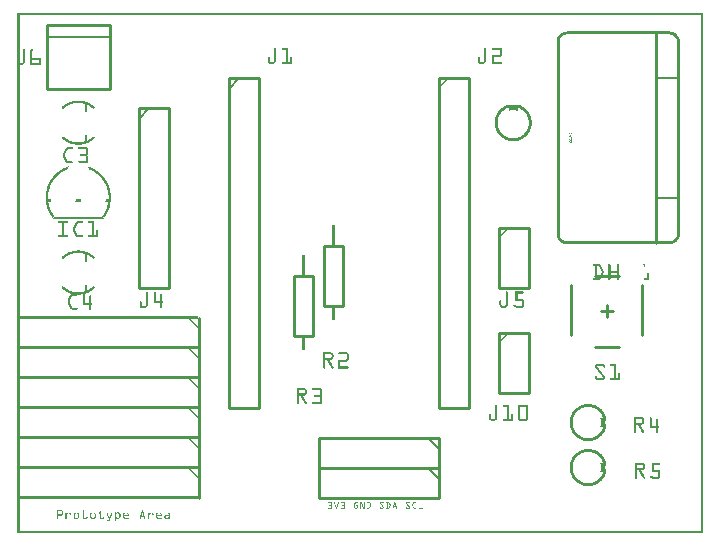
<source format=gto>
G04 MADE WITH FRITZING*
G04 WWW.FRITZING.ORG*
G04 DOUBLE SIDED*
G04 HOLES PLATED*
G04 CONTOUR ON CENTER OF CONTOUR VECTOR*
%ASAXBY*%
%FSLAX23Y23*%
%MOIN*%
%OFA0B0*%
%SFA1.0B1.0*%
%ADD10C,0.010000*%
%ADD11C,0.005000*%
%ADD12C,0.008000*%
%ADD13C,0.006124*%
%ADD14R,0.001000X0.001000*%
%LNSILK1*%
G90*
G70*
G54D10*
X1404Y218D02*
X1004Y218D01*
D02*
X1004Y218D02*
X1004Y118D01*
D02*
X1004Y118D02*
X1404Y118D01*
D02*
X1404Y118D02*
X1404Y218D01*
G54D11*
D02*
X1369Y218D02*
X1404Y183D01*
G54D10*
D02*
X1404Y318D02*
X1004Y318D01*
D02*
X1004Y318D02*
X1004Y218D01*
D02*
X1004Y218D02*
X1404Y218D01*
D02*
X1404Y218D02*
X1404Y318D01*
G54D11*
D02*
X1369Y318D02*
X1404Y283D01*
G54D10*
D02*
X1087Y959D02*
X1087Y759D01*
D02*
X1087Y759D02*
X1021Y759D01*
D02*
X1021Y759D02*
X1021Y959D01*
D02*
X1021Y959D02*
X1087Y959D01*
D02*
X987Y859D02*
X987Y659D01*
D02*
X987Y659D02*
X921Y659D01*
D02*
X921Y659D02*
X921Y859D01*
D02*
X921Y859D02*
X987Y859D01*
D02*
X99Y1480D02*
X309Y1480D01*
D02*
X309Y1480D02*
X309Y1696D01*
D02*
X309Y1696D02*
X99Y1696D01*
D02*
X99Y1696D02*
X99Y1480D01*
G54D11*
D02*
X309Y1656D02*
X99Y1656D01*
G54D12*
D02*
X121Y1053D02*
X286Y1053D01*
G54D10*
D02*
X1404Y1518D02*
X1404Y418D01*
D02*
X1404Y418D02*
X1504Y418D01*
D02*
X1504Y418D02*
X1504Y1518D01*
D02*
X1504Y1518D02*
X1404Y1518D01*
D02*
X404Y1418D02*
X404Y818D01*
D02*
X404Y818D02*
X504Y818D01*
D02*
X504Y818D02*
X504Y1418D01*
D02*
X504Y1418D02*
X404Y1418D01*
G54D11*
D02*
X404Y1383D02*
X439Y1418D01*
G54D10*
D02*
X1604Y1018D02*
X1604Y818D01*
D02*
X1604Y818D02*
X1704Y818D01*
D02*
X1704Y818D02*
X1704Y1018D01*
D02*
X1704Y1018D02*
X1604Y1018D01*
D02*
X1926Y858D02*
X2005Y858D01*
D02*
X1847Y661D02*
X1847Y829D01*
D02*
X2083Y661D02*
X2083Y829D01*
D02*
X1926Y622D02*
X2005Y622D01*
D02*
X1946Y740D02*
X1985Y740D01*
D02*
X1965Y760D02*
X1965Y720D01*
D02*
X704Y1518D02*
X704Y418D01*
D02*
X704Y418D02*
X804Y418D01*
D02*
X804Y418D02*
X804Y1518D01*
D02*
X804Y1518D02*
X704Y1518D01*
G54D11*
D02*
X704Y1483D02*
X739Y1518D01*
G54D10*
D02*
X604Y618D02*
X604Y718D01*
D02*
X604Y518D02*
X604Y618D01*
D02*
X604Y418D02*
X604Y518D01*
D02*
X604Y318D02*
X604Y418D01*
D02*
X604Y218D02*
X604Y318D01*
D02*
X604Y118D02*
X604Y218D01*
D02*
X1604Y668D02*
X1604Y468D01*
D02*
X1604Y468D02*
X1704Y468D01*
D02*
X1704Y468D02*
X1704Y668D01*
D02*
X1704Y668D02*
X1604Y668D01*
G54D12*
X228Y1434D02*
X228Y1409D01*
D02*
X228Y1304D02*
X228Y1329D01*
D02*
X228Y934D02*
X228Y909D01*
D02*
X228Y804D02*
X228Y829D01*
D02*
G54D13*
X2128Y1518D02*
X2203Y1518D01*
D02*
X2128Y1118D02*
X2203Y1118D01*
D02*
G54D10*
X2128Y1668D02*
X2128Y968D01*
D02*
G54D14*
X0Y1734D02*
X2285Y1734D01*
X0Y1733D02*
X2285Y1733D01*
X0Y1732D02*
X2285Y1732D01*
X0Y1731D02*
X2285Y1731D01*
X0Y1730D02*
X2285Y1730D01*
X0Y1729D02*
X2285Y1729D01*
X0Y1728D02*
X2285Y1728D01*
X0Y1727D02*
X2285Y1727D01*
X0Y1726D02*
X7Y1726D01*
X2278Y1726D02*
X2285Y1726D01*
X0Y1725D02*
X7Y1725D01*
X2278Y1725D02*
X2285Y1725D01*
X0Y1724D02*
X7Y1724D01*
X2278Y1724D02*
X2285Y1724D01*
X0Y1723D02*
X7Y1723D01*
X2278Y1723D02*
X2285Y1723D01*
X0Y1722D02*
X7Y1722D01*
X2278Y1722D02*
X2285Y1722D01*
X0Y1721D02*
X7Y1721D01*
X2278Y1721D02*
X2285Y1721D01*
X0Y1720D02*
X7Y1720D01*
X2278Y1720D02*
X2285Y1720D01*
X0Y1719D02*
X7Y1719D01*
X2278Y1719D02*
X2285Y1719D01*
X0Y1718D02*
X7Y1718D01*
X2278Y1718D02*
X2285Y1718D01*
X0Y1717D02*
X7Y1717D01*
X2278Y1717D02*
X2285Y1717D01*
X0Y1716D02*
X7Y1716D01*
X2278Y1716D02*
X2285Y1716D01*
X0Y1715D02*
X7Y1715D01*
X2278Y1715D02*
X2285Y1715D01*
X0Y1714D02*
X7Y1714D01*
X2278Y1714D02*
X2285Y1714D01*
X0Y1713D02*
X7Y1713D01*
X2278Y1713D02*
X2285Y1713D01*
X0Y1712D02*
X7Y1712D01*
X2278Y1712D02*
X2285Y1712D01*
X0Y1711D02*
X7Y1711D01*
X2278Y1711D02*
X2285Y1711D01*
X0Y1710D02*
X7Y1710D01*
X2278Y1710D02*
X2285Y1710D01*
X0Y1709D02*
X7Y1709D01*
X2278Y1709D02*
X2285Y1709D01*
X0Y1708D02*
X7Y1708D01*
X2278Y1708D02*
X2285Y1708D01*
X0Y1707D02*
X7Y1707D01*
X2278Y1707D02*
X2285Y1707D01*
X0Y1706D02*
X7Y1706D01*
X2278Y1706D02*
X2285Y1706D01*
X0Y1705D02*
X7Y1705D01*
X2278Y1705D02*
X2285Y1705D01*
X0Y1704D02*
X7Y1704D01*
X2278Y1704D02*
X2285Y1704D01*
X0Y1703D02*
X7Y1703D01*
X2278Y1703D02*
X2285Y1703D01*
X0Y1702D02*
X7Y1702D01*
X2278Y1702D02*
X2285Y1702D01*
X0Y1701D02*
X7Y1701D01*
X2278Y1701D02*
X2285Y1701D01*
X0Y1700D02*
X7Y1700D01*
X2278Y1700D02*
X2285Y1700D01*
X0Y1699D02*
X7Y1699D01*
X2278Y1699D02*
X2285Y1699D01*
X0Y1698D02*
X7Y1698D01*
X2278Y1698D02*
X2285Y1698D01*
X0Y1697D02*
X7Y1697D01*
X2278Y1697D02*
X2285Y1697D01*
X0Y1696D02*
X7Y1696D01*
X2278Y1696D02*
X2285Y1696D01*
X0Y1695D02*
X7Y1695D01*
X2278Y1695D02*
X2285Y1695D01*
X0Y1694D02*
X7Y1694D01*
X2278Y1694D02*
X2285Y1694D01*
X0Y1693D02*
X7Y1693D01*
X2278Y1693D02*
X2285Y1693D01*
X0Y1692D02*
X7Y1692D01*
X2278Y1692D02*
X2285Y1692D01*
X0Y1691D02*
X7Y1691D01*
X2278Y1691D02*
X2285Y1691D01*
X0Y1690D02*
X7Y1690D01*
X2278Y1690D02*
X2285Y1690D01*
X0Y1689D02*
X7Y1689D01*
X2278Y1689D02*
X2285Y1689D01*
X0Y1688D02*
X7Y1688D01*
X2278Y1688D02*
X2285Y1688D01*
X0Y1687D02*
X7Y1687D01*
X2278Y1687D02*
X2285Y1687D01*
X0Y1686D02*
X7Y1686D01*
X2278Y1686D02*
X2285Y1686D01*
X0Y1685D02*
X7Y1685D01*
X2278Y1685D02*
X2285Y1685D01*
X0Y1684D02*
X7Y1684D01*
X2278Y1684D02*
X2285Y1684D01*
X0Y1683D02*
X7Y1683D01*
X2278Y1683D02*
X2285Y1683D01*
X0Y1682D02*
X7Y1682D01*
X2278Y1682D02*
X2285Y1682D01*
X0Y1681D02*
X7Y1681D01*
X2278Y1681D02*
X2285Y1681D01*
X0Y1680D02*
X7Y1680D01*
X2278Y1680D02*
X2285Y1680D01*
X0Y1679D02*
X7Y1679D01*
X2278Y1679D02*
X2285Y1679D01*
X0Y1678D02*
X7Y1678D01*
X2278Y1678D02*
X2285Y1678D01*
X0Y1677D02*
X7Y1677D01*
X2278Y1677D02*
X2285Y1677D01*
X0Y1676D02*
X7Y1676D01*
X2278Y1676D02*
X2285Y1676D01*
X0Y1675D02*
X7Y1675D01*
X2278Y1675D02*
X2285Y1675D01*
X0Y1674D02*
X7Y1674D01*
X2278Y1674D02*
X2285Y1674D01*
X0Y1673D02*
X7Y1673D01*
X1832Y1673D02*
X2174Y1673D01*
X2278Y1673D02*
X2285Y1673D01*
X0Y1672D02*
X7Y1672D01*
X1825Y1672D02*
X2181Y1672D01*
X2278Y1672D02*
X2285Y1672D01*
X0Y1671D02*
X7Y1671D01*
X1822Y1671D02*
X2184Y1671D01*
X2278Y1671D02*
X2285Y1671D01*
X0Y1670D02*
X7Y1670D01*
X1819Y1670D02*
X2187Y1670D01*
X2278Y1670D02*
X2285Y1670D01*
X0Y1669D02*
X7Y1669D01*
X1817Y1669D02*
X2189Y1669D01*
X2278Y1669D02*
X2285Y1669D01*
X0Y1668D02*
X7Y1668D01*
X1815Y1668D02*
X2191Y1668D01*
X2278Y1668D02*
X2285Y1668D01*
X0Y1667D02*
X7Y1667D01*
X1813Y1667D02*
X2193Y1667D01*
X2278Y1667D02*
X2285Y1667D01*
X0Y1666D02*
X7Y1666D01*
X1812Y1666D02*
X2194Y1666D01*
X2278Y1666D02*
X2285Y1666D01*
X0Y1665D02*
X7Y1665D01*
X1811Y1665D02*
X2195Y1665D01*
X2278Y1665D02*
X2285Y1665D01*
X0Y1664D02*
X7Y1664D01*
X1809Y1664D02*
X2197Y1664D01*
X2278Y1664D02*
X2285Y1664D01*
X0Y1663D02*
X7Y1663D01*
X1808Y1663D02*
X1830Y1663D01*
X2176Y1663D02*
X2198Y1663D01*
X2278Y1663D02*
X2285Y1663D01*
X0Y1662D02*
X7Y1662D01*
X1807Y1662D02*
X1825Y1662D01*
X2181Y1662D02*
X2199Y1662D01*
X2278Y1662D02*
X2285Y1662D01*
X0Y1661D02*
X7Y1661D01*
X1806Y1661D02*
X1822Y1661D01*
X2184Y1661D02*
X2199Y1661D01*
X2278Y1661D02*
X2285Y1661D01*
X0Y1660D02*
X7Y1660D01*
X1806Y1660D02*
X1820Y1660D01*
X2186Y1660D02*
X2200Y1660D01*
X2278Y1660D02*
X2285Y1660D01*
X0Y1659D02*
X7Y1659D01*
X1805Y1659D02*
X1818Y1659D01*
X2188Y1659D02*
X2201Y1659D01*
X2278Y1659D02*
X2285Y1659D01*
X0Y1658D02*
X7Y1658D01*
X1804Y1658D02*
X1817Y1658D01*
X2189Y1658D02*
X2202Y1658D01*
X2278Y1658D02*
X2285Y1658D01*
X0Y1657D02*
X7Y1657D01*
X1804Y1657D02*
X1816Y1657D01*
X2190Y1657D02*
X2202Y1657D01*
X2278Y1657D02*
X2285Y1657D01*
X0Y1656D02*
X7Y1656D01*
X1803Y1656D02*
X1815Y1656D01*
X2191Y1656D02*
X2203Y1656D01*
X2278Y1656D02*
X2285Y1656D01*
X0Y1655D02*
X7Y1655D01*
X1802Y1655D02*
X1814Y1655D01*
X2192Y1655D02*
X2204Y1655D01*
X2278Y1655D02*
X2285Y1655D01*
X0Y1654D02*
X7Y1654D01*
X1802Y1654D02*
X1813Y1654D01*
X2193Y1654D02*
X2204Y1654D01*
X2278Y1654D02*
X2285Y1654D01*
X0Y1653D02*
X7Y1653D01*
X1801Y1653D02*
X1812Y1653D01*
X2194Y1653D02*
X2205Y1653D01*
X2278Y1653D02*
X2285Y1653D01*
X0Y1652D02*
X7Y1652D01*
X1801Y1652D02*
X1811Y1652D01*
X2195Y1652D02*
X2205Y1652D01*
X2278Y1652D02*
X2285Y1652D01*
X0Y1651D02*
X7Y1651D01*
X1801Y1651D02*
X1811Y1651D01*
X2195Y1651D02*
X2205Y1651D01*
X2278Y1651D02*
X2285Y1651D01*
X0Y1650D02*
X7Y1650D01*
X1800Y1650D02*
X1810Y1650D01*
X2196Y1650D02*
X2206Y1650D01*
X2278Y1650D02*
X2285Y1650D01*
X0Y1649D02*
X7Y1649D01*
X1800Y1649D02*
X1809Y1649D01*
X2197Y1649D02*
X2206Y1649D01*
X2278Y1649D02*
X2285Y1649D01*
X0Y1648D02*
X7Y1648D01*
X1800Y1648D02*
X1809Y1648D01*
X2197Y1648D02*
X2206Y1648D01*
X2278Y1648D02*
X2285Y1648D01*
X0Y1647D02*
X7Y1647D01*
X1799Y1647D02*
X1809Y1647D01*
X2197Y1647D02*
X2207Y1647D01*
X2278Y1647D02*
X2285Y1647D01*
X0Y1646D02*
X7Y1646D01*
X1799Y1646D02*
X1808Y1646D01*
X2198Y1646D02*
X2207Y1646D01*
X2278Y1646D02*
X2285Y1646D01*
X0Y1645D02*
X7Y1645D01*
X1799Y1645D02*
X1808Y1645D01*
X2198Y1645D02*
X2207Y1645D01*
X2278Y1645D02*
X2285Y1645D01*
X0Y1644D02*
X7Y1644D01*
X1799Y1644D02*
X1808Y1644D01*
X2198Y1644D02*
X2207Y1644D01*
X2278Y1644D02*
X2285Y1644D01*
X0Y1643D02*
X7Y1643D01*
X1799Y1643D02*
X1808Y1643D01*
X2198Y1643D02*
X2207Y1643D01*
X2278Y1643D02*
X2285Y1643D01*
X0Y1642D02*
X7Y1642D01*
X1799Y1642D02*
X1808Y1642D01*
X2198Y1642D02*
X2207Y1642D01*
X2278Y1642D02*
X2285Y1642D01*
X0Y1641D02*
X7Y1641D01*
X1799Y1641D02*
X1808Y1641D01*
X2198Y1641D02*
X2207Y1641D01*
X2278Y1641D02*
X2285Y1641D01*
X0Y1640D02*
X7Y1640D01*
X1799Y1640D02*
X1808Y1640D01*
X2198Y1640D02*
X2207Y1640D01*
X2278Y1640D02*
X2285Y1640D01*
X0Y1639D02*
X7Y1639D01*
X1799Y1639D02*
X1808Y1639D01*
X2198Y1639D02*
X2207Y1639D01*
X2278Y1639D02*
X2285Y1639D01*
X0Y1638D02*
X7Y1638D01*
X1799Y1638D02*
X1808Y1638D01*
X2198Y1638D02*
X2207Y1638D01*
X2278Y1638D02*
X2285Y1638D01*
X0Y1637D02*
X7Y1637D01*
X1799Y1637D02*
X1808Y1637D01*
X2198Y1637D02*
X2207Y1637D01*
X2278Y1637D02*
X2285Y1637D01*
X0Y1636D02*
X7Y1636D01*
X1799Y1636D02*
X1808Y1636D01*
X2198Y1636D02*
X2207Y1636D01*
X2278Y1636D02*
X2285Y1636D01*
X0Y1635D02*
X7Y1635D01*
X1799Y1635D02*
X1808Y1635D01*
X2198Y1635D02*
X2207Y1635D01*
X2278Y1635D02*
X2285Y1635D01*
X0Y1634D02*
X7Y1634D01*
X1799Y1634D02*
X1808Y1634D01*
X2198Y1634D02*
X2207Y1634D01*
X2278Y1634D02*
X2285Y1634D01*
X0Y1633D02*
X7Y1633D01*
X1799Y1633D02*
X1808Y1633D01*
X2198Y1633D02*
X2207Y1633D01*
X2278Y1633D02*
X2285Y1633D01*
X0Y1632D02*
X7Y1632D01*
X1799Y1632D02*
X1808Y1632D01*
X2198Y1632D02*
X2207Y1632D01*
X2278Y1632D02*
X2285Y1632D01*
X0Y1631D02*
X7Y1631D01*
X1799Y1631D02*
X1808Y1631D01*
X2198Y1631D02*
X2207Y1631D01*
X2278Y1631D02*
X2285Y1631D01*
X0Y1630D02*
X7Y1630D01*
X1799Y1630D02*
X1808Y1630D01*
X2198Y1630D02*
X2207Y1630D01*
X2278Y1630D02*
X2285Y1630D01*
X0Y1629D02*
X7Y1629D01*
X1799Y1629D02*
X1808Y1629D01*
X2198Y1629D02*
X2207Y1629D01*
X2278Y1629D02*
X2285Y1629D01*
X0Y1628D02*
X7Y1628D01*
X1799Y1628D02*
X1808Y1628D01*
X2198Y1628D02*
X2207Y1628D01*
X2278Y1628D02*
X2285Y1628D01*
X0Y1627D02*
X7Y1627D01*
X1799Y1627D02*
X1808Y1627D01*
X2198Y1627D02*
X2207Y1627D01*
X2278Y1627D02*
X2285Y1627D01*
X0Y1626D02*
X7Y1626D01*
X1799Y1626D02*
X1808Y1626D01*
X2198Y1626D02*
X2207Y1626D01*
X2278Y1626D02*
X2285Y1626D01*
X0Y1625D02*
X7Y1625D01*
X1799Y1625D02*
X1808Y1625D01*
X2198Y1625D02*
X2207Y1625D01*
X2278Y1625D02*
X2285Y1625D01*
X0Y1624D02*
X7Y1624D01*
X1799Y1624D02*
X1808Y1624D01*
X2198Y1624D02*
X2207Y1624D01*
X2278Y1624D02*
X2285Y1624D01*
X0Y1623D02*
X7Y1623D01*
X1799Y1623D02*
X1808Y1623D01*
X2198Y1623D02*
X2207Y1623D01*
X2278Y1623D02*
X2285Y1623D01*
X0Y1622D02*
X7Y1622D01*
X1799Y1622D02*
X1808Y1622D01*
X2198Y1622D02*
X2207Y1622D01*
X2278Y1622D02*
X2285Y1622D01*
X0Y1621D02*
X7Y1621D01*
X1799Y1621D02*
X1808Y1621D01*
X2198Y1621D02*
X2207Y1621D01*
X2278Y1621D02*
X2285Y1621D01*
X0Y1620D02*
X7Y1620D01*
X1799Y1620D02*
X1808Y1620D01*
X2198Y1620D02*
X2207Y1620D01*
X2278Y1620D02*
X2285Y1620D01*
X0Y1619D02*
X7Y1619D01*
X1799Y1619D02*
X1808Y1619D01*
X2198Y1619D02*
X2207Y1619D01*
X2278Y1619D02*
X2285Y1619D01*
X0Y1618D02*
X7Y1618D01*
X857Y1618D02*
X860Y1618D01*
X883Y1618D02*
X902Y1618D01*
X1557Y1618D02*
X1560Y1618D01*
X1583Y1618D02*
X1611Y1618D01*
X1799Y1618D02*
X1808Y1618D01*
X2198Y1618D02*
X2207Y1618D01*
X2278Y1618D02*
X2285Y1618D01*
X0Y1617D02*
X7Y1617D01*
X856Y1617D02*
X861Y1617D01*
X882Y1617D02*
X902Y1617D01*
X1556Y1617D02*
X1561Y1617D01*
X1582Y1617D02*
X1613Y1617D01*
X1799Y1617D02*
X1808Y1617D01*
X2198Y1617D02*
X2207Y1617D01*
X2278Y1617D02*
X2285Y1617D01*
X0Y1616D02*
X7Y1616D01*
X856Y1616D02*
X862Y1616D01*
X882Y1616D02*
X902Y1616D01*
X1556Y1616D02*
X1561Y1616D01*
X1582Y1616D02*
X1614Y1616D01*
X1799Y1616D02*
X1808Y1616D01*
X2198Y1616D02*
X2207Y1616D01*
X2278Y1616D02*
X2285Y1616D01*
X0Y1615D02*
X7Y1615D01*
X856Y1615D02*
X862Y1615D01*
X882Y1615D02*
X902Y1615D01*
X1556Y1615D02*
X1562Y1615D01*
X1582Y1615D02*
X1614Y1615D01*
X1799Y1615D02*
X1808Y1615D01*
X2198Y1615D02*
X2207Y1615D01*
X2278Y1615D02*
X2285Y1615D01*
X0Y1614D02*
X7Y1614D01*
X19Y1614D02*
X23Y1614D01*
X45Y1614D02*
X52Y1614D01*
X856Y1614D02*
X862Y1614D01*
X882Y1614D02*
X902Y1614D01*
X1556Y1614D02*
X1562Y1614D01*
X1582Y1614D02*
X1615Y1614D01*
X1799Y1614D02*
X1808Y1614D01*
X2198Y1614D02*
X2207Y1614D01*
X2278Y1614D02*
X2285Y1614D01*
X0Y1613D02*
X7Y1613D01*
X19Y1613D02*
X24Y1613D01*
X45Y1613D02*
X53Y1613D01*
X856Y1613D02*
X862Y1613D01*
X883Y1613D02*
X902Y1613D01*
X1556Y1613D02*
X1562Y1613D01*
X1583Y1613D02*
X1615Y1613D01*
X1799Y1613D02*
X1808Y1613D01*
X2198Y1613D02*
X2207Y1613D01*
X2278Y1613D02*
X2285Y1613D01*
X0Y1612D02*
X7Y1612D01*
X18Y1612D02*
X24Y1612D01*
X44Y1612D02*
X53Y1612D01*
X856Y1612D02*
X862Y1612D01*
X884Y1612D02*
X902Y1612D01*
X1556Y1612D02*
X1562Y1612D01*
X1584Y1612D02*
X1615Y1612D01*
X1799Y1612D02*
X1808Y1612D01*
X2198Y1612D02*
X2207Y1612D01*
X2278Y1612D02*
X2285Y1612D01*
X0Y1611D02*
X7Y1611D01*
X18Y1611D02*
X24Y1611D01*
X44Y1611D02*
X53Y1611D01*
X856Y1611D02*
X862Y1611D01*
X895Y1611D02*
X902Y1611D01*
X1556Y1611D02*
X1562Y1611D01*
X1609Y1611D02*
X1615Y1611D01*
X1799Y1611D02*
X1808Y1611D01*
X2198Y1611D02*
X2207Y1611D01*
X2278Y1611D02*
X2285Y1611D01*
X0Y1610D02*
X7Y1610D01*
X18Y1610D02*
X24Y1610D01*
X44Y1610D02*
X53Y1610D01*
X856Y1610D02*
X862Y1610D01*
X895Y1610D02*
X902Y1610D01*
X1556Y1610D02*
X1562Y1610D01*
X1609Y1610D02*
X1615Y1610D01*
X1799Y1610D02*
X1808Y1610D01*
X2198Y1610D02*
X2207Y1610D01*
X2278Y1610D02*
X2285Y1610D01*
X0Y1609D02*
X7Y1609D01*
X18Y1609D02*
X24Y1609D01*
X44Y1609D02*
X53Y1609D01*
X856Y1609D02*
X862Y1609D01*
X895Y1609D02*
X902Y1609D01*
X1556Y1609D02*
X1562Y1609D01*
X1609Y1609D02*
X1615Y1609D01*
X1799Y1609D02*
X1808Y1609D01*
X2198Y1609D02*
X2207Y1609D01*
X2278Y1609D02*
X2285Y1609D01*
X0Y1608D02*
X7Y1608D01*
X18Y1608D02*
X24Y1608D01*
X44Y1608D02*
X51Y1608D01*
X856Y1608D02*
X862Y1608D01*
X895Y1608D02*
X902Y1608D01*
X1556Y1608D02*
X1562Y1608D01*
X1609Y1608D02*
X1615Y1608D01*
X1799Y1608D02*
X1808Y1608D01*
X2198Y1608D02*
X2207Y1608D01*
X2278Y1608D02*
X2285Y1608D01*
X0Y1607D02*
X7Y1607D01*
X18Y1607D02*
X24Y1607D01*
X44Y1607D02*
X50Y1607D01*
X856Y1607D02*
X862Y1607D01*
X895Y1607D02*
X902Y1607D01*
X1556Y1607D02*
X1562Y1607D01*
X1609Y1607D02*
X1615Y1607D01*
X1799Y1607D02*
X1808Y1607D01*
X2198Y1607D02*
X2207Y1607D01*
X2278Y1607D02*
X2285Y1607D01*
X0Y1606D02*
X7Y1606D01*
X18Y1606D02*
X24Y1606D01*
X44Y1606D02*
X50Y1606D01*
X856Y1606D02*
X862Y1606D01*
X895Y1606D02*
X902Y1606D01*
X1556Y1606D02*
X1562Y1606D01*
X1609Y1606D02*
X1615Y1606D01*
X1799Y1606D02*
X1808Y1606D01*
X2198Y1606D02*
X2207Y1606D01*
X2278Y1606D02*
X2285Y1606D01*
X0Y1605D02*
X7Y1605D01*
X18Y1605D02*
X24Y1605D01*
X44Y1605D02*
X50Y1605D01*
X856Y1605D02*
X862Y1605D01*
X895Y1605D02*
X902Y1605D01*
X1556Y1605D02*
X1562Y1605D01*
X1609Y1605D02*
X1615Y1605D01*
X1799Y1605D02*
X1808Y1605D01*
X2198Y1605D02*
X2207Y1605D01*
X2278Y1605D02*
X2285Y1605D01*
X0Y1604D02*
X7Y1604D01*
X18Y1604D02*
X24Y1604D01*
X44Y1604D02*
X50Y1604D01*
X856Y1604D02*
X862Y1604D01*
X895Y1604D02*
X902Y1604D01*
X1556Y1604D02*
X1562Y1604D01*
X1609Y1604D02*
X1615Y1604D01*
X1799Y1604D02*
X1808Y1604D01*
X2198Y1604D02*
X2207Y1604D01*
X2278Y1604D02*
X2285Y1604D01*
X0Y1603D02*
X7Y1603D01*
X18Y1603D02*
X24Y1603D01*
X44Y1603D02*
X50Y1603D01*
X856Y1603D02*
X862Y1603D01*
X895Y1603D02*
X902Y1603D01*
X1556Y1603D02*
X1562Y1603D01*
X1609Y1603D02*
X1615Y1603D01*
X1799Y1603D02*
X1808Y1603D01*
X2198Y1603D02*
X2207Y1603D01*
X2278Y1603D02*
X2285Y1603D01*
X0Y1602D02*
X7Y1602D01*
X18Y1602D02*
X24Y1602D01*
X44Y1602D02*
X50Y1602D01*
X856Y1602D02*
X862Y1602D01*
X895Y1602D02*
X902Y1602D01*
X1556Y1602D02*
X1562Y1602D01*
X1609Y1602D02*
X1615Y1602D01*
X1799Y1602D02*
X1808Y1602D01*
X2198Y1602D02*
X2207Y1602D01*
X2278Y1602D02*
X2285Y1602D01*
X0Y1601D02*
X7Y1601D01*
X18Y1601D02*
X24Y1601D01*
X44Y1601D02*
X50Y1601D01*
X856Y1601D02*
X862Y1601D01*
X895Y1601D02*
X902Y1601D01*
X1556Y1601D02*
X1562Y1601D01*
X1609Y1601D02*
X1615Y1601D01*
X1799Y1601D02*
X1808Y1601D01*
X2198Y1601D02*
X2207Y1601D01*
X2278Y1601D02*
X2285Y1601D01*
X0Y1600D02*
X7Y1600D01*
X18Y1600D02*
X24Y1600D01*
X44Y1600D02*
X50Y1600D01*
X856Y1600D02*
X862Y1600D01*
X895Y1600D02*
X902Y1600D01*
X1556Y1600D02*
X1562Y1600D01*
X1609Y1600D02*
X1615Y1600D01*
X1799Y1600D02*
X1808Y1600D01*
X2198Y1600D02*
X2207Y1600D01*
X2278Y1600D02*
X2285Y1600D01*
X0Y1599D02*
X7Y1599D01*
X18Y1599D02*
X24Y1599D01*
X44Y1599D02*
X50Y1599D01*
X856Y1599D02*
X862Y1599D01*
X895Y1599D02*
X902Y1599D01*
X1556Y1599D02*
X1562Y1599D01*
X1609Y1599D02*
X1615Y1599D01*
X1799Y1599D02*
X1808Y1599D01*
X2198Y1599D02*
X2207Y1599D01*
X2278Y1599D02*
X2285Y1599D01*
X0Y1598D02*
X7Y1598D01*
X18Y1598D02*
X24Y1598D01*
X44Y1598D02*
X50Y1598D01*
X856Y1598D02*
X862Y1598D01*
X895Y1598D02*
X902Y1598D01*
X1556Y1598D02*
X1562Y1598D01*
X1609Y1598D02*
X1615Y1598D01*
X1799Y1598D02*
X1808Y1598D01*
X2198Y1598D02*
X2207Y1598D01*
X2278Y1598D02*
X2285Y1598D01*
X0Y1597D02*
X7Y1597D01*
X18Y1597D02*
X24Y1597D01*
X44Y1597D02*
X50Y1597D01*
X856Y1597D02*
X862Y1597D01*
X895Y1597D02*
X902Y1597D01*
X1556Y1597D02*
X1562Y1597D01*
X1609Y1597D02*
X1615Y1597D01*
X1799Y1597D02*
X1808Y1597D01*
X2198Y1597D02*
X2207Y1597D01*
X2278Y1597D02*
X2285Y1597D01*
X0Y1596D02*
X7Y1596D01*
X18Y1596D02*
X24Y1596D01*
X44Y1596D02*
X50Y1596D01*
X856Y1596D02*
X862Y1596D01*
X895Y1596D02*
X902Y1596D01*
X1556Y1596D02*
X1562Y1596D01*
X1609Y1596D02*
X1615Y1596D01*
X1799Y1596D02*
X1808Y1596D01*
X2198Y1596D02*
X2207Y1596D01*
X2278Y1596D02*
X2285Y1596D01*
X0Y1595D02*
X7Y1595D01*
X18Y1595D02*
X24Y1595D01*
X44Y1595D02*
X50Y1595D01*
X856Y1595D02*
X862Y1595D01*
X895Y1595D02*
X902Y1595D01*
X1556Y1595D02*
X1562Y1595D01*
X1587Y1595D02*
X1615Y1595D01*
X1799Y1595D02*
X1808Y1595D01*
X2198Y1595D02*
X2207Y1595D01*
X2278Y1595D02*
X2285Y1595D01*
X0Y1594D02*
X7Y1594D01*
X18Y1594D02*
X24Y1594D01*
X44Y1594D02*
X50Y1594D01*
X856Y1594D02*
X862Y1594D01*
X895Y1594D02*
X902Y1594D01*
X1556Y1594D02*
X1562Y1594D01*
X1585Y1594D02*
X1615Y1594D01*
X1799Y1594D02*
X1808Y1594D01*
X2198Y1594D02*
X2207Y1594D01*
X2278Y1594D02*
X2285Y1594D01*
X0Y1593D02*
X7Y1593D01*
X18Y1593D02*
X24Y1593D01*
X44Y1593D02*
X50Y1593D01*
X856Y1593D02*
X862Y1593D01*
X895Y1593D02*
X902Y1593D01*
X1556Y1593D02*
X1562Y1593D01*
X1584Y1593D02*
X1615Y1593D01*
X1799Y1593D02*
X1808Y1593D01*
X2198Y1593D02*
X2207Y1593D01*
X2278Y1593D02*
X2285Y1593D01*
X0Y1592D02*
X7Y1592D01*
X18Y1592D02*
X24Y1592D01*
X44Y1592D02*
X50Y1592D01*
X856Y1592D02*
X862Y1592D01*
X895Y1592D02*
X902Y1592D01*
X1556Y1592D02*
X1562Y1592D01*
X1583Y1592D02*
X1614Y1592D01*
X1799Y1592D02*
X1808Y1592D01*
X2198Y1592D02*
X2207Y1592D01*
X2278Y1592D02*
X2285Y1592D01*
X0Y1591D02*
X7Y1591D01*
X18Y1591D02*
X24Y1591D01*
X44Y1591D02*
X50Y1591D01*
X856Y1591D02*
X862Y1591D01*
X895Y1591D02*
X902Y1591D01*
X1556Y1591D02*
X1562Y1591D01*
X1582Y1591D02*
X1614Y1591D01*
X1799Y1591D02*
X1808Y1591D01*
X2198Y1591D02*
X2207Y1591D01*
X2278Y1591D02*
X2285Y1591D01*
X0Y1590D02*
X7Y1590D01*
X18Y1590D02*
X24Y1590D01*
X44Y1590D02*
X50Y1590D01*
X856Y1590D02*
X862Y1590D01*
X895Y1590D02*
X902Y1590D01*
X1556Y1590D02*
X1562Y1590D01*
X1582Y1590D02*
X1613Y1590D01*
X1799Y1590D02*
X1808Y1590D01*
X2198Y1590D02*
X2207Y1590D01*
X2278Y1590D02*
X2285Y1590D01*
X0Y1589D02*
X7Y1589D01*
X18Y1589D02*
X24Y1589D01*
X44Y1589D02*
X50Y1589D01*
X837Y1589D02*
X839Y1589D01*
X856Y1589D02*
X862Y1589D01*
X895Y1589D02*
X902Y1589D01*
X911Y1589D02*
X913Y1589D01*
X1537Y1589D02*
X1539Y1589D01*
X1556Y1589D02*
X1562Y1589D01*
X1582Y1589D02*
X1611Y1589D01*
X1799Y1589D02*
X1808Y1589D01*
X2198Y1589D02*
X2207Y1589D01*
X2278Y1589D02*
X2285Y1589D01*
X0Y1588D02*
X7Y1588D01*
X18Y1588D02*
X24Y1588D01*
X44Y1588D02*
X50Y1588D01*
X836Y1588D02*
X840Y1588D01*
X856Y1588D02*
X862Y1588D01*
X895Y1588D02*
X902Y1588D01*
X910Y1588D02*
X914Y1588D01*
X1536Y1588D02*
X1540Y1588D01*
X1556Y1588D02*
X1562Y1588D01*
X1582Y1588D02*
X1588Y1588D01*
X1799Y1588D02*
X1808Y1588D01*
X2198Y1588D02*
X2207Y1588D01*
X2278Y1588D02*
X2285Y1588D01*
X0Y1587D02*
X7Y1587D01*
X18Y1587D02*
X24Y1587D01*
X44Y1587D02*
X50Y1587D01*
X835Y1587D02*
X841Y1587D01*
X856Y1587D02*
X862Y1587D01*
X895Y1587D02*
X902Y1587D01*
X910Y1587D02*
X915Y1587D01*
X1535Y1587D02*
X1541Y1587D01*
X1556Y1587D02*
X1562Y1587D01*
X1582Y1587D02*
X1588Y1587D01*
X1799Y1587D02*
X1808Y1587D01*
X2198Y1587D02*
X2207Y1587D01*
X2278Y1587D02*
X2285Y1587D01*
X0Y1586D02*
X7Y1586D01*
X18Y1586D02*
X24Y1586D01*
X44Y1586D02*
X50Y1586D01*
X835Y1586D02*
X841Y1586D01*
X856Y1586D02*
X862Y1586D01*
X895Y1586D02*
X902Y1586D01*
X909Y1586D02*
X915Y1586D01*
X1535Y1586D02*
X1541Y1586D01*
X1556Y1586D02*
X1562Y1586D01*
X1582Y1586D02*
X1588Y1586D01*
X1799Y1586D02*
X1808Y1586D01*
X2198Y1586D02*
X2207Y1586D01*
X2278Y1586D02*
X2285Y1586D01*
X0Y1585D02*
X7Y1585D01*
X18Y1585D02*
X24Y1585D01*
X44Y1585D02*
X76Y1585D01*
X835Y1585D02*
X841Y1585D01*
X856Y1585D02*
X862Y1585D01*
X895Y1585D02*
X902Y1585D01*
X909Y1585D02*
X915Y1585D01*
X1535Y1585D02*
X1541Y1585D01*
X1556Y1585D02*
X1562Y1585D01*
X1582Y1585D02*
X1588Y1585D01*
X1799Y1585D02*
X1808Y1585D01*
X2198Y1585D02*
X2207Y1585D01*
X2278Y1585D02*
X2285Y1585D01*
X0Y1584D02*
X7Y1584D01*
X18Y1584D02*
X24Y1584D01*
X44Y1584D02*
X77Y1584D01*
X835Y1584D02*
X841Y1584D01*
X856Y1584D02*
X862Y1584D01*
X895Y1584D02*
X902Y1584D01*
X909Y1584D02*
X915Y1584D01*
X1535Y1584D02*
X1541Y1584D01*
X1556Y1584D02*
X1562Y1584D01*
X1582Y1584D02*
X1588Y1584D01*
X1799Y1584D02*
X1808Y1584D01*
X2198Y1584D02*
X2207Y1584D01*
X2278Y1584D02*
X2285Y1584D01*
X0Y1583D02*
X7Y1583D01*
X18Y1583D02*
X24Y1583D01*
X44Y1583D02*
X77Y1583D01*
X835Y1583D02*
X841Y1583D01*
X856Y1583D02*
X862Y1583D01*
X895Y1583D02*
X902Y1583D01*
X909Y1583D02*
X915Y1583D01*
X1535Y1583D02*
X1541Y1583D01*
X1556Y1583D02*
X1562Y1583D01*
X1582Y1583D02*
X1588Y1583D01*
X1799Y1583D02*
X1808Y1583D01*
X2198Y1583D02*
X2207Y1583D01*
X2278Y1583D02*
X2285Y1583D01*
X0Y1582D02*
X7Y1582D01*
X18Y1582D02*
X24Y1582D01*
X44Y1582D02*
X78Y1582D01*
X835Y1582D02*
X841Y1582D01*
X856Y1582D02*
X862Y1582D01*
X895Y1582D02*
X902Y1582D01*
X909Y1582D02*
X915Y1582D01*
X1535Y1582D02*
X1541Y1582D01*
X1556Y1582D02*
X1562Y1582D01*
X1582Y1582D02*
X1588Y1582D01*
X1799Y1582D02*
X1808Y1582D01*
X2198Y1582D02*
X2207Y1582D01*
X2278Y1582D02*
X2285Y1582D01*
X0Y1581D02*
X7Y1581D01*
X18Y1581D02*
X24Y1581D01*
X44Y1581D02*
X78Y1581D01*
X835Y1581D02*
X841Y1581D01*
X856Y1581D02*
X862Y1581D01*
X895Y1581D02*
X902Y1581D01*
X909Y1581D02*
X915Y1581D01*
X1535Y1581D02*
X1541Y1581D01*
X1556Y1581D02*
X1562Y1581D01*
X1582Y1581D02*
X1588Y1581D01*
X1799Y1581D02*
X1808Y1581D01*
X2198Y1581D02*
X2207Y1581D01*
X2278Y1581D02*
X2285Y1581D01*
X0Y1580D02*
X7Y1580D01*
X18Y1580D02*
X24Y1580D01*
X44Y1580D02*
X78Y1580D01*
X835Y1580D02*
X841Y1580D01*
X856Y1580D02*
X862Y1580D01*
X895Y1580D02*
X902Y1580D01*
X909Y1580D02*
X915Y1580D01*
X1535Y1580D02*
X1541Y1580D01*
X1556Y1580D02*
X1562Y1580D01*
X1582Y1580D02*
X1588Y1580D01*
X1799Y1580D02*
X1808Y1580D01*
X2198Y1580D02*
X2207Y1580D01*
X2278Y1580D02*
X2285Y1580D01*
X0Y1579D02*
X7Y1579D01*
X18Y1579D02*
X24Y1579D01*
X44Y1579D02*
X78Y1579D01*
X835Y1579D02*
X841Y1579D01*
X856Y1579D02*
X862Y1579D01*
X895Y1579D02*
X902Y1579D01*
X909Y1579D02*
X915Y1579D01*
X1535Y1579D02*
X1541Y1579D01*
X1556Y1579D02*
X1562Y1579D01*
X1582Y1579D02*
X1588Y1579D01*
X1799Y1579D02*
X1808Y1579D01*
X2198Y1579D02*
X2207Y1579D01*
X2278Y1579D02*
X2285Y1579D01*
X0Y1578D02*
X7Y1578D01*
X18Y1578D02*
X24Y1578D01*
X44Y1578D02*
X50Y1578D01*
X72Y1578D02*
X78Y1578D01*
X835Y1578D02*
X841Y1578D01*
X856Y1578D02*
X862Y1578D01*
X895Y1578D02*
X902Y1578D01*
X909Y1578D02*
X915Y1578D01*
X1535Y1578D02*
X1541Y1578D01*
X1556Y1578D02*
X1562Y1578D01*
X1582Y1578D02*
X1588Y1578D01*
X1799Y1578D02*
X1808Y1578D01*
X2198Y1578D02*
X2207Y1578D01*
X2278Y1578D02*
X2285Y1578D01*
X0Y1577D02*
X7Y1577D01*
X18Y1577D02*
X24Y1577D01*
X44Y1577D02*
X50Y1577D01*
X72Y1577D02*
X78Y1577D01*
X835Y1577D02*
X841Y1577D01*
X856Y1577D02*
X862Y1577D01*
X895Y1577D02*
X902Y1577D01*
X909Y1577D02*
X915Y1577D01*
X1535Y1577D02*
X1541Y1577D01*
X1556Y1577D02*
X1562Y1577D01*
X1582Y1577D02*
X1588Y1577D01*
X1799Y1577D02*
X1808Y1577D01*
X2198Y1577D02*
X2207Y1577D01*
X2278Y1577D02*
X2285Y1577D01*
X0Y1576D02*
X7Y1576D01*
X18Y1576D02*
X24Y1576D01*
X44Y1576D02*
X50Y1576D01*
X72Y1576D02*
X78Y1576D01*
X835Y1576D02*
X841Y1576D01*
X856Y1576D02*
X862Y1576D01*
X895Y1576D02*
X902Y1576D01*
X909Y1576D02*
X915Y1576D01*
X1535Y1576D02*
X1541Y1576D01*
X1556Y1576D02*
X1562Y1576D01*
X1582Y1576D02*
X1588Y1576D01*
X1799Y1576D02*
X1808Y1576D01*
X2198Y1576D02*
X2207Y1576D01*
X2278Y1576D02*
X2285Y1576D01*
X0Y1575D02*
X7Y1575D01*
X18Y1575D02*
X24Y1575D01*
X44Y1575D02*
X50Y1575D01*
X72Y1575D02*
X78Y1575D01*
X835Y1575D02*
X841Y1575D01*
X856Y1575D02*
X862Y1575D01*
X895Y1575D02*
X902Y1575D01*
X909Y1575D02*
X915Y1575D01*
X1535Y1575D02*
X1541Y1575D01*
X1555Y1575D02*
X1562Y1575D01*
X1582Y1575D02*
X1588Y1575D01*
X1799Y1575D02*
X1808Y1575D01*
X2198Y1575D02*
X2207Y1575D01*
X2278Y1575D02*
X2285Y1575D01*
X0Y1574D02*
X7Y1574D01*
X18Y1574D02*
X24Y1574D01*
X44Y1574D02*
X50Y1574D01*
X72Y1574D02*
X78Y1574D01*
X835Y1574D02*
X841Y1574D01*
X855Y1574D02*
X862Y1574D01*
X895Y1574D02*
X902Y1574D01*
X909Y1574D02*
X915Y1574D01*
X1535Y1574D02*
X1541Y1574D01*
X1555Y1574D02*
X1561Y1574D01*
X1582Y1574D02*
X1588Y1574D01*
X1799Y1574D02*
X1808Y1574D01*
X2198Y1574D02*
X2207Y1574D01*
X2278Y1574D02*
X2285Y1574D01*
X0Y1573D02*
X7Y1573D01*
X18Y1573D02*
X24Y1573D01*
X44Y1573D02*
X50Y1573D01*
X72Y1573D02*
X78Y1573D01*
X835Y1573D02*
X842Y1573D01*
X855Y1573D02*
X861Y1573D01*
X895Y1573D02*
X902Y1573D01*
X909Y1573D02*
X915Y1573D01*
X1535Y1573D02*
X1542Y1573D01*
X1555Y1573D02*
X1561Y1573D01*
X1582Y1573D02*
X1588Y1573D01*
X1799Y1573D02*
X1808Y1573D01*
X2198Y1573D02*
X2207Y1573D01*
X2278Y1573D02*
X2285Y1573D01*
X0Y1572D02*
X7Y1572D01*
X18Y1572D02*
X24Y1572D01*
X44Y1572D02*
X50Y1572D01*
X72Y1572D02*
X78Y1572D01*
X835Y1572D02*
X843Y1572D01*
X853Y1572D02*
X861Y1572D01*
X895Y1572D02*
X902Y1572D01*
X909Y1572D02*
X915Y1572D01*
X1535Y1572D02*
X1543Y1572D01*
X1553Y1572D02*
X1561Y1572D01*
X1582Y1572D02*
X1588Y1572D01*
X1799Y1572D02*
X1808Y1572D01*
X2198Y1572D02*
X2207Y1572D01*
X2278Y1572D02*
X2285Y1572D01*
X0Y1571D02*
X7Y1571D01*
X18Y1571D02*
X24Y1571D01*
X44Y1571D02*
X50Y1571D01*
X72Y1571D02*
X78Y1571D01*
X836Y1571D02*
X861Y1571D01*
X883Y1571D02*
X915Y1571D01*
X1536Y1571D02*
X1561Y1571D01*
X1582Y1571D02*
X1614Y1571D01*
X1799Y1571D02*
X1808Y1571D01*
X2198Y1571D02*
X2207Y1571D01*
X2278Y1571D02*
X2285Y1571D01*
X0Y1570D02*
X7Y1570D01*
X18Y1570D02*
X24Y1570D01*
X44Y1570D02*
X50Y1570D01*
X72Y1570D02*
X78Y1570D01*
X836Y1570D02*
X860Y1570D01*
X882Y1570D02*
X915Y1570D01*
X1536Y1570D02*
X1560Y1570D01*
X1582Y1570D02*
X1615Y1570D01*
X1799Y1570D02*
X1808Y1570D01*
X2198Y1570D02*
X2207Y1570D01*
X2278Y1570D02*
X2285Y1570D01*
X0Y1569D02*
X7Y1569D01*
X17Y1569D02*
X24Y1569D01*
X44Y1569D02*
X50Y1569D01*
X72Y1569D02*
X78Y1569D01*
X837Y1569D02*
X860Y1569D01*
X882Y1569D02*
X915Y1569D01*
X1537Y1569D02*
X1559Y1569D01*
X1582Y1569D02*
X1615Y1569D01*
X1799Y1569D02*
X1808Y1569D01*
X2198Y1569D02*
X2207Y1569D01*
X2278Y1569D02*
X2285Y1569D01*
X0Y1568D02*
X7Y1568D01*
X16Y1568D02*
X24Y1568D01*
X44Y1568D02*
X50Y1568D01*
X72Y1568D02*
X78Y1568D01*
X838Y1568D02*
X859Y1568D01*
X882Y1568D02*
X915Y1568D01*
X1538Y1568D02*
X1559Y1568D01*
X1582Y1568D02*
X1615Y1568D01*
X1799Y1568D02*
X1808Y1568D01*
X2198Y1568D02*
X2207Y1568D01*
X2278Y1568D02*
X2285Y1568D01*
X0Y1567D02*
X23Y1567D01*
X44Y1567D02*
X78Y1567D01*
X839Y1567D02*
X858Y1567D01*
X882Y1567D02*
X915Y1567D01*
X1539Y1567D02*
X1557Y1567D01*
X1582Y1567D02*
X1615Y1567D01*
X1799Y1567D02*
X1808Y1567D01*
X2198Y1567D02*
X2207Y1567D01*
X2278Y1567D02*
X2285Y1567D01*
X0Y1566D02*
X23Y1566D01*
X44Y1566D02*
X78Y1566D01*
X840Y1566D02*
X856Y1566D01*
X883Y1566D02*
X914Y1566D01*
X1540Y1566D02*
X1556Y1566D01*
X1582Y1566D02*
X1614Y1566D01*
X1799Y1566D02*
X1808Y1566D01*
X2198Y1566D02*
X2207Y1566D01*
X2278Y1566D02*
X2285Y1566D01*
X0Y1565D02*
X22Y1565D01*
X44Y1565D02*
X78Y1565D01*
X843Y1565D02*
X854Y1565D01*
X884Y1565D02*
X913Y1565D01*
X1543Y1565D02*
X1554Y1565D01*
X1582Y1565D02*
X1613Y1565D01*
X1799Y1565D02*
X1808Y1565D01*
X2198Y1565D02*
X2207Y1565D01*
X2278Y1565D02*
X2285Y1565D01*
X0Y1564D02*
X21Y1564D01*
X44Y1564D02*
X78Y1564D01*
X1799Y1564D02*
X1808Y1564D01*
X2198Y1564D02*
X2207Y1564D01*
X2278Y1564D02*
X2285Y1564D01*
X0Y1563D02*
X20Y1563D01*
X44Y1563D02*
X77Y1563D01*
X1799Y1563D02*
X1808Y1563D01*
X2198Y1563D02*
X2207Y1563D01*
X2278Y1563D02*
X2285Y1563D01*
X0Y1562D02*
X19Y1562D01*
X45Y1562D02*
X77Y1562D01*
X1799Y1562D02*
X1808Y1562D01*
X2198Y1562D02*
X2207Y1562D01*
X2278Y1562D02*
X2285Y1562D01*
X0Y1561D02*
X16Y1561D01*
X46Y1561D02*
X76Y1561D01*
X1799Y1561D02*
X1808Y1561D01*
X2198Y1561D02*
X2207Y1561D01*
X2278Y1561D02*
X2285Y1561D01*
X0Y1560D02*
X7Y1560D01*
X1799Y1560D02*
X1808Y1560D01*
X2198Y1560D02*
X2207Y1560D01*
X2278Y1560D02*
X2285Y1560D01*
X0Y1559D02*
X7Y1559D01*
X1799Y1559D02*
X1808Y1559D01*
X2198Y1559D02*
X2207Y1559D01*
X2278Y1559D02*
X2285Y1559D01*
X0Y1558D02*
X7Y1558D01*
X1799Y1558D02*
X1808Y1558D01*
X2198Y1558D02*
X2207Y1558D01*
X2278Y1558D02*
X2285Y1558D01*
X0Y1557D02*
X7Y1557D01*
X1799Y1557D02*
X1808Y1557D01*
X2198Y1557D02*
X2207Y1557D01*
X2278Y1557D02*
X2285Y1557D01*
X0Y1556D02*
X7Y1556D01*
X1799Y1556D02*
X1808Y1556D01*
X2198Y1556D02*
X2207Y1556D01*
X2278Y1556D02*
X2285Y1556D01*
X0Y1555D02*
X7Y1555D01*
X1799Y1555D02*
X1808Y1555D01*
X2198Y1555D02*
X2207Y1555D01*
X2278Y1555D02*
X2285Y1555D01*
X0Y1554D02*
X7Y1554D01*
X1799Y1554D02*
X1808Y1554D01*
X2198Y1554D02*
X2207Y1554D01*
X2278Y1554D02*
X2285Y1554D01*
X0Y1553D02*
X7Y1553D01*
X1799Y1553D02*
X1808Y1553D01*
X2198Y1553D02*
X2207Y1553D01*
X2278Y1553D02*
X2285Y1553D01*
X0Y1552D02*
X7Y1552D01*
X1799Y1552D02*
X1808Y1552D01*
X2198Y1552D02*
X2207Y1552D01*
X2278Y1552D02*
X2285Y1552D01*
X0Y1551D02*
X7Y1551D01*
X1799Y1551D02*
X1808Y1551D01*
X2198Y1551D02*
X2207Y1551D01*
X2278Y1551D02*
X2285Y1551D01*
X0Y1550D02*
X7Y1550D01*
X1799Y1550D02*
X1808Y1550D01*
X2198Y1550D02*
X2207Y1550D01*
X2278Y1550D02*
X2285Y1550D01*
X0Y1549D02*
X7Y1549D01*
X1799Y1549D02*
X1808Y1549D01*
X2198Y1549D02*
X2207Y1549D01*
X2278Y1549D02*
X2285Y1549D01*
X0Y1548D02*
X7Y1548D01*
X1799Y1548D02*
X1808Y1548D01*
X2198Y1548D02*
X2207Y1548D01*
X2278Y1548D02*
X2285Y1548D01*
X0Y1547D02*
X7Y1547D01*
X1799Y1547D02*
X1808Y1547D01*
X2198Y1547D02*
X2207Y1547D01*
X2278Y1547D02*
X2285Y1547D01*
X0Y1546D02*
X7Y1546D01*
X1799Y1546D02*
X1808Y1546D01*
X2198Y1546D02*
X2207Y1546D01*
X2278Y1546D02*
X2285Y1546D01*
X0Y1545D02*
X7Y1545D01*
X1799Y1545D02*
X1808Y1545D01*
X2198Y1545D02*
X2207Y1545D01*
X2278Y1545D02*
X2285Y1545D01*
X0Y1544D02*
X7Y1544D01*
X1799Y1544D02*
X1808Y1544D01*
X2198Y1544D02*
X2207Y1544D01*
X2278Y1544D02*
X2285Y1544D01*
X0Y1543D02*
X7Y1543D01*
X1799Y1543D02*
X1808Y1543D01*
X2198Y1543D02*
X2207Y1543D01*
X2278Y1543D02*
X2285Y1543D01*
X0Y1542D02*
X7Y1542D01*
X1799Y1542D02*
X1808Y1542D01*
X2198Y1542D02*
X2207Y1542D01*
X2278Y1542D02*
X2285Y1542D01*
X0Y1541D02*
X7Y1541D01*
X1799Y1541D02*
X1808Y1541D01*
X2198Y1541D02*
X2207Y1541D01*
X2278Y1541D02*
X2285Y1541D01*
X0Y1540D02*
X7Y1540D01*
X1799Y1540D02*
X1808Y1540D01*
X2198Y1540D02*
X2207Y1540D01*
X2278Y1540D02*
X2285Y1540D01*
X0Y1539D02*
X7Y1539D01*
X1799Y1539D02*
X1808Y1539D01*
X2198Y1539D02*
X2207Y1539D01*
X2278Y1539D02*
X2285Y1539D01*
X0Y1538D02*
X7Y1538D01*
X1799Y1538D02*
X1808Y1538D01*
X2198Y1538D02*
X2207Y1538D01*
X2278Y1538D02*
X2285Y1538D01*
X0Y1537D02*
X7Y1537D01*
X1799Y1537D02*
X1808Y1537D01*
X2198Y1537D02*
X2207Y1537D01*
X2278Y1537D02*
X2285Y1537D01*
X0Y1536D02*
X7Y1536D01*
X1799Y1536D02*
X1808Y1536D01*
X2198Y1536D02*
X2207Y1536D01*
X2278Y1536D02*
X2285Y1536D01*
X0Y1535D02*
X7Y1535D01*
X1799Y1535D02*
X1808Y1535D01*
X2198Y1535D02*
X2207Y1535D01*
X2278Y1535D02*
X2285Y1535D01*
X0Y1534D02*
X7Y1534D01*
X1799Y1534D02*
X1808Y1534D01*
X2198Y1534D02*
X2207Y1534D01*
X2278Y1534D02*
X2285Y1534D01*
X0Y1533D02*
X7Y1533D01*
X1799Y1533D02*
X1808Y1533D01*
X2198Y1533D02*
X2207Y1533D01*
X2278Y1533D02*
X2285Y1533D01*
X0Y1532D02*
X7Y1532D01*
X1799Y1532D02*
X1808Y1532D01*
X2198Y1532D02*
X2207Y1532D01*
X2278Y1532D02*
X2285Y1532D01*
X0Y1531D02*
X7Y1531D01*
X1799Y1531D02*
X1808Y1531D01*
X2198Y1531D02*
X2207Y1531D01*
X2278Y1531D02*
X2285Y1531D01*
X0Y1530D02*
X7Y1530D01*
X1799Y1530D02*
X1808Y1530D01*
X2198Y1530D02*
X2207Y1530D01*
X2278Y1530D02*
X2285Y1530D01*
X0Y1529D02*
X7Y1529D01*
X1799Y1529D02*
X1808Y1529D01*
X2198Y1529D02*
X2207Y1529D01*
X2278Y1529D02*
X2285Y1529D01*
X0Y1528D02*
X7Y1528D01*
X1799Y1528D02*
X1808Y1528D01*
X2198Y1528D02*
X2207Y1528D01*
X2278Y1528D02*
X2285Y1528D01*
X0Y1527D02*
X7Y1527D01*
X1799Y1527D02*
X1808Y1527D01*
X2198Y1527D02*
X2207Y1527D01*
X2278Y1527D02*
X2285Y1527D01*
X0Y1526D02*
X7Y1526D01*
X1799Y1526D02*
X1808Y1526D01*
X2198Y1526D02*
X2207Y1526D01*
X2278Y1526D02*
X2285Y1526D01*
X0Y1525D02*
X7Y1525D01*
X1799Y1525D02*
X1808Y1525D01*
X2198Y1525D02*
X2207Y1525D01*
X2278Y1525D02*
X2285Y1525D01*
X0Y1524D02*
X7Y1524D01*
X1799Y1524D02*
X1808Y1524D01*
X2198Y1524D02*
X2207Y1524D01*
X2278Y1524D02*
X2285Y1524D01*
X0Y1523D02*
X7Y1523D01*
X1799Y1523D02*
X1808Y1523D01*
X2198Y1523D02*
X2207Y1523D01*
X2278Y1523D02*
X2285Y1523D01*
X0Y1522D02*
X7Y1522D01*
X1799Y1522D02*
X1808Y1522D01*
X2198Y1522D02*
X2207Y1522D01*
X2278Y1522D02*
X2285Y1522D01*
X0Y1521D02*
X7Y1521D01*
X1799Y1521D02*
X1808Y1521D01*
X2198Y1521D02*
X2207Y1521D01*
X2278Y1521D02*
X2285Y1521D01*
X0Y1520D02*
X7Y1520D01*
X1436Y1520D02*
X1437Y1520D01*
X1799Y1520D02*
X1808Y1520D01*
X2198Y1520D02*
X2207Y1520D01*
X2278Y1520D02*
X2285Y1520D01*
X0Y1519D02*
X7Y1519D01*
X1435Y1519D02*
X1438Y1519D01*
X1799Y1519D02*
X1808Y1519D01*
X2198Y1519D02*
X2207Y1519D01*
X2278Y1519D02*
X2285Y1519D01*
X0Y1518D02*
X7Y1518D01*
X1434Y1518D02*
X1439Y1518D01*
X1799Y1518D02*
X1808Y1518D01*
X2198Y1518D02*
X2207Y1518D01*
X2278Y1518D02*
X2285Y1518D01*
X0Y1517D02*
X7Y1517D01*
X1433Y1517D02*
X1439Y1517D01*
X1799Y1517D02*
X1808Y1517D01*
X2198Y1517D02*
X2207Y1517D01*
X2278Y1517D02*
X2285Y1517D01*
X0Y1516D02*
X7Y1516D01*
X1432Y1516D02*
X1438Y1516D01*
X1799Y1516D02*
X1808Y1516D01*
X2198Y1516D02*
X2207Y1516D01*
X2278Y1516D02*
X2285Y1516D01*
X0Y1515D02*
X7Y1515D01*
X1431Y1515D02*
X1437Y1515D01*
X1799Y1515D02*
X1808Y1515D01*
X2198Y1515D02*
X2207Y1515D01*
X2278Y1515D02*
X2285Y1515D01*
X0Y1514D02*
X7Y1514D01*
X1430Y1514D02*
X1436Y1514D01*
X1799Y1514D02*
X1808Y1514D01*
X2198Y1514D02*
X2207Y1514D01*
X2278Y1514D02*
X2285Y1514D01*
X0Y1513D02*
X7Y1513D01*
X1429Y1513D02*
X1435Y1513D01*
X1799Y1513D02*
X1808Y1513D01*
X2198Y1513D02*
X2207Y1513D01*
X2278Y1513D02*
X2285Y1513D01*
X0Y1512D02*
X7Y1512D01*
X1428Y1512D02*
X1434Y1512D01*
X1799Y1512D02*
X1808Y1512D01*
X2198Y1512D02*
X2207Y1512D01*
X2278Y1512D02*
X2285Y1512D01*
X0Y1511D02*
X7Y1511D01*
X1427Y1511D02*
X1433Y1511D01*
X1799Y1511D02*
X1808Y1511D01*
X2198Y1511D02*
X2207Y1511D01*
X2278Y1511D02*
X2285Y1511D01*
X0Y1510D02*
X7Y1510D01*
X1426Y1510D02*
X1432Y1510D01*
X1799Y1510D02*
X1808Y1510D01*
X2198Y1510D02*
X2207Y1510D01*
X2278Y1510D02*
X2285Y1510D01*
X0Y1509D02*
X7Y1509D01*
X1425Y1509D02*
X1431Y1509D01*
X1799Y1509D02*
X1808Y1509D01*
X2198Y1509D02*
X2207Y1509D01*
X2278Y1509D02*
X2285Y1509D01*
X0Y1508D02*
X7Y1508D01*
X1424Y1508D02*
X1430Y1508D01*
X1799Y1508D02*
X1808Y1508D01*
X2198Y1508D02*
X2207Y1508D01*
X2278Y1508D02*
X2285Y1508D01*
X0Y1507D02*
X7Y1507D01*
X1423Y1507D02*
X1429Y1507D01*
X1799Y1507D02*
X1808Y1507D01*
X2198Y1507D02*
X2207Y1507D01*
X2278Y1507D02*
X2285Y1507D01*
X0Y1506D02*
X7Y1506D01*
X1422Y1506D02*
X1428Y1506D01*
X1799Y1506D02*
X1808Y1506D01*
X2198Y1506D02*
X2207Y1506D01*
X2278Y1506D02*
X2285Y1506D01*
X0Y1505D02*
X7Y1505D01*
X1421Y1505D02*
X1427Y1505D01*
X1799Y1505D02*
X1808Y1505D01*
X2198Y1505D02*
X2207Y1505D01*
X2278Y1505D02*
X2285Y1505D01*
X0Y1504D02*
X7Y1504D01*
X1420Y1504D02*
X1426Y1504D01*
X1799Y1504D02*
X1808Y1504D01*
X2198Y1504D02*
X2207Y1504D01*
X2278Y1504D02*
X2285Y1504D01*
X0Y1503D02*
X7Y1503D01*
X1419Y1503D02*
X1425Y1503D01*
X1799Y1503D02*
X1808Y1503D01*
X2198Y1503D02*
X2207Y1503D01*
X2278Y1503D02*
X2285Y1503D01*
X0Y1502D02*
X7Y1502D01*
X1418Y1502D02*
X1424Y1502D01*
X1799Y1502D02*
X1808Y1502D01*
X2198Y1502D02*
X2207Y1502D01*
X2278Y1502D02*
X2285Y1502D01*
X0Y1501D02*
X7Y1501D01*
X1417Y1501D02*
X1422Y1501D01*
X1799Y1501D02*
X1808Y1501D01*
X2198Y1501D02*
X2207Y1501D01*
X2278Y1501D02*
X2285Y1501D01*
X0Y1500D02*
X7Y1500D01*
X1416Y1500D02*
X1421Y1500D01*
X1799Y1500D02*
X1808Y1500D01*
X2198Y1500D02*
X2207Y1500D01*
X2278Y1500D02*
X2285Y1500D01*
X0Y1499D02*
X7Y1499D01*
X1415Y1499D02*
X1420Y1499D01*
X1799Y1499D02*
X1808Y1499D01*
X2198Y1499D02*
X2207Y1499D01*
X2278Y1499D02*
X2285Y1499D01*
X0Y1498D02*
X7Y1498D01*
X1414Y1498D02*
X1420Y1498D01*
X1799Y1498D02*
X1808Y1498D01*
X2198Y1498D02*
X2207Y1498D01*
X2278Y1498D02*
X2285Y1498D01*
X0Y1497D02*
X7Y1497D01*
X1413Y1497D02*
X1419Y1497D01*
X1799Y1497D02*
X1808Y1497D01*
X2198Y1497D02*
X2207Y1497D01*
X2278Y1497D02*
X2285Y1497D01*
X0Y1496D02*
X7Y1496D01*
X1412Y1496D02*
X1418Y1496D01*
X1799Y1496D02*
X1808Y1496D01*
X2198Y1496D02*
X2207Y1496D01*
X2278Y1496D02*
X2285Y1496D01*
X0Y1495D02*
X7Y1495D01*
X1411Y1495D02*
X1417Y1495D01*
X1799Y1495D02*
X1808Y1495D01*
X2198Y1495D02*
X2207Y1495D01*
X2278Y1495D02*
X2285Y1495D01*
X0Y1494D02*
X7Y1494D01*
X1410Y1494D02*
X1416Y1494D01*
X1799Y1494D02*
X1808Y1494D01*
X2198Y1494D02*
X2207Y1494D01*
X2278Y1494D02*
X2285Y1494D01*
X0Y1493D02*
X7Y1493D01*
X1409Y1493D02*
X1415Y1493D01*
X1799Y1493D02*
X1808Y1493D01*
X2198Y1493D02*
X2207Y1493D01*
X2278Y1493D02*
X2285Y1493D01*
X0Y1492D02*
X7Y1492D01*
X1408Y1492D02*
X1414Y1492D01*
X1799Y1492D02*
X1808Y1492D01*
X2198Y1492D02*
X2207Y1492D01*
X2278Y1492D02*
X2285Y1492D01*
X0Y1491D02*
X7Y1491D01*
X1407Y1491D02*
X1413Y1491D01*
X1799Y1491D02*
X1808Y1491D01*
X2198Y1491D02*
X2207Y1491D01*
X2278Y1491D02*
X2285Y1491D01*
X0Y1490D02*
X7Y1490D01*
X1406Y1490D02*
X1412Y1490D01*
X1799Y1490D02*
X1808Y1490D01*
X2198Y1490D02*
X2207Y1490D01*
X2278Y1490D02*
X2285Y1490D01*
X0Y1489D02*
X7Y1489D01*
X1405Y1489D02*
X1411Y1489D01*
X1799Y1489D02*
X1808Y1489D01*
X2198Y1489D02*
X2207Y1489D01*
X2278Y1489D02*
X2285Y1489D01*
X0Y1488D02*
X7Y1488D01*
X1404Y1488D02*
X1410Y1488D01*
X1799Y1488D02*
X1808Y1488D01*
X2198Y1488D02*
X2207Y1488D01*
X2278Y1488D02*
X2285Y1488D01*
X0Y1487D02*
X7Y1487D01*
X1403Y1487D02*
X1409Y1487D01*
X1799Y1487D02*
X1808Y1487D01*
X2198Y1487D02*
X2207Y1487D01*
X2278Y1487D02*
X2285Y1487D01*
X0Y1486D02*
X7Y1486D01*
X1402Y1486D02*
X1408Y1486D01*
X1799Y1486D02*
X1808Y1486D01*
X2198Y1486D02*
X2207Y1486D01*
X2278Y1486D02*
X2285Y1486D01*
X0Y1485D02*
X7Y1485D01*
X1403Y1485D02*
X1407Y1485D01*
X1799Y1485D02*
X1808Y1485D01*
X2198Y1485D02*
X2207Y1485D01*
X2278Y1485D02*
X2285Y1485D01*
X0Y1484D02*
X7Y1484D01*
X1404Y1484D02*
X1406Y1484D01*
X1799Y1484D02*
X1808Y1484D01*
X2198Y1484D02*
X2207Y1484D01*
X2278Y1484D02*
X2285Y1484D01*
X0Y1483D02*
X7Y1483D01*
X1405Y1483D02*
X1405Y1483D01*
X1799Y1483D02*
X1808Y1483D01*
X2198Y1483D02*
X2207Y1483D01*
X2278Y1483D02*
X2285Y1483D01*
X0Y1482D02*
X7Y1482D01*
X1799Y1482D02*
X1808Y1482D01*
X2198Y1482D02*
X2207Y1482D01*
X2278Y1482D02*
X2285Y1482D01*
X0Y1481D02*
X7Y1481D01*
X1799Y1481D02*
X1808Y1481D01*
X2198Y1481D02*
X2207Y1481D01*
X2278Y1481D02*
X2285Y1481D01*
X0Y1480D02*
X7Y1480D01*
X1799Y1480D02*
X1808Y1480D01*
X2198Y1480D02*
X2207Y1480D01*
X2278Y1480D02*
X2285Y1480D01*
X0Y1479D02*
X7Y1479D01*
X1799Y1479D02*
X1808Y1479D01*
X2198Y1479D02*
X2207Y1479D01*
X2278Y1479D02*
X2285Y1479D01*
X0Y1478D02*
X7Y1478D01*
X1799Y1478D02*
X1808Y1478D01*
X2198Y1478D02*
X2207Y1478D01*
X2278Y1478D02*
X2285Y1478D01*
X0Y1477D02*
X7Y1477D01*
X1799Y1477D02*
X1808Y1477D01*
X2198Y1477D02*
X2207Y1477D01*
X2278Y1477D02*
X2285Y1477D01*
X0Y1476D02*
X7Y1476D01*
X1799Y1476D02*
X1808Y1476D01*
X2198Y1476D02*
X2207Y1476D01*
X2278Y1476D02*
X2285Y1476D01*
X0Y1475D02*
X7Y1475D01*
X1799Y1475D02*
X1808Y1475D01*
X2198Y1475D02*
X2207Y1475D01*
X2278Y1475D02*
X2285Y1475D01*
X0Y1474D02*
X7Y1474D01*
X1799Y1474D02*
X1808Y1474D01*
X2198Y1474D02*
X2207Y1474D01*
X2278Y1474D02*
X2285Y1474D01*
X0Y1473D02*
X7Y1473D01*
X1799Y1473D02*
X1808Y1473D01*
X2198Y1473D02*
X2207Y1473D01*
X2278Y1473D02*
X2285Y1473D01*
X0Y1472D02*
X7Y1472D01*
X1799Y1472D02*
X1808Y1472D01*
X2198Y1472D02*
X2207Y1472D01*
X2278Y1472D02*
X2285Y1472D01*
X0Y1471D02*
X7Y1471D01*
X1799Y1471D02*
X1808Y1471D01*
X2198Y1471D02*
X2207Y1471D01*
X2278Y1471D02*
X2285Y1471D01*
X0Y1470D02*
X7Y1470D01*
X1799Y1470D02*
X1808Y1470D01*
X2198Y1470D02*
X2207Y1470D01*
X2278Y1470D02*
X2285Y1470D01*
X0Y1469D02*
X7Y1469D01*
X1799Y1469D02*
X1808Y1469D01*
X2198Y1469D02*
X2207Y1469D01*
X2278Y1469D02*
X2285Y1469D01*
X0Y1468D02*
X7Y1468D01*
X1799Y1468D02*
X1808Y1468D01*
X2198Y1468D02*
X2207Y1468D01*
X2278Y1468D02*
X2285Y1468D01*
X0Y1467D02*
X7Y1467D01*
X1799Y1467D02*
X1808Y1467D01*
X2198Y1467D02*
X2207Y1467D01*
X2278Y1467D02*
X2285Y1467D01*
X0Y1466D02*
X7Y1466D01*
X1799Y1466D02*
X1808Y1466D01*
X2198Y1466D02*
X2207Y1466D01*
X2278Y1466D02*
X2285Y1466D01*
X0Y1465D02*
X7Y1465D01*
X1799Y1465D02*
X1808Y1465D01*
X2198Y1465D02*
X2207Y1465D01*
X2278Y1465D02*
X2285Y1465D01*
X0Y1464D02*
X7Y1464D01*
X1799Y1464D02*
X1808Y1464D01*
X2198Y1464D02*
X2207Y1464D01*
X2278Y1464D02*
X2285Y1464D01*
X0Y1463D02*
X7Y1463D01*
X1799Y1463D02*
X1808Y1463D01*
X2198Y1463D02*
X2207Y1463D01*
X2278Y1463D02*
X2285Y1463D01*
X0Y1462D02*
X7Y1462D01*
X1799Y1462D02*
X1808Y1462D01*
X2198Y1462D02*
X2207Y1462D01*
X2278Y1462D02*
X2285Y1462D01*
X0Y1461D02*
X7Y1461D01*
X1799Y1461D02*
X1808Y1461D01*
X2198Y1461D02*
X2207Y1461D01*
X2278Y1461D02*
X2285Y1461D01*
X0Y1460D02*
X7Y1460D01*
X1799Y1460D02*
X1808Y1460D01*
X2198Y1460D02*
X2207Y1460D01*
X2278Y1460D02*
X2285Y1460D01*
X0Y1459D02*
X7Y1459D01*
X1799Y1459D02*
X1808Y1459D01*
X2198Y1459D02*
X2207Y1459D01*
X2278Y1459D02*
X2285Y1459D01*
X0Y1458D02*
X7Y1458D01*
X1799Y1458D02*
X1808Y1458D01*
X2198Y1458D02*
X2207Y1458D01*
X2278Y1458D02*
X2285Y1458D01*
X0Y1457D02*
X7Y1457D01*
X1799Y1457D02*
X1808Y1457D01*
X2198Y1457D02*
X2207Y1457D01*
X2278Y1457D02*
X2285Y1457D01*
X0Y1456D02*
X7Y1456D01*
X1799Y1456D02*
X1808Y1456D01*
X2198Y1456D02*
X2207Y1456D01*
X2278Y1456D02*
X2285Y1456D01*
X0Y1455D02*
X7Y1455D01*
X1799Y1455D02*
X1808Y1455D01*
X2198Y1455D02*
X2207Y1455D01*
X2278Y1455D02*
X2285Y1455D01*
X0Y1454D02*
X7Y1454D01*
X1799Y1454D02*
X1808Y1454D01*
X2198Y1454D02*
X2207Y1454D01*
X2278Y1454D02*
X2285Y1454D01*
X0Y1453D02*
X7Y1453D01*
X1799Y1453D02*
X1808Y1453D01*
X2198Y1453D02*
X2207Y1453D01*
X2278Y1453D02*
X2285Y1453D01*
X0Y1452D02*
X7Y1452D01*
X1799Y1452D02*
X1808Y1452D01*
X2198Y1452D02*
X2207Y1452D01*
X2278Y1452D02*
X2285Y1452D01*
X0Y1451D02*
X7Y1451D01*
X1799Y1451D02*
X1808Y1451D01*
X2198Y1451D02*
X2207Y1451D01*
X2278Y1451D02*
X2285Y1451D01*
X0Y1450D02*
X7Y1450D01*
X1799Y1450D02*
X1808Y1450D01*
X2198Y1450D02*
X2207Y1450D01*
X2278Y1450D02*
X2285Y1450D01*
X0Y1449D02*
X7Y1449D01*
X1799Y1449D02*
X1808Y1449D01*
X2198Y1449D02*
X2207Y1449D01*
X2278Y1449D02*
X2285Y1449D01*
X0Y1448D02*
X7Y1448D01*
X1799Y1448D02*
X1808Y1448D01*
X2198Y1448D02*
X2207Y1448D01*
X2278Y1448D02*
X2285Y1448D01*
X0Y1447D02*
X7Y1447D01*
X1799Y1447D02*
X1808Y1447D01*
X2198Y1447D02*
X2207Y1447D01*
X2278Y1447D02*
X2285Y1447D01*
X0Y1446D02*
X7Y1446D01*
X1799Y1446D02*
X1808Y1446D01*
X2198Y1446D02*
X2207Y1446D01*
X2278Y1446D02*
X2285Y1446D01*
X0Y1445D02*
X7Y1445D01*
X1799Y1445D02*
X1808Y1445D01*
X2198Y1445D02*
X2207Y1445D01*
X2278Y1445D02*
X2285Y1445D01*
X0Y1444D02*
X7Y1444D01*
X1799Y1444D02*
X1808Y1444D01*
X2198Y1444D02*
X2207Y1444D01*
X2278Y1444D02*
X2285Y1444D01*
X0Y1443D02*
X7Y1443D01*
X203Y1443D02*
X203Y1443D01*
X1799Y1443D02*
X1808Y1443D01*
X2198Y1443D02*
X2207Y1443D01*
X2278Y1443D02*
X2285Y1443D01*
X0Y1442D02*
X7Y1442D01*
X192Y1442D02*
X215Y1442D01*
X1799Y1442D02*
X1808Y1442D01*
X2198Y1442D02*
X2207Y1442D01*
X2278Y1442D02*
X2285Y1442D01*
X0Y1441D02*
X7Y1441D01*
X187Y1441D02*
X220Y1441D01*
X1799Y1441D02*
X1808Y1441D01*
X2198Y1441D02*
X2207Y1441D01*
X2278Y1441D02*
X2285Y1441D01*
X0Y1440D02*
X7Y1440D01*
X182Y1440D02*
X224Y1440D01*
X1799Y1440D02*
X1808Y1440D01*
X2198Y1440D02*
X2207Y1440D01*
X2278Y1440D02*
X2285Y1440D01*
X0Y1439D02*
X7Y1439D01*
X179Y1439D02*
X227Y1439D01*
X1799Y1439D02*
X1808Y1439D01*
X2198Y1439D02*
X2207Y1439D01*
X2278Y1439D02*
X2285Y1439D01*
X0Y1438D02*
X7Y1438D01*
X176Y1438D02*
X230Y1438D01*
X1799Y1438D02*
X1808Y1438D01*
X2198Y1438D02*
X2207Y1438D01*
X2278Y1438D02*
X2285Y1438D01*
X0Y1437D02*
X7Y1437D01*
X174Y1437D02*
X233Y1437D01*
X1799Y1437D02*
X1808Y1437D01*
X2198Y1437D02*
X2207Y1437D01*
X2278Y1437D02*
X2285Y1437D01*
X0Y1436D02*
X7Y1436D01*
X172Y1436D02*
X235Y1436D01*
X1799Y1436D02*
X1808Y1436D01*
X2198Y1436D02*
X2207Y1436D01*
X2278Y1436D02*
X2285Y1436D01*
X0Y1435D02*
X7Y1435D01*
X169Y1435D02*
X237Y1435D01*
X1799Y1435D02*
X1808Y1435D01*
X2198Y1435D02*
X2207Y1435D01*
X2278Y1435D02*
X2285Y1435D01*
X0Y1434D02*
X7Y1434D01*
X167Y1434D02*
X191Y1434D01*
X216Y1434D02*
X239Y1434D01*
X1799Y1434D02*
X1808Y1434D01*
X2198Y1434D02*
X2207Y1434D01*
X2278Y1434D02*
X2285Y1434D01*
X0Y1433D02*
X7Y1433D01*
X166Y1433D02*
X186Y1433D01*
X221Y1433D02*
X241Y1433D01*
X1799Y1433D02*
X1808Y1433D01*
X2198Y1433D02*
X2207Y1433D01*
X2278Y1433D02*
X2285Y1433D01*
X0Y1432D02*
X7Y1432D01*
X164Y1432D02*
X182Y1432D01*
X224Y1432D02*
X243Y1432D01*
X1799Y1432D02*
X1808Y1432D01*
X2198Y1432D02*
X2207Y1432D01*
X2278Y1432D02*
X2285Y1432D01*
X0Y1431D02*
X7Y1431D01*
X162Y1431D02*
X179Y1431D01*
X227Y1431D02*
X245Y1431D01*
X1799Y1431D02*
X1808Y1431D01*
X2198Y1431D02*
X2207Y1431D01*
X2278Y1431D02*
X2285Y1431D01*
X0Y1430D02*
X7Y1430D01*
X161Y1430D02*
X176Y1430D01*
X230Y1430D02*
X246Y1430D01*
X1799Y1430D02*
X1808Y1430D01*
X2198Y1430D02*
X2207Y1430D01*
X2278Y1430D02*
X2285Y1430D01*
X0Y1429D02*
X7Y1429D01*
X159Y1429D02*
X174Y1429D01*
X232Y1429D02*
X248Y1429D01*
X1638Y1429D02*
X1638Y1429D01*
X1668Y1429D02*
X1668Y1429D01*
X1799Y1429D02*
X1808Y1429D01*
X2198Y1429D02*
X2207Y1429D01*
X2278Y1429D02*
X2285Y1429D01*
X0Y1428D02*
X7Y1428D01*
X158Y1428D02*
X172Y1428D01*
X235Y1428D02*
X249Y1428D01*
X1635Y1428D02*
X1642Y1428D01*
X1664Y1428D02*
X1671Y1428D01*
X1799Y1428D02*
X1808Y1428D01*
X2198Y1428D02*
X2207Y1428D01*
X2278Y1428D02*
X2285Y1428D01*
X0Y1427D02*
X7Y1427D01*
X156Y1427D02*
X170Y1427D01*
X237Y1427D02*
X250Y1427D01*
X1632Y1427D02*
X1647Y1427D01*
X1659Y1427D02*
X1674Y1427D01*
X1799Y1427D02*
X1808Y1427D01*
X2198Y1427D02*
X2207Y1427D01*
X2278Y1427D02*
X2285Y1427D01*
X0Y1426D02*
X7Y1426D01*
X155Y1426D02*
X168Y1426D01*
X238Y1426D02*
X252Y1426D01*
X1629Y1426D02*
X1677Y1426D01*
X1799Y1426D02*
X1808Y1426D01*
X2198Y1426D02*
X2207Y1426D01*
X2278Y1426D02*
X2285Y1426D01*
X0Y1425D02*
X7Y1425D01*
X154Y1425D02*
X166Y1425D01*
X240Y1425D02*
X253Y1425D01*
X1627Y1425D02*
X1679Y1425D01*
X1799Y1425D02*
X1808Y1425D01*
X2198Y1425D02*
X2207Y1425D01*
X2278Y1425D02*
X2285Y1425D01*
X0Y1424D02*
X7Y1424D01*
X153Y1424D02*
X165Y1424D01*
X242Y1424D02*
X254Y1424D01*
X1625Y1424D02*
X1681Y1424D01*
X1799Y1424D02*
X1808Y1424D01*
X2198Y1424D02*
X2207Y1424D01*
X2278Y1424D02*
X2285Y1424D01*
X0Y1423D02*
X7Y1423D01*
X151Y1423D02*
X163Y1423D01*
X243Y1423D02*
X255Y1423D01*
X1623Y1423D02*
X1683Y1423D01*
X1799Y1423D02*
X1808Y1423D01*
X2198Y1423D02*
X2207Y1423D01*
X2278Y1423D02*
X2285Y1423D01*
X0Y1422D02*
X7Y1422D01*
X150Y1422D02*
X162Y1422D01*
X245Y1422D02*
X256Y1422D01*
X1622Y1422D02*
X1684Y1422D01*
X1799Y1422D02*
X1808Y1422D01*
X2198Y1422D02*
X2207Y1422D01*
X2278Y1422D02*
X2285Y1422D01*
X0Y1421D02*
X7Y1421D01*
X149Y1421D02*
X160Y1421D01*
X246Y1421D02*
X257Y1421D01*
X1620Y1421D02*
X1686Y1421D01*
X1799Y1421D02*
X1808Y1421D01*
X2198Y1421D02*
X2207Y1421D01*
X2278Y1421D02*
X2285Y1421D01*
X0Y1420D02*
X7Y1420D01*
X149Y1420D02*
X159Y1420D01*
X247Y1420D02*
X258Y1420D01*
X1618Y1420D02*
X1688Y1420D01*
X1799Y1420D02*
X1808Y1420D01*
X2198Y1420D02*
X2207Y1420D01*
X2278Y1420D02*
X2285Y1420D01*
X0Y1419D02*
X7Y1419D01*
X149Y1419D02*
X158Y1419D01*
X249Y1419D02*
X258Y1419D01*
X1617Y1419D02*
X1689Y1419D01*
X1799Y1419D02*
X1808Y1419D01*
X2198Y1419D02*
X2207Y1419D01*
X2278Y1419D02*
X2285Y1419D01*
X0Y1418D02*
X7Y1418D01*
X149Y1418D02*
X157Y1418D01*
X250Y1418D02*
X258Y1418D01*
X1616Y1418D02*
X1635Y1418D01*
X1639Y1418D02*
X1668Y1418D01*
X1671Y1418D02*
X1690Y1418D01*
X1799Y1418D02*
X1808Y1418D01*
X2198Y1418D02*
X2207Y1418D01*
X2278Y1418D02*
X2285Y1418D01*
X0Y1417D02*
X7Y1417D01*
X150Y1417D02*
X156Y1417D01*
X251Y1417D02*
X257Y1417D01*
X1614Y1417D02*
X1632Y1417D01*
X1639Y1417D02*
X1668Y1417D01*
X1674Y1417D02*
X1692Y1417D01*
X1799Y1417D02*
X1808Y1417D01*
X2198Y1417D02*
X2207Y1417D01*
X2278Y1417D02*
X2285Y1417D01*
X0Y1416D02*
X7Y1416D01*
X150Y1416D02*
X154Y1416D01*
X252Y1416D02*
X256Y1416D01*
X1613Y1416D02*
X1630Y1416D01*
X1639Y1416D02*
X1668Y1416D01*
X1676Y1416D02*
X1693Y1416D01*
X1799Y1416D02*
X1808Y1416D01*
X2198Y1416D02*
X2207Y1416D01*
X2278Y1416D02*
X2285Y1416D01*
X0Y1415D02*
X7Y1415D01*
X1612Y1415D02*
X1628Y1415D01*
X1639Y1415D02*
X1668Y1415D01*
X1678Y1415D02*
X1694Y1415D01*
X1799Y1415D02*
X1808Y1415D01*
X2198Y1415D02*
X2207Y1415D01*
X2278Y1415D02*
X2285Y1415D01*
X0Y1414D02*
X7Y1414D01*
X1611Y1414D02*
X1626Y1414D01*
X1639Y1414D02*
X1668Y1414D01*
X1680Y1414D02*
X1695Y1414D01*
X1799Y1414D02*
X1808Y1414D01*
X2198Y1414D02*
X2207Y1414D01*
X2278Y1414D02*
X2285Y1414D01*
X0Y1413D02*
X7Y1413D01*
X1610Y1413D02*
X1625Y1413D01*
X1639Y1413D02*
X1668Y1413D01*
X1681Y1413D02*
X1696Y1413D01*
X1799Y1413D02*
X1808Y1413D01*
X2198Y1413D02*
X2207Y1413D01*
X2278Y1413D02*
X2285Y1413D01*
X0Y1412D02*
X7Y1412D01*
X1609Y1412D02*
X1623Y1412D01*
X1639Y1412D02*
X1668Y1412D01*
X1683Y1412D02*
X1697Y1412D01*
X1799Y1412D02*
X1808Y1412D01*
X2198Y1412D02*
X2207Y1412D01*
X2278Y1412D02*
X2285Y1412D01*
X0Y1411D02*
X7Y1411D01*
X1608Y1411D02*
X1622Y1411D01*
X1639Y1411D02*
X1647Y1411D01*
X1660Y1411D02*
X1668Y1411D01*
X1684Y1411D02*
X1698Y1411D01*
X1799Y1411D02*
X1808Y1411D01*
X2198Y1411D02*
X2207Y1411D01*
X2278Y1411D02*
X2285Y1411D01*
X0Y1410D02*
X7Y1410D01*
X1607Y1410D02*
X1621Y1410D01*
X1639Y1410D02*
X1642Y1410D01*
X1664Y1410D02*
X1668Y1410D01*
X1686Y1410D02*
X1699Y1410D01*
X1799Y1410D02*
X1808Y1410D01*
X2198Y1410D02*
X2207Y1410D01*
X2278Y1410D02*
X2285Y1410D01*
X0Y1409D02*
X7Y1409D01*
X1606Y1409D02*
X1619Y1409D01*
X1668Y1409D02*
X1668Y1409D01*
X1687Y1409D02*
X1700Y1409D01*
X1799Y1409D02*
X1808Y1409D01*
X2198Y1409D02*
X2207Y1409D01*
X2278Y1409D02*
X2285Y1409D01*
X0Y1408D02*
X7Y1408D01*
X1605Y1408D02*
X1618Y1408D01*
X1688Y1408D02*
X1701Y1408D01*
X1799Y1408D02*
X1808Y1408D01*
X2198Y1408D02*
X2207Y1408D01*
X2278Y1408D02*
X2285Y1408D01*
X0Y1407D02*
X7Y1407D01*
X1605Y1407D02*
X1617Y1407D01*
X1689Y1407D02*
X1701Y1407D01*
X1799Y1407D02*
X1808Y1407D01*
X2198Y1407D02*
X2207Y1407D01*
X2278Y1407D02*
X2285Y1407D01*
X0Y1406D02*
X7Y1406D01*
X1604Y1406D02*
X1616Y1406D01*
X1690Y1406D02*
X1702Y1406D01*
X1799Y1406D02*
X1808Y1406D01*
X2198Y1406D02*
X2207Y1406D01*
X2278Y1406D02*
X2285Y1406D01*
X0Y1405D02*
X7Y1405D01*
X1603Y1405D02*
X1615Y1405D01*
X1691Y1405D02*
X1703Y1405D01*
X1799Y1405D02*
X1808Y1405D01*
X2198Y1405D02*
X2207Y1405D01*
X2278Y1405D02*
X2285Y1405D01*
X0Y1404D02*
X7Y1404D01*
X1602Y1404D02*
X1614Y1404D01*
X1692Y1404D02*
X1704Y1404D01*
X1799Y1404D02*
X1808Y1404D01*
X2198Y1404D02*
X2207Y1404D01*
X2278Y1404D02*
X2285Y1404D01*
X0Y1403D02*
X7Y1403D01*
X1602Y1403D02*
X1613Y1403D01*
X1693Y1403D02*
X1704Y1403D01*
X1799Y1403D02*
X1808Y1403D01*
X2198Y1403D02*
X2207Y1403D01*
X2278Y1403D02*
X2285Y1403D01*
X0Y1402D02*
X7Y1402D01*
X1601Y1402D02*
X1612Y1402D01*
X1694Y1402D02*
X1705Y1402D01*
X1799Y1402D02*
X1808Y1402D01*
X2198Y1402D02*
X2207Y1402D01*
X2278Y1402D02*
X2285Y1402D01*
X0Y1401D02*
X7Y1401D01*
X1601Y1401D02*
X1612Y1401D01*
X1695Y1401D02*
X1705Y1401D01*
X1799Y1401D02*
X1808Y1401D01*
X2198Y1401D02*
X2207Y1401D01*
X2278Y1401D02*
X2285Y1401D01*
X0Y1400D02*
X7Y1400D01*
X1600Y1400D02*
X1611Y1400D01*
X1695Y1400D02*
X1706Y1400D01*
X1799Y1400D02*
X1808Y1400D01*
X2198Y1400D02*
X2207Y1400D01*
X2278Y1400D02*
X2285Y1400D01*
X0Y1399D02*
X7Y1399D01*
X1599Y1399D02*
X1610Y1399D01*
X1696Y1399D02*
X1707Y1399D01*
X1799Y1399D02*
X1808Y1399D01*
X2198Y1399D02*
X2207Y1399D01*
X2278Y1399D02*
X2285Y1399D01*
X0Y1398D02*
X7Y1398D01*
X1599Y1398D02*
X1609Y1398D01*
X1697Y1398D02*
X1707Y1398D01*
X1799Y1398D02*
X1808Y1398D01*
X2198Y1398D02*
X2207Y1398D01*
X2278Y1398D02*
X2285Y1398D01*
X0Y1397D02*
X7Y1397D01*
X1598Y1397D02*
X1609Y1397D01*
X1697Y1397D02*
X1708Y1397D01*
X1799Y1397D02*
X1808Y1397D01*
X2198Y1397D02*
X2207Y1397D01*
X2278Y1397D02*
X2285Y1397D01*
X0Y1396D02*
X7Y1396D01*
X1598Y1396D02*
X1608Y1396D01*
X1698Y1396D02*
X1708Y1396D01*
X1799Y1396D02*
X1808Y1396D01*
X2198Y1396D02*
X2207Y1396D01*
X2278Y1396D02*
X2285Y1396D01*
X0Y1395D02*
X7Y1395D01*
X1597Y1395D02*
X1607Y1395D01*
X1699Y1395D02*
X1709Y1395D01*
X1799Y1395D02*
X1808Y1395D01*
X2198Y1395D02*
X2207Y1395D01*
X2278Y1395D02*
X2285Y1395D01*
X0Y1394D02*
X7Y1394D01*
X1597Y1394D02*
X1607Y1394D01*
X1699Y1394D02*
X1709Y1394D01*
X1799Y1394D02*
X1808Y1394D01*
X2198Y1394D02*
X2207Y1394D01*
X2278Y1394D02*
X2285Y1394D01*
X0Y1393D02*
X7Y1393D01*
X1596Y1393D02*
X1606Y1393D01*
X1700Y1393D02*
X1710Y1393D01*
X1799Y1393D02*
X1808Y1393D01*
X2198Y1393D02*
X2207Y1393D01*
X2278Y1393D02*
X2285Y1393D01*
X0Y1392D02*
X7Y1392D01*
X1596Y1392D02*
X1606Y1392D01*
X1700Y1392D02*
X1710Y1392D01*
X1799Y1392D02*
X1808Y1392D01*
X2198Y1392D02*
X2207Y1392D01*
X2278Y1392D02*
X2285Y1392D01*
X0Y1391D02*
X7Y1391D01*
X1596Y1391D02*
X1605Y1391D01*
X1701Y1391D02*
X1710Y1391D01*
X1799Y1391D02*
X1808Y1391D01*
X2198Y1391D02*
X2207Y1391D01*
X2278Y1391D02*
X2285Y1391D01*
X0Y1390D02*
X7Y1390D01*
X1595Y1390D02*
X1605Y1390D01*
X1701Y1390D02*
X1711Y1390D01*
X1799Y1390D02*
X1808Y1390D01*
X2198Y1390D02*
X2207Y1390D01*
X2278Y1390D02*
X2285Y1390D01*
X0Y1389D02*
X7Y1389D01*
X1595Y1389D02*
X1604Y1389D01*
X1702Y1389D02*
X1711Y1389D01*
X1799Y1389D02*
X1808Y1389D01*
X2198Y1389D02*
X2207Y1389D01*
X2278Y1389D02*
X2285Y1389D01*
X0Y1388D02*
X7Y1388D01*
X1595Y1388D02*
X1604Y1388D01*
X1702Y1388D02*
X1711Y1388D01*
X1799Y1388D02*
X1808Y1388D01*
X2198Y1388D02*
X2207Y1388D01*
X2278Y1388D02*
X2285Y1388D01*
X0Y1387D02*
X7Y1387D01*
X1594Y1387D02*
X1604Y1387D01*
X1702Y1387D02*
X1712Y1387D01*
X1799Y1387D02*
X1808Y1387D01*
X2198Y1387D02*
X2207Y1387D01*
X2278Y1387D02*
X2285Y1387D01*
X0Y1386D02*
X7Y1386D01*
X1594Y1386D02*
X1603Y1386D01*
X1703Y1386D02*
X1712Y1386D01*
X1799Y1386D02*
X1808Y1386D01*
X2198Y1386D02*
X2207Y1386D01*
X2278Y1386D02*
X2285Y1386D01*
X0Y1385D02*
X7Y1385D01*
X1594Y1385D02*
X1603Y1385D01*
X1703Y1385D02*
X1712Y1385D01*
X1799Y1385D02*
X1808Y1385D01*
X2198Y1385D02*
X2207Y1385D01*
X2278Y1385D02*
X2285Y1385D01*
X0Y1384D02*
X7Y1384D01*
X1594Y1384D02*
X1603Y1384D01*
X1703Y1384D02*
X1713Y1384D01*
X1799Y1384D02*
X1808Y1384D01*
X2198Y1384D02*
X2207Y1384D01*
X2278Y1384D02*
X2285Y1384D01*
X0Y1383D02*
X7Y1383D01*
X1593Y1383D02*
X1602Y1383D01*
X1704Y1383D02*
X1713Y1383D01*
X1799Y1383D02*
X1808Y1383D01*
X2198Y1383D02*
X2207Y1383D01*
X2278Y1383D02*
X2285Y1383D01*
X0Y1382D02*
X7Y1382D01*
X1593Y1382D02*
X1602Y1382D01*
X1704Y1382D02*
X1713Y1382D01*
X1799Y1382D02*
X1808Y1382D01*
X2198Y1382D02*
X2207Y1382D01*
X2278Y1382D02*
X2285Y1382D01*
X0Y1381D02*
X7Y1381D01*
X1593Y1381D02*
X1602Y1381D01*
X1704Y1381D02*
X1713Y1381D01*
X1799Y1381D02*
X1808Y1381D01*
X2198Y1381D02*
X2207Y1381D01*
X2278Y1381D02*
X2285Y1381D01*
X0Y1380D02*
X7Y1380D01*
X1593Y1380D02*
X1602Y1380D01*
X1704Y1380D02*
X1713Y1380D01*
X1799Y1380D02*
X1808Y1380D01*
X2198Y1380D02*
X2207Y1380D01*
X2278Y1380D02*
X2285Y1380D01*
X0Y1379D02*
X7Y1379D01*
X1592Y1379D02*
X1601Y1379D01*
X1705Y1379D02*
X1714Y1379D01*
X1799Y1379D02*
X1808Y1379D01*
X2198Y1379D02*
X2207Y1379D01*
X2278Y1379D02*
X2285Y1379D01*
X0Y1378D02*
X7Y1378D01*
X1592Y1378D02*
X1601Y1378D01*
X1705Y1378D02*
X1714Y1378D01*
X1799Y1378D02*
X1808Y1378D01*
X2198Y1378D02*
X2207Y1378D01*
X2278Y1378D02*
X2285Y1378D01*
X0Y1377D02*
X7Y1377D01*
X1592Y1377D02*
X1601Y1377D01*
X1705Y1377D02*
X1714Y1377D01*
X1799Y1377D02*
X1808Y1377D01*
X2198Y1377D02*
X2207Y1377D01*
X2278Y1377D02*
X2285Y1377D01*
X0Y1376D02*
X7Y1376D01*
X1592Y1376D02*
X1601Y1376D01*
X1705Y1376D02*
X1714Y1376D01*
X1799Y1376D02*
X1808Y1376D01*
X2198Y1376D02*
X2207Y1376D01*
X2278Y1376D02*
X2285Y1376D01*
X0Y1375D02*
X7Y1375D01*
X1592Y1375D02*
X1601Y1375D01*
X1705Y1375D02*
X1714Y1375D01*
X1799Y1375D02*
X1808Y1375D01*
X2198Y1375D02*
X2207Y1375D01*
X2278Y1375D02*
X2285Y1375D01*
X0Y1374D02*
X7Y1374D01*
X1592Y1374D02*
X1601Y1374D01*
X1705Y1374D02*
X1714Y1374D01*
X1799Y1374D02*
X1808Y1374D01*
X2198Y1374D02*
X2207Y1374D01*
X2278Y1374D02*
X2285Y1374D01*
X0Y1373D02*
X7Y1373D01*
X1592Y1373D02*
X1601Y1373D01*
X1705Y1373D02*
X1714Y1373D01*
X1799Y1373D02*
X1808Y1373D01*
X2198Y1373D02*
X2207Y1373D01*
X2278Y1373D02*
X2285Y1373D01*
X0Y1372D02*
X7Y1372D01*
X1592Y1372D02*
X1601Y1372D01*
X1705Y1372D02*
X1714Y1372D01*
X1799Y1372D02*
X1808Y1372D01*
X2198Y1372D02*
X2207Y1372D01*
X2278Y1372D02*
X2285Y1372D01*
X0Y1371D02*
X7Y1371D01*
X1592Y1371D02*
X1601Y1371D01*
X1705Y1371D02*
X1714Y1371D01*
X1799Y1371D02*
X1808Y1371D01*
X2198Y1371D02*
X2207Y1371D01*
X2278Y1371D02*
X2285Y1371D01*
X0Y1370D02*
X7Y1370D01*
X1592Y1370D02*
X1601Y1370D01*
X1705Y1370D02*
X1714Y1370D01*
X1799Y1370D02*
X1808Y1370D01*
X2198Y1370D02*
X2207Y1370D01*
X2278Y1370D02*
X2285Y1370D01*
X0Y1369D02*
X7Y1369D01*
X1592Y1369D02*
X1601Y1369D01*
X1706Y1369D02*
X1715Y1369D01*
X1799Y1369D02*
X1808Y1369D01*
X2198Y1369D02*
X2207Y1369D01*
X2278Y1369D02*
X2285Y1369D01*
X0Y1368D02*
X7Y1368D01*
X1592Y1368D02*
X1601Y1368D01*
X1705Y1368D02*
X1714Y1368D01*
X1799Y1368D02*
X1808Y1368D01*
X2198Y1368D02*
X2207Y1368D01*
X2278Y1368D02*
X2285Y1368D01*
X0Y1367D02*
X7Y1367D01*
X1592Y1367D02*
X1601Y1367D01*
X1705Y1367D02*
X1714Y1367D01*
X1799Y1367D02*
X1808Y1367D01*
X2198Y1367D02*
X2207Y1367D01*
X2278Y1367D02*
X2285Y1367D01*
X0Y1366D02*
X7Y1366D01*
X1592Y1366D02*
X1601Y1366D01*
X1705Y1366D02*
X1714Y1366D01*
X1799Y1366D02*
X1808Y1366D01*
X2198Y1366D02*
X2207Y1366D01*
X2278Y1366D02*
X2285Y1366D01*
X0Y1365D02*
X7Y1365D01*
X1592Y1365D02*
X1601Y1365D01*
X1705Y1365D02*
X1714Y1365D01*
X1799Y1365D02*
X1808Y1365D01*
X2198Y1365D02*
X2207Y1365D01*
X2278Y1365D02*
X2285Y1365D01*
X0Y1364D02*
X7Y1364D01*
X1592Y1364D02*
X1601Y1364D01*
X1705Y1364D02*
X1714Y1364D01*
X1799Y1364D02*
X1808Y1364D01*
X2198Y1364D02*
X2207Y1364D01*
X2278Y1364D02*
X2285Y1364D01*
X0Y1363D02*
X7Y1363D01*
X1592Y1363D02*
X1601Y1363D01*
X1705Y1363D02*
X1714Y1363D01*
X1799Y1363D02*
X1808Y1363D01*
X2198Y1363D02*
X2207Y1363D01*
X2278Y1363D02*
X2285Y1363D01*
X0Y1362D02*
X7Y1362D01*
X1592Y1362D02*
X1601Y1362D01*
X1705Y1362D02*
X1714Y1362D01*
X1799Y1362D02*
X1808Y1362D01*
X2198Y1362D02*
X2207Y1362D01*
X2278Y1362D02*
X2285Y1362D01*
X0Y1361D02*
X7Y1361D01*
X1592Y1361D02*
X1601Y1361D01*
X1705Y1361D02*
X1714Y1361D01*
X1799Y1361D02*
X1808Y1361D01*
X2198Y1361D02*
X2207Y1361D01*
X2278Y1361D02*
X2285Y1361D01*
X0Y1360D02*
X7Y1360D01*
X1592Y1360D02*
X1601Y1360D01*
X1705Y1360D02*
X1714Y1360D01*
X1799Y1360D02*
X1808Y1360D01*
X2198Y1360D02*
X2207Y1360D01*
X2278Y1360D02*
X2285Y1360D01*
X0Y1359D02*
X7Y1359D01*
X1592Y1359D02*
X1601Y1359D01*
X1705Y1359D02*
X1714Y1359D01*
X1799Y1359D02*
X1808Y1359D01*
X2198Y1359D02*
X2207Y1359D01*
X2278Y1359D02*
X2285Y1359D01*
X0Y1358D02*
X7Y1358D01*
X1593Y1358D02*
X1602Y1358D01*
X1704Y1358D02*
X1713Y1358D01*
X1799Y1358D02*
X1808Y1358D01*
X2198Y1358D02*
X2207Y1358D01*
X2278Y1358D02*
X2285Y1358D01*
X0Y1357D02*
X7Y1357D01*
X1593Y1357D02*
X1602Y1357D01*
X1704Y1357D02*
X1713Y1357D01*
X1799Y1357D02*
X1808Y1357D01*
X2198Y1357D02*
X2207Y1357D01*
X2278Y1357D02*
X2285Y1357D01*
X0Y1356D02*
X7Y1356D01*
X1593Y1356D02*
X1602Y1356D01*
X1704Y1356D02*
X1713Y1356D01*
X1799Y1356D02*
X1808Y1356D01*
X2198Y1356D02*
X2207Y1356D01*
X2278Y1356D02*
X2285Y1356D01*
X0Y1355D02*
X7Y1355D01*
X1593Y1355D02*
X1602Y1355D01*
X1704Y1355D02*
X1713Y1355D01*
X1799Y1355D02*
X1808Y1355D01*
X2198Y1355D02*
X2207Y1355D01*
X2278Y1355D02*
X2285Y1355D01*
X0Y1354D02*
X7Y1354D01*
X1594Y1354D02*
X1603Y1354D01*
X1703Y1354D02*
X1713Y1354D01*
X1799Y1354D02*
X1808Y1354D01*
X2198Y1354D02*
X2207Y1354D01*
X2278Y1354D02*
X2285Y1354D01*
X0Y1353D02*
X7Y1353D01*
X1594Y1353D02*
X1603Y1353D01*
X1703Y1353D02*
X1712Y1353D01*
X1799Y1353D02*
X1808Y1353D01*
X2198Y1353D02*
X2207Y1353D01*
X2278Y1353D02*
X2285Y1353D01*
X0Y1352D02*
X7Y1352D01*
X1594Y1352D02*
X1603Y1352D01*
X1703Y1352D02*
X1712Y1352D01*
X1799Y1352D02*
X1808Y1352D01*
X2198Y1352D02*
X2207Y1352D01*
X2278Y1352D02*
X2285Y1352D01*
X0Y1351D02*
X7Y1351D01*
X1594Y1351D02*
X1604Y1351D01*
X1702Y1351D02*
X1712Y1351D01*
X1799Y1351D02*
X1808Y1351D01*
X2198Y1351D02*
X2207Y1351D01*
X2278Y1351D02*
X2285Y1351D01*
X0Y1350D02*
X7Y1350D01*
X1595Y1350D02*
X1604Y1350D01*
X1702Y1350D02*
X1711Y1350D01*
X1799Y1350D02*
X1808Y1350D01*
X2198Y1350D02*
X2207Y1350D01*
X2278Y1350D02*
X2285Y1350D01*
X0Y1349D02*
X7Y1349D01*
X1595Y1349D02*
X1604Y1349D01*
X1702Y1349D02*
X1711Y1349D01*
X1799Y1349D02*
X1808Y1349D01*
X2198Y1349D02*
X2207Y1349D01*
X2278Y1349D02*
X2285Y1349D01*
X0Y1348D02*
X7Y1348D01*
X1595Y1348D02*
X1605Y1348D01*
X1701Y1348D02*
X1711Y1348D01*
X1799Y1348D02*
X1808Y1348D01*
X2198Y1348D02*
X2207Y1348D01*
X2278Y1348D02*
X2285Y1348D01*
X0Y1347D02*
X7Y1347D01*
X1596Y1347D02*
X1605Y1347D01*
X1701Y1347D02*
X1710Y1347D01*
X1799Y1347D02*
X1808Y1347D01*
X2198Y1347D02*
X2207Y1347D01*
X2278Y1347D02*
X2285Y1347D01*
X0Y1346D02*
X7Y1346D01*
X1596Y1346D02*
X1606Y1346D01*
X1700Y1346D02*
X1710Y1346D01*
X1799Y1346D02*
X1808Y1346D01*
X2198Y1346D02*
X2207Y1346D01*
X2278Y1346D02*
X2285Y1346D01*
X0Y1345D02*
X7Y1345D01*
X1597Y1345D02*
X1606Y1345D01*
X1700Y1345D02*
X1710Y1345D01*
X1799Y1345D02*
X1808Y1345D01*
X2198Y1345D02*
X2207Y1345D01*
X2278Y1345D02*
X2285Y1345D01*
X0Y1344D02*
X7Y1344D01*
X1597Y1344D02*
X1607Y1344D01*
X1699Y1344D02*
X1709Y1344D01*
X1799Y1344D02*
X1808Y1344D01*
X2198Y1344D02*
X2207Y1344D01*
X2278Y1344D02*
X2285Y1344D01*
X0Y1343D02*
X7Y1343D01*
X1597Y1343D02*
X1608Y1343D01*
X1699Y1343D02*
X1709Y1343D01*
X1799Y1343D02*
X1808Y1343D01*
X2198Y1343D02*
X2207Y1343D01*
X2278Y1343D02*
X2285Y1343D01*
X0Y1342D02*
X7Y1342D01*
X1598Y1342D02*
X1608Y1342D01*
X1698Y1342D02*
X1708Y1342D01*
X1799Y1342D02*
X1808Y1342D01*
X2198Y1342D02*
X2207Y1342D01*
X2278Y1342D02*
X2285Y1342D01*
X0Y1341D02*
X7Y1341D01*
X1598Y1341D02*
X1609Y1341D01*
X1697Y1341D02*
X1708Y1341D01*
X1799Y1341D02*
X1808Y1341D01*
X2198Y1341D02*
X2207Y1341D01*
X2278Y1341D02*
X2285Y1341D01*
X0Y1340D02*
X7Y1340D01*
X1599Y1340D02*
X1609Y1340D01*
X1697Y1340D02*
X1707Y1340D01*
X1799Y1340D02*
X1808Y1340D01*
X2198Y1340D02*
X2207Y1340D01*
X2278Y1340D02*
X2285Y1340D01*
X0Y1339D02*
X7Y1339D01*
X1599Y1339D02*
X1610Y1339D01*
X1696Y1339D02*
X1707Y1339D01*
X1799Y1339D02*
X1808Y1339D01*
X2198Y1339D02*
X2207Y1339D01*
X2278Y1339D02*
X2285Y1339D01*
X0Y1338D02*
X7Y1338D01*
X1600Y1338D02*
X1611Y1338D01*
X1695Y1338D02*
X1706Y1338D01*
X1799Y1338D02*
X1808Y1338D01*
X2198Y1338D02*
X2207Y1338D01*
X2278Y1338D02*
X2285Y1338D01*
X0Y1337D02*
X7Y1337D01*
X1601Y1337D02*
X1612Y1337D01*
X1694Y1337D02*
X1705Y1337D01*
X1799Y1337D02*
X1808Y1337D01*
X2198Y1337D02*
X2207Y1337D01*
X2278Y1337D02*
X2285Y1337D01*
X0Y1336D02*
X7Y1336D01*
X1601Y1336D02*
X1612Y1336D01*
X1694Y1336D02*
X1705Y1336D01*
X1799Y1336D02*
X1808Y1336D01*
X2198Y1336D02*
X2207Y1336D01*
X2278Y1336D02*
X2285Y1336D01*
X0Y1335D02*
X7Y1335D01*
X1602Y1335D02*
X1613Y1335D01*
X1693Y1335D02*
X1704Y1335D01*
X1799Y1335D02*
X1808Y1335D01*
X2198Y1335D02*
X2207Y1335D01*
X2278Y1335D02*
X2285Y1335D01*
X0Y1334D02*
X7Y1334D01*
X1602Y1334D02*
X1614Y1334D01*
X1692Y1334D02*
X1704Y1334D01*
X1799Y1334D02*
X1808Y1334D01*
X1840Y1334D02*
X1847Y1334D01*
X2198Y1334D02*
X2207Y1334D01*
X2278Y1334D02*
X2285Y1334D01*
X0Y1333D02*
X7Y1333D01*
X1603Y1333D02*
X1615Y1333D01*
X1691Y1333D02*
X1703Y1333D01*
X1799Y1333D02*
X1808Y1333D01*
X1840Y1333D02*
X1841Y1333D01*
X1847Y1333D02*
X1847Y1333D01*
X2198Y1333D02*
X2207Y1333D01*
X2278Y1333D02*
X2285Y1333D01*
X0Y1332D02*
X7Y1332D01*
X1604Y1332D02*
X1616Y1332D01*
X1690Y1332D02*
X1702Y1332D01*
X1799Y1332D02*
X1808Y1332D01*
X1841Y1332D02*
X1841Y1332D01*
X1846Y1332D02*
X1847Y1332D01*
X2198Y1332D02*
X2207Y1332D01*
X2278Y1332D02*
X2285Y1332D01*
X0Y1331D02*
X7Y1331D01*
X1605Y1331D02*
X1617Y1331D01*
X1689Y1331D02*
X1701Y1331D01*
X1799Y1331D02*
X1808Y1331D01*
X1842Y1331D02*
X1845Y1331D01*
X2198Y1331D02*
X2207Y1331D01*
X2278Y1331D02*
X2285Y1331D01*
X0Y1330D02*
X7Y1330D01*
X1605Y1330D02*
X1618Y1330D01*
X1688Y1330D02*
X1701Y1330D01*
X1799Y1330D02*
X1808Y1330D01*
X2198Y1330D02*
X2207Y1330D01*
X2278Y1330D02*
X2285Y1330D01*
X0Y1329D02*
X7Y1329D01*
X1606Y1329D02*
X1619Y1329D01*
X1687Y1329D02*
X1700Y1329D01*
X1799Y1329D02*
X1808Y1329D01*
X2198Y1329D02*
X2207Y1329D01*
X2278Y1329D02*
X2285Y1329D01*
X0Y1328D02*
X7Y1328D01*
X1607Y1328D02*
X1621Y1328D01*
X1685Y1328D02*
X1699Y1328D01*
X1799Y1328D02*
X1808Y1328D01*
X2198Y1328D02*
X2207Y1328D01*
X2278Y1328D02*
X2285Y1328D01*
X0Y1327D02*
X7Y1327D01*
X1608Y1327D02*
X1622Y1327D01*
X1684Y1327D02*
X1698Y1327D01*
X1799Y1327D02*
X1808Y1327D01*
X1841Y1327D02*
X1847Y1327D01*
X2198Y1327D02*
X2207Y1327D01*
X2278Y1327D02*
X2285Y1327D01*
X0Y1326D02*
X7Y1326D01*
X1609Y1326D02*
X1623Y1326D01*
X1683Y1326D02*
X1697Y1326D01*
X1799Y1326D02*
X1808Y1326D01*
X1844Y1326D02*
X1844Y1326D01*
X2198Y1326D02*
X2207Y1326D01*
X2278Y1326D02*
X2285Y1326D01*
X0Y1325D02*
X7Y1325D01*
X1610Y1325D02*
X1625Y1325D01*
X1681Y1325D02*
X1696Y1325D01*
X1799Y1325D02*
X1808Y1325D01*
X1844Y1325D02*
X1844Y1325D01*
X2198Y1325D02*
X2207Y1325D01*
X2278Y1325D02*
X2285Y1325D01*
X0Y1324D02*
X7Y1324D01*
X1611Y1324D02*
X1627Y1324D01*
X1680Y1324D02*
X1695Y1324D01*
X1799Y1324D02*
X1808Y1324D01*
X1843Y1324D02*
X1844Y1324D01*
X2198Y1324D02*
X2207Y1324D01*
X2278Y1324D02*
X2285Y1324D01*
X0Y1323D02*
X7Y1323D01*
X152Y1323D02*
X152Y1323D01*
X1612Y1323D02*
X1628Y1323D01*
X1678Y1323D02*
X1694Y1323D01*
X1799Y1323D02*
X1808Y1323D01*
X1841Y1323D02*
X1846Y1323D01*
X2198Y1323D02*
X2207Y1323D01*
X2278Y1323D02*
X2285Y1323D01*
X0Y1322D02*
X7Y1322D01*
X150Y1322D02*
X155Y1322D01*
X252Y1322D02*
X256Y1322D01*
X1613Y1322D02*
X1630Y1322D01*
X1676Y1322D02*
X1693Y1322D01*
X1799Y1322D02*
X1808Y1322D01*
X2198Y1322D02*
X2207Y1322D01*
X2278Y1322D02*
X2285Y1322D01*
X0Y1321D02*
X7Y1321D01*
X149Y1321D02*
X156Y1321D01*
X251Y1321D02*
X257Y1321D01*
X1614Y1321D02*
X1632Y1321D01*
X1674Y1321D02*
X1692Y1321D01*
X1799Y1321D02*
X1808Y1321D01*
X2198Y1321D02*
X2207Y1321D01*
X2278Y1321D02*
X2285Y1321D01*
X0Y1320D02*
X7Y1320D01*
X149Y1320D02*
X157Y1320D01*
X250Y1320D02*
X258Y1320D01*
X1616Y1320D02*
X1635Y1320D01*
X1671Y1320D02*
X1690Y1320D01*
X1799Y1320D02*
X1808Y1320D01*
X1847Y1320D02*
X1847Y1320D01*
X2198Y1320D02*
X2207Y1320D01*
X2278Y1320D02*
X2285Y1320D01*
X0Y1319D02*
X7Y1319D01*
X149Y1319D02*
X158Y1319D01*
X249Y1319D02*
X258Y1319D01*
X1617Y1319D02*
X1638Y1319D01*
X1668Y1319D02*
X1689Y1319D01*
X1799Y1319D02*
X1808Y1319D01*
X1847Y1319D02*
X1847Y1319D01*
X2198Y1319D02*
X2207Y1319D01*
X2278Y1319D02*
X2285Y1319D01*
X0Y1318D02*
X7Y1318D01*
X149Y1318D02*
X159Y1318D01*
X247Y1318D02*
X258Y1318D01*
X1619Y1318D02*
X1643Y1318D01*
X1664Y1318D02*
X1688Y1318D01*
X1799Y1318D02*
X1808Y1318D01*
X1841Y1318D02*
X1847Y1318D01*
X2198Y1318D02*
X2207Y1318D01*
X2278Y1318D02*
X2285Y1318D01*
X0Y1317D02*
X7Y1317D01*
X149Y1317D02*
X161Y1317D01*
X246Y1317D02*
X257Y1317D01*
X1620Y1317D02*
X1686Y1317D01*
X1799Y1317D02*
X1808Y1317D01*
X1847Y1317D02*
X1847Y1317D01*
X2198Y1317D02*
X2207Y1317D01*
X2278Y1317D02*
X2285Y1317D01*
X0Y1316D02*
X7Y1316D01*
X150Y1316D02*
X162Y1316D01*
X245Y1316D02*
X256Y1316D01*
X1622Y1316D02*
X1684Y1316D01*
X1799Y1316D02*
X1808Y1316D01*
X1847Y1316D02*
X1847Y1316D01*
X2198Y1316D02*
X2207Y1316D01*
X2278Y1316D02*
X2285Y1316D01*
X0Y1315D02*
X7Y1315D01*
X151Y1315D02*
X163Y1315D01*
X243Y1315D02*
X255Y1315D01*
X1623Y1315D02*
X1683Y1315D01*
X1799Y1315D02*
X1808Y1315D01*
X2198Y1315D02*
X2207Y1315D01*
X2278Y1315D02*
X2285Y1315D01*
X0Y1314D02*
X7Y1314D01*
X153Y1314D02*
X165Y1314D01*
X242Y1314D02*
X254Y1314D01*
X1625Y1314D02*
X1681Y1314D01*
X1799Y1314D02*
X1808Y1314D01*
X2198Y1314D02*
X2207Y1314D01*
X2278Y1314D02*
X2285Y1314D01*
X0Y1313D02*
X7Y1313D01*
X154Y1313D02*
X167Y1313D01*
X240Y1313D02*
X253Y1313D01*
X1627Y1313D02*
X1679Y1313D01*
X1799Y1313D02*
X1808Y1313D01*
X1840Y1313D02*
X1843Y1313D01*
X1847Y1313D02*
X1847Y1313D01*
X2198Y1313D02*
X2207Y1313D01*
X2278Y1313D02*
X2285Y1313D01*
X0Y1312D02*
X7Y1312D01*
X155Y1312D02*
X168Y1312D01*
X238Y1312D02*
X252Y1312D01*
X1630Y1312D02*
X1677Y1312D01*
X1799Y1312D02*
X1808Y1312D01*
X1840Y1312D02*
X1840Y1312D01*
X1844Y1312D02*
X1844Y1312D01*
X1847Y1312D02*
X1847Y1312D01*
X2198Y1312D02*
X2207Y1312D01*
X2278Y1312D02*
X2285Y1312D01*
X0Y1311D02*
X7Y1311D01*
X156Y1311D02*
X170Y1311D01*
X236Y1311D02*
X250Y1311D01*
X1632Y1311D02*
X1674Y1311D01*
X1799Y1311D02*
X1808Y1311D01*
X1840Y1311D02*
X1840Y1311D01*
X1844Y1311D02*
X1844Y1311D01*
X1847Y1311D02*
X1847Y1311D01*
X2198Y1311D02*
X2207Y1311D01*
X2278Y1311D02*
X2285Y1311D01*
X0Y1310D02*
X7Y1310D01*
X158Y1310D02*
X172Y1310D01*
X235Y1310D02*
X249Y1310D01*
X1635Y1310D02*
X1671Y1310D01*
X1799Y1310D02*
X1808Y1310D01*
X1840Y1310D02*
X1840Y1310D01*
X1844Y1310D02*
X1844Y1310D01*
X1847Y1310D02*
X1847Y1310D01*
X2198Y1310D02*
X2207Y1310D01*
X2278Y1310D02*
X2285Y1310D01*
X0Y1309D02*
X7Y1309D01*
X159Y1309D02*
X174Y1309D01*
X232Y1309D02*
X247Y1309D01*
X1639Y1309D02*
X1667Y1309D01*
X1799Y1309D02*
X1808Y1309D01*
X1840Y1309D02*
X1840Y1309D01*
X1844Y1309D02*
X1847Y1309D01*
X2198Y1309D02*
X2207Y1309D01*
X2278Y1309D02*
X2285Y1309D01*
X0Y1308D02*
X7Y1308D01*
X161Y1308D02*
X177Y1308D01*
X230Y1308D02*
X246Y1308D01*
X1643Y1308D02*
X1663Y1308D01*
X1799Y1308D02*
X1808Y1308D01*
X2198Y1308D02*
X2207Y1308D01*
X2278Y1308D02*
X2285Y1308D01*
X0Y1307D02*
X7Y1307D01*
X162Y1307D02*
X180Y1307D01*
X227Y1307D02*
X244Y1307D01*
X1799Y1307D02*
X1808Y1307D01*
X2198Y1307D02*
X2207Y1307D01*
X2278Y1307D02*
X2285Y1307D01*
X0Y1306D02*
X7Y1306D01*
X164Y1306D02*
X183Y1306D01*
X224Y1306D02*
X243Y1306D01*
X1799Y1306D02*
X1808Y1306D01*
X1840Y1306D02*
X1843Y1306D01*
X1847Y1306D02*
X1847Y1306D01*
X2198Y1306D02*
X2207Y1306D01*
X2278Y1306D02*
X2285Y1306D01*
X0Y1305D02*
X7Y1305D01*
X166Y1305D02*
X186Y1305D01*
X220Y1305D02*
X241Y1305D01*
X1799Y1305D02*
X1808Y1305D01*
X1840Y1305D02*
X1841Y1305D01*
X1844Y1305D02*
X1844Y1305D01*
X1847Y1305D02*
X1847Y1305D01*
X2198Y1305D02*
X2207Y1305D01*
X2278Y1305D02*
X2285Y1305D01*
X0Y1304D02*
X7Y1304D01*
X168Y1304D02*
X192Y1304D01*
X215Y1304D02*
X239Y1304D01*
X1799Y1304D02*
X1808Y1304D01*
X1840Y1304D02*
X1840Y1304D01*
X1844Y1304D02*
X1844Y1304D01*
X1847Y1304D02*
X1847Y1304D01*
X2198Y1304D02*
X2207Y1304D01*
X2278Y1304D02*
X2285Y1304D01*
X0Y1303D02*
X7Y1303D01*
X170Y1303D02*
X237Y1303D01*
X1799Y1303D02*
X1808Y1303D01*
X1840Y1303D02*
X1840Y1303D01*
X1844Y1303D02*
X1844Y1303D01*
X1847Y1303D02*
X1847Y1303D01*
X2198Y1303D02*
X2207Y1303D01*
X2278Y1303D02*
X2285Y1303D01*
X0Y1302D02*
X7Y1302D01*
X172Y1302D02*
X235Y1302D01*
X1799Y1302D02*
X1808Y1302D01*
X1840Y1302D02*
X1840Y1302D01*
X1844Y1302D02*
X1847Y1302D01*
X2198Y1302D02*
X2207Y1302D01*
X2278Y1302D02*
X2285Y1302D01*
X0Y1301D02*
X7Y1301D01*
X174Y1301D02*
X233Y1301D01*
X1799Y1301D02*
X1808Y1301D01*
X2198Y1301D02*
X2207Y1301D01*
X2278Y1301D02*
X2285Y1301D01*
X0Y1300D02*
X7Y1300D01*
X177Y1300D02*
X230Y1300D01*
X1799Y1300D02*
X1808Y1300D01*
X2198Y1300D02*
X2207Y1300D01*
X2278Y1300D02*
X2285Y1300D01*
X0Y1299D02*
X7Y1299D01*
X180Y1299D02*
X227Y1299D01*
X1799Y1299D02*
X1808Y1299D01*
X2198Y1299D02*
X2207Y1299D01*
X2278Y1299D02*
X2285Y1299D01*
X0Y1298D02*
X7Y1298D01*
X183Y1298D02*
X224Y1298D01*
X1799Y1298D02*
X1808Y1298D01*
X2198Y1298D02*
X2207Y1298D01*
X2278Y1298D02*
X2285Y1298D01*
X0Y1297D02*
X7Y1297D01*
X187Y1297D02*
X220Y1297D01*
X1799Y1297D02*
X1808Y1297D01*
X2198Y1297D02*
X2207Y1297D01*
X2278Y1297D02*
X2285Y1297D01*
X0Y1296D02*
X7Y1296D01*
X192Y1296D02*
X214Y1296D01*
X1799Y1296D02*
X1808Y1296D01*
X2198Y1296D02*
X2207Y1296D01*
X2278Y1296D02*
X2285Y1296D01*
X0Y1295D02*
X7Y1295D01*
X1799Y1295D02*
X1808Y1295D01*
X2198Y1295D02*
X2207Y1295D01*
X2278Y1295D02*
X2285Y1295D01*
X0Y1294D02*
X7Y1294D01*
X1799Y1294D02*
X1808Y1294D01*
X2198Y1294D02*
X2207Y1294D01*
X2278Y1294D02*
X2285Y1294D01*
X0Y1293D02*
X7Y1293D01*
X1799Y1293D02*
X1808Y1293D01*
X2198Y1293D02*
X2207Y1293D01*
X2278Y1293D02*
X2285Y1293D01*
X0Y1292D02*
X7Y1292D01*
X1799Y1292D02*
X1808Y1292D01*
X2198Y1292D02*
X2207Y1292D01*
X2278Y1292D02*
X2285Y1292D01*
X0Y1291D02*
X7Y1291D01*
X1799Y1291D02*
X1808Y1291D01*
X2198Y1291D02*
X2207Y1291D01*
X2278Y1291D02*
X2285Y1291D01*
X0Y1290D02*
X7Y1290D01*
X1799Y1290D02*
X1808Y1290D01*
X2198Y1290D02*
X2207Y1290D01*
X2278Y1290D02*
X2285Y1290D01*
X0Y1289D02*
X7Y1289D01*
X1799Y1289D02*
X1808Y1289D01*
X2198Y1289D02*
X2207Y1289D01*
X2278Y1289D02*
X2285Y1289D01*
X0Y1288D02*
X7Y1288D01*
X1799Y1288D02*
X1808Y1288D01*
X2198Y1288D02*
X2207Y1288D01*
X2278Y1288D02*
X2285Y1288D01*
X0Y1287D02*
X7Y1287D01*
X167Y1287D02*
X184Y1287D01*
X204Y1287D02*
X231Y1287D01*
X1799Y1287D02*
X1808Y1287D01*
X2198Y1287D02*
X2207Y1287D01*
X2278Y1287D02*
X2285Y1287D01*
X0Y1286D02*
X7Y1286D01*
X165Y1286D02*
X185Y1286D01*
X203Y1286D02*
X233Y1286D01*
X1799Y1286D02*
X1808Y1286D01*
X2198Y1286D02*
X2207Y1286D01*
X2278Y1286D02*
X2285Y1286D01*
X0Y1285D02*
X7Y1285D01*
X163Y1285D02*
X185Y1285D01*
X202Y1285D02*
X234Y1285D01*
X1799Y1285D02*
X1808Y1285D01*
X2198Y1285D02*
X2207Y1285D01*
X2278Y1285D02*
X2285Y1285D01*
X0Y1284D02*
X7Y1284D01*
X162Y1284D02*
X186Y1284D01*
X202Y1284D02*
X235Y1284D01*
X1799Y1284D02*
X1808Y1284D01*
X2198Y1284D02*
X2207Y1284D01*
X2278Y1284D02*
X2285Y1284D01*
X0Y1283D02*
X7Y1283D01*
X162Y1283D02*
X185Y1283D01*
X202Y1283D02*
X235Y1283D01*
X1799Y1283D02*
X1808Y1283D01*
X2198Y1283D02*
X2207Y1283D01*
X2278Y1283D02*
X2285Y1283D01*
X0Y1282D02*
X7Y1282D01*
X161Y1282D02*
X185Y1282D01*
X203Y1282D02*
X236Y1282D01*
X1799Y1282D02*
X1808Y1282D01*
X2198Y1282D02*
X2207Y1282D01*
X2278Y1282D02*
X2285Y1282D01*
X0Y1281D02*
X7Y1281D01*
X160Y1281D02*
X184Y1281D01*
X204Y1281D02*
X236Y1281D01*
X1799Y1281D02*
X1808Y1281D01*
X2198Y1281D02*
X2207Y1281D01*
X2278Y1281D02*
X2285Y1281D01*
X0Y1280D02*
X7Y1280D01*
X160Y1280D02*
X168Y1280D01*
X230Y1280D02*
X236Y1280D01*
X1799Y1280D02*
X1808Y1280D01*
X2198Y1280D02*
X2207Y1280D01*
X2278Y1280D02*
X2285Y1280D01*
X0Y1279D02*
X7Y1279D01*
X159Y1279D02*
X166Y1279D01*
X230Y1279D02*
X236Y1279D01*
X1799Y1279D02*
X1808Y1279D01*
X2198Y1279D02*
X2207Y1279D01*
X2278Y1279D02*
X2285Y1279D01*
X0Y1278D02*
X7Y1278D01*
X159Y1278D02*
X166Y1278D01*
X230Y1278D02*
X236Y1278D01*
X1799Y1278D02*
X1808Y1278D01*
X2198Y1278D02*
X2207Y1278D01*
X2278Y1278D02*
X2285Y1278D01*
X0Y1277D02*
X7Y1277D01*
X158Y1277D02*
X165Y1277D01*
X230Y1277D02*
X236Y1277D01*
X1799Y1277D02*
X1808Y1277D01*
X2198Y1277D02*
X2207Y1277D01*
X2278Y1277D02*
X2285Y1277D01*
X0Y1276D02*
X7Y1276D01*
X158Y1276D02*
X165Y1276D01*
X230Y1276D02*
X236Y1276D01*
X1799Y1276D02*
X1808Y1276D01*
X2198Y1276D02*
X2207Y1276D01*
X2278Y1276D02*
X2285Y1276D01*
X0Y1275D02*
X7Y1275D01*
X157Y1275D02*
X164Y1275D01*
X230Y1275D02*
X236Y1275D01*
X1799Y1275D02*
X1808Y1275D01*
X2198Y1275D02*
X2207Y1275D01*
X2278Y1275D02*
X2285Y1275D01*
X0Y1274D02*
X7Y1274D01*
X157Y1274D02*
X164Y1274D01*
X230Y1274D02*
X236Y1274D01*
X1799Y1274D02*
X1808Y1274D01*
X2198Y1274D02*
X2207Y1274D01*
X2278Y1274D02*
X2285Y1274D01*
X0Y1273D02*
X7Y1273D01*
X156Y1273D02*
X163Y1273D01*
X230Y1273D02*
X236Y1273D01*
X1799Y1273D02*
X1808Y1273D01*
X2198Y1273D02*
X2207Y1273D01*
X2278Y1273D02*
X2285Y1273D01*
X0Y1272D02*
X7Y1272D01*
X156Y1272D02*
X163Y1272D01*
X230Y1272D02*
X236Y1272D01*
X1799Y1272D02*
X1808Y1272D01*
X2198Y1272D02*
X2207Y1272D01*
X2278Y1272D02*
X2285Y1272D01*
X0Y1271D02*
X7Y1271D01*
X155Y1271D02*
X162Y1271D01*
X230Y1271D02*
X236Y1271D01*
X1799Y1271D02*
X1808Y1271D01*
X2198Y1271D02*
X2207Y1271D01*
X2278Y1271D02*
X2285Y1271D01*
X0Y1270D02*
X7Y1270D01*
X155Y1270D02*
X162Y1270D01*
X230Y1270D02*
X236Y1270D01*
X1799Y1270D02*
X1808Y1270D01*
X2198Y1270D02*
X2207Y1270D01*
X2278Y1270D02*
X2285Y1270D01*
X0Y1269D02*
X7Y1269D01*
X154Y1269D02*
X161Y1269D01*
X230Y1269D02*
X236Y1269D01*
X1799Y1269D02*
X1808Y1269D01*
X2198Y1269D02*
X2207Y1269D01*
X2278Y1269D02*
X2285Y1269D01*
X0Y1268D02*
X7Y1268D01*
X154Y1268D02*
X161Y1268D01*
X230Y1268D02*
X236Y1268D01*
X1799Y1268D02*
X1808Y1268D01*
X2198Y1268D02*
X2207Y1268D01*
X2278Y1268D02*
X2285Y1268D01*
X0Y1267D02*
X7Y1267D01*
X154Y1267D02*
X160Y1267D01*
X230Y1267D02*
X236Y1267D01*
X1799Y1267D02*
X1808Y1267D01*
X2198Y1267D02*
X2207Y1267D01*
X2278Y1267D02*
X2285Y1267D01*
X0Y1266D02*
X7Y1266D01*
X153Y1266D02*
X160Y1266D01*
X229Y1266D02*
X236Y1266D01*
X1799Y1266D02*
X1808Y1266D01*
X2198Y1266D02*
X2207Y1266D01*
X2278Y1266D02*
X2285Y1266D01*
X0Y1265D02*
X7Y1265D01*
X153Y1265D02*
X159Y1265D01*
X229Y1265D02*
X236Y1265D01*
X1799Y1265D02*
X1808Y1265D01*
X2198Y1265D02*
X2207Y1265D01*
X2278Y1265D02*
X2285Y1265D01*
X0Y1264D02*
X7Y1264D01*
X152Y1264D02*
X159Y1264D01*
X227Y1264D02*
X235Y1264D01*
X1799Y1264D02*
X1808Y1264D01*
X2198Y1264D02*
X2207Y1264D01*
X2278Y1264D02*
X2285Y1264D01*
X0Y1263D02*
X7Y1263D01*
X152Y1263D02*
X158Y1263D01*
X210Y1263D02*
X235Y1263D01*
X1799Y1263D02*
X1808Y1263D01*
X2198Y1263D02*
X2207Y1263D01*
X2278Y1263D02*
X2285Y1263D01*
X0Y1262D02*
X7Y1262D01*
X152Y1262D02*
X158Y1262D01*
X210Y1262D02*
X234Y1262D01*
X1799Y1262D02*
X1808Y1262D01*
X2198Y1262D02*
X2207Y1262D01*
X2278Y1262D02*
X2285Y1262D01*
X0Y1261D02*
X7Y1261D01*
X152Y1261D02*
X158Y1261D01*
X209Y1261D02*
X234Y1261D01*
X1799Y1261D02*
X1808Y1261D01*
X2198Y1261D02*
X2207Y1261D01*
X2278Y1261D02*
X2285Y1261D01*
X0Y1260D02*
X7Y1260D01*
X152Y1260D02*
X158Y1260D01*
X209Y1260D02*
X233Y1260D01*
X1799Y1260D02*
X1808Y1260D01*
X2198Y1260D02*
X2207Y1260D01*
X2278Y1260D02*
X2285Y1260D01*
X0Y1259D02*
X7Y1259D01*
X152Y1259D02*
X158Y1259D01*
X209Y1259D02*
X234Y1259D01*
X1799Y1259D02*
X1808Y1259D01*
X2198Y1259D02*
X2207Y1259D01*
X2278Y1259D02*
X2285Y1259D01*
X0Y1258D02*
X7Y1258D01*
X152Y1258D02*
X158Y1258D01*
X210Y1258D02*
X235Y1258D01*
X1799Y1258D02*
X1808Y1258D01*
X2198Y1258D02*
X2207Y1258D01*
X2278Y1258D02*
X2285Y1258D01*
X0Y1257D02*
X7Y1257D01*
X152Y1257D02*
X159Y1257D01*
X212Y1257D02*
X235Y1257D01*
X1799Y1257D02*
X1808Y1257D01*
X2198Y1257D02*
X2207Y1257D01*
X2278Y1257D02*
X2285Y1257D01*
X0Y1256D02*
X7Y1256D01*
X153Y1256D02*
X159Y1256D01*
X228Y1256D02*
X235Y1256D01*
X1799Y1256D02*
X1808Y1256D01*
X2198Y1256D02*
X2207Y1256D01*
X2278Y1256D02*
X2285Y1256D01*
X0Y1255D02*
X7Y1255D01*
X153Y1255D02*
X160Y1255D01*
X229Y1255D02*
X236Y1255D01*
X1799Y1255D02*
X1808Y1255D01*
X2198Y1255D02*
X2207Y1255D01*
X2278Y1255D02*
X2285Y1255D01*
X0Y1254D02*
X7Y1254D01*
X153Y1254D02*
X160Y1254D01*
X230Y1254D02*
X236Y1254D01*
X1799Y1254D02*
X1808Y1254D01*
X2198Y1254D02*
X2207Y1254D01*
X2278Y1254D02*
X2285Y1254D01*
X0Y1253D02*
X7Y1253D01*
X154Y1253D02*
X161Y1253D01*
X230Y1253D02*
X236Y1253D01*
X1799Y1253D02*
X1808Y1253D01*
X2198Y1253D02*
X2207Y1253D01*
X2278Y1253D02*
X2285Y1253D01*
X0Y1252D02*
X7Y1252D01*
X154Y1252D02*
X161Y1252D01*
X230Y1252D02*
X236Y1252D01*
X1799Y1252D02*
X1808Y1252D01*
X2198Y1252D02*
X2207Y1252D01*
X2278Y1252D02*
X2285Y1252D01*
X0Y1251D02*
X7Y1251D01*
X155Y1251D02*
X162Y1251D01*
X230Y1251D02*
X236Y1251D01*
X1799Y1251D02*
X1808Y1251D01*
X2198Y1251D02*
X2207Y1251D01*
X2278Y1251D02*
X2285Y1251D01*
X0Y1250D02*
X7Y1250D01*
X155Y1250D02*
X162Y1250D01*
X230Y1250D02*
X236Y1250D01*
X1799Y1250D02*
X1808Y1250D01*
X2198Y1250D02*
X2207Y1250D01*
X2278Y1250D02*
X2285Y1250D01*
X0Y1249D02*
X7Y1249D01*
X156Y1249D02*
X163Y1249D01*
X230Y1249D02*
X236Y1249D01*
X1799Y1249D02*
X1808Y1249D01*
X2198Y1249D02*
X2207Y1249D01*
X2278Y1249D02*
X2285Y1249D01*
X0Y1248D02*
X7Y1248D01*
X156Y1248D02*
X163Y1248D01*
X230Y1248D02*
X236Y1248D01*
X1799Y1248D02*
X1808Y1248D01*
X2198Y1248D02*
X2207Y1248D01*
X2278Y1248D02*
X2285Y1248D01*
X0Y1247D02*
X7Y1247D01*
X157Y1247D02*
X164Y1247D01*
X230Y1247D02*
X236Y1247D01*
X1799Y1247D02*
X1808Y1247D01*
X2198Y1247D02*
X2207Y1247D01*
X2278Y1247D02*
X2285Y1247D01*
X0Y1246D02*
X7Y1246D01*
X157Y1246D02*
X164Y1246D01*
X230Y1246D02*
X236Y1246D01*
X1799Y1246D02*
X1808Y1246D01*
X2198Y1246D02*
X2207Y1246D01*
X2278Y1246D02*
X2285Y1246D01*
X0Y1245D02*
X7Y1245D01*
X158Y1245D02*
X165Y1245D01*
X230Y1245D02*
X236Y1245D01*
X1799Y1245D02*
X1808Y1245D01*
X2198Y1245D02*
X2207Y1245D01*
X2278Y1245D02*
X2285Y1245D01*
X0Y1244D02*
X7Y1244D01*
X158Y1244D02*
X165Y1244D01*
X230Y1244D02*
X236Y1244D01*
X1799Y1244D02*
X1808Y1244D01*
X2198Y1244D02*
X2207Y1244D01*
X2278Y1244D02*
X2285Y1244D01*
X0Y1243D02*
X7Y1243D01*
X159Y1243D02*
X166Y1243D01*
X230Y1243D02*
X236Y1243D01*
X1799Y1243D02*
X1808Y1243D01*
X2198Y1243D02*
X2207Y1243D01*
X2278Y1243D02*
X2285Y1243D01*
X0Y1242D02*
X7Y1242D01*
X159Y1242D02*
X166Y1242D01*
X230Y1242D02*
X236Y1242D01*
X1799Y1242D02*
X1808Y1242D01*
X2198Y1242D02*
X2207Y1242D01*
X2278Y1242D02*
X2285Y1242D01*
X0Y1241D02*
X7Y1241D01*
X160Y1241D02*
X167Y1241D01*
X230Y1241D02*
X236Y1241D01*
X1799Y1241D02*
X1808Y1241D01*
X2198Y1241D02*
X2207Y1241D01*
X2278Y1241D02*
X2285Y1241D01*
X0Y1240D02*
X7Y1240D01*
X160Y1240D02*
X183Y1240D01*
X204Y1240D02*
X236Y1240D01*
X1799Y1240D02*
X1808Y1240D01*
X2198Y1240D02*
X2207Y1240D01*
X2278Y1240D02*
X2285Y1240D01*
X0Y1239D02*
X7Y1239D01*
X161Y1239D02*
X185Y1239D01*
X203Y1239D02*
X236Y1239D01*
X1799Y1239D02*
X1808Y1239D01*
X2198Y1239D02*
X2207Y1239D01*
X2278Y1239D02*
X2285Y1239D01*
X0Y1238D02*
X7Y1238D01*
X162Y1238D02*
X185Y1238D01*
X203Y1238D02*
X235Y1238D01*
X1799Y1238D02*
X1808Y1238D01*
X2198Y1238D02*
X2207Y1238D01*
X2278Y1238D02*
X2285Y1238D01*
X0Y1237D02*
X7Y1237D01*
X162Y1237D02*
X186Y1237D01*
X202Y1237D02*
X235Y1237D01*
X1799Y1237D02*
X1808Y1237D01*
X2198Y1237D02*
X2207Y1237D01*
X2278Y1237D02*
X2285Y1237D01*
X0Y1236D02*
X7Y1236D01*
X163Y1236D02*
X185Y1236D01*
X205Y1236D02*
X234Y1236D01*
X1799Y1236D02*
X1808Y1236D01*
X2198Y1236D02*
X2207Y1236D01*
X2278Y1236D02*
X2285Y1236D01*
X0Y1235D02*
X7Y1235D01*
X165Y1235D02*
X185Y1235D01*
X213Y1235D02*
X233Y1235D01*
X1799Y1235D02*
X1808Y1235D01*
X2198Y1235D02*
X2207Y1235D01*
X2278Y1235D02*
X2285Y1235D01*
X0Y1234D02*
X7Y1234D01*
X167Y1234D02*
X184Y1234D01*
X217Y1234D02*
X232Y1234D01*
X1799Y1234D02*
X1808Y1234D01*
X2198Y1234D02*
X2207Y1234D01*
X2278Y1234D02*
X2285Y1234D01*
X0Y1233D02*
X7Y1233D01*
X1799Y1233D02*
X1808Y1233D01*
X2198Y1233D02*
X2207Y1233D01*
X2278Y1233D02*
X2285Y1233D01*
X0Y1232D02*
X7Y1232D01*
X1799Y1232D02*
X1808Y1232D01*
X2198Y1232D02*
X2207Y1232D01*
X2278Y1232D02*
X2285Y1232D01*
X0Y1231D02*
X7Y1231D01*
X1799Y1231D02*
X1808Y1231D01*
X2198Y1231D02*
X2207Y1231D01*
X2278Y1231D02*
X2285Y1231D01*
X0Y1230D02*
X7Y1230D01*
X1799Y1230D02*
X1808Y1230D01*
X2198Y1230D02*
X2207Y1230D01*
X2278Y1230D02*
X2285Y1230D01*
X0Y1229D02*
X7Y1229D01*
X1799Y1229D02*
X1808Y1229D01*
X2198Y1229D02*
X2207Y1229D01*
X2278Y1229D02*
X2285Y1229D01*
X0Y1228D02*
X7Y1228D01*
X1799Y1228D02*
X1808Y1228D01*
X2198Y1228D02*
X2207Y1228D01*
X2278Y1228D02*
X2285Y1228D01*
X0Y1227D02*
X7Y1227D01*
X1799Y1227D02*
X1808Y1227D01*
X2198Y1227D02*
X2207Y1227D01*
X2278Y1227D02*
X2285Y1227D01*
X0Y1226D02*
X7Y1226D01*
X1799Y1226D02*
X1808Y1226D01*
X2198Y1226D02*
X2207Y1226D01*
X2278Y1226D02*
X2285Y1226D01*
X0Y1225D02*
X7Y1225D01*
X1799Y1225D02*
X1808Y1225D01*
X2198Y1225D02*
X2207Y1225D01*
X2278Y1225D02*
X2285Y1225D01*
X0Y1224D02*
X7Y1224D01*
X1799Y1224D02*
X1808Y1224D01*
X2198Y1224D02*
X2207Y1224D01*
X2278Y1224D02*
X2285Y1224D01*
X0Y1223D02*
X7Y1223D01*
X171Y1223D02*
X171Y1223D01*
X236Y1223D02*
X236Y1223D01*
X1799Y1223D02*
X1808Y1223D01*
X2198Y1223D02*
X2207Y1223D01*
X2278Y1223D02*
X2285Y1223D01*
X0Y1222D02*
X7Y1222D01*
X168Y1222D02*
X171Y1222D01*
X236Y1222D02*
X239Y1222D01*
X1799Y1222D02*
X1808Y1222D01*
X2198Y1222D02*
X2207Y1222D01*
X2278Y1222D02*
X2285Y1222D01*
X0Y1221D02*
X7Y1221D01*
X165Y1221D02*
X171Y1221D01*
X236Y1221D02*
X241Y1221D01*
X1799Y1221D02*
X1808Y1221D01*
X2198Y1221D02*
X2207Y1221D01*
X2278Y1221D02*
X2285Y1221D01*
X0Y1220D02*
X7Y1220D01*
X163Y1220D02*
X170Y1220D01*
X237Y1220D02*
X244Y1220D01*
X1799Y1220D02*
X1808Y1220D01*
X2198Y1220D02*
X2207Y1220D01*
X2278Y1220D02*
X2285Y1220D01*
X0Y1219D02*
X7Y1219D01*
X160Y1219D02*
X169Y1219D01*
X238Y1219D02*
X246Y1219D01*
X1799Y1219D02*
X1808Y1219D01*
X2198Y1219D02*
X2207Y1219D01*
X2278Y1219D02*
X2285Y1219D01*
X0Y1218D02*
X7Y1218D01*
X158Y1218D02*
X168Y1218D01*
X238Y1218D02*
X249Y1218D01*
X1799Y1218D02*
X1808Y1218D01*
X2198Y1218D02*
X2207Y1218D01*
X2278Y1218D02*
X2285Y1218D01*
X0Y1217D02*
X7Y1217D01*
X156Y1217D02*
X168Y1217D01*
X239Y1217D02*
X251Y1217D01*
X1799Y1217D02*
X1808Y1217D01*
X2198Y1217D02*
X2207Y1217D01*
X2278Y1217D02*
X2285Y1217D01*
X0Y1216D02*
X7Y1216D01*
X154Y1216D02*
X167Y1216D01*
X240Y1216D02*
X253Y1216D01*
X1799Y1216D02*
X1808Y1216D01*
X2198Y1216D02*
X2207Y1216D01*
X2278Y1216D02*
X2285Y1216D01*
X0Y1215D02*
X7Y1215D01*
X152Y1215D02*
X166Y1215D01*
X240Y1215D02*
X254Y1215D01*
X1799Y1215D02*
X1808Y1215D01*
X2198Y1215D02*
X2207Y1215D01*
X2278Y1215D02*
X2285Y1215D01*
X0Y1214D02*
X7Y1214D01*
X150Y1214D02*
X166Y1214D01*
X241Y1214D02*
X256Y1214D01*
X1799Y1214D02*
X1808Y1214D01*
X2198Y1214D02*
X2207Y1214D01*
X2278Y1214D02*
X2285Y1214D01*
X0Y1213D02*
X7Y1213D01*
X149Y1213D02*
X165Y1213D01*
X241Y1213D02*
X258Y1213D01*
X1799Y1213D02*
X1808Y1213D01*
X2198Y1213D02*
X2207Y1213D01*
X2278Y1213D02*
X2285Y1213D01*
X0Y1212D02*
X7Y1212D01*
X147Y1212D02*
X163Y1212D01*
X243Y1212D02*
X260Y1212D01*
X1799Y1212D02*
X1808Y1212D01*
X2198Y1212D02*
X2207Y1212D01*
X2278Y1212D02*
X2285Y1212D01*
X0Y1211D02*
X7Y1211D01*
X145Y1211D02*
X161Y1211D01*
X246Y1211D02*
X261Y1211D01*
X1799Y1211D02*
X1808Y1211D01*
X2198Y1211D02*
X2207Y1211D01*
X2278Y1211D02*
X2285Y1211D01*
X0Y1210D02*
X7Y1210D01*
X144Y1210D02*
X159Y1210D01*
X248Y1210D02*
X263Y1210D01*
X1799Y1210D02*
X1808Y1210D01*
X2198Y1210D02*
X2207Y1210D01*
X2278Y1210D02*
X2285Y1210D01*
X0Y1209D02*
X7Y1209D01*
X142Y1209D02*
X157Y1209D01*
X250Y1209D02*
X264Y1209D01*
X1799Y1209D02*
X1808Y1209D01*
X2198Y1209D02*
X2207Y1209D01*
X2278Y1209D02*
X2285Y1209D01*
X0Y1208D02*
X7Y1208D01*
X141Y1208D02*
X155Y1208D01*
X252Y1208D02*
X266Y1208D01*
X1799Y1208D02*
X1808Y1208D01*
X2198Y1208D02*
X2207Y1208D01*
X2278Y1208D02*
X2285Y1208D01*
X0Y1207D02*
X7Y1207D01*
X140Y1207D02*
X153Y1207D01*
X254Y1207D02*
X267Y1207D01*
X1799Y1207D02*
X1808Y1207D01*
X2198Y1207D02*
X2207Y1207D01*
X2278Y1207D02*
X2285Y1207D01*
X0Y1206D02*
X7Y1206D01*
X138Y1206D02*
X151Y1206D01*
X255Y1206D02*
X268Y1206D01*
X1799Y1206D02*
X1808Y1206D01*
X2198Y1206D02*
X2207Y1206D01*
X2278Y1206D02*
X2285Y1206D01*
X0Y1205D02*
X7Y1205D01*
X137Y1205D02*
X150Y1205D01*
X257Y1205D02*
X270Y1205D01*
X1799Y1205D02*
X1808Y1205D01*
X2198Y1205D02*
X2207Y1205D01*
X2278Y1205D02*
X2285Y1205D01*
X0Y1204D02*
X7Y1204D01*
X136Y1204D02*
X148Y1204D01*
X259Y1204D02*
X271Y1204D01*
X1799Y1204D02*
X1808Y1204D01*
X2198Y1204D02*
X2207Y1204D01*
X2278Y1204D02*
X2285Y1204D01*
X0Y1203D02*
X7Y1203D01*
X134Y1203D02*
X146Y1203D01*
X260Y1203D02*
X272Y1203D01*
X1799Y1203D02*
X1808Y1203D01*
X2198Y1203D02*
X2207Y1203D01*
X2278Y1203D02*
X2285Y1203D01*
X0Y1202D02*
X7Y1202D01*
X133Y1202D02*
X145Y1202D01*
X262Y1202D02*
X273Y1202D01*
X1799Y1202D02*
X1808Y1202D01*
X2198Y1202D02*
X2207Y1202D01*
X2278Y1202D02*
X2285Y1202D01*
X0Y1201D02*
X7Y1201D01*
X132Y1201D02*
X144Y1201D01*
X263Y1201D02*
X275Y1201D01*
X1799Y1201D02*
X1808Y1201D01*
X2198Y1201D02*
X2207Y1201D01*
X2278Y1201D02*
X2285Y1201D01*
X0Y1200D02*
X7Y1200D01*
X131Y1200D02*
X142Y1200D01*
X264Y1200D02*
X276Y1200D01*
X1799Y1200D02*
X1808Y1200D01*
X2198Y1200D02*
X2207Y1200D01*
X2278Y1200D02*
X2285Y1200D01*
X0Y1199D02*
X7Y1199D01*
X130Y1199D02*
X141Y1199D01*
X266Y1199D02*
X277Y1199D01*
X1799Y1199D02*
X1808Y1199D01*
X2198Y1199D02*
X2207Y1199D01*
X2278Y1199D02*
X2285Y1199D01*
X0Y1198D02*
X7Y1198D01*
X129Y1198D02*
X140Y1198D01*
X267Y1198D02*
X278Y1198D01*
X1799Y1198D02*
X1808Y1198D01*
X2198Y1198D02*
X2207Y1198D01*
X2278Y1198D02*
X2285Y1198D01*
X0Y1197D02*
X7Y1197D01*
X128Y1197D02*
X138Y1197D01*
X268Y1197D02*
X279Y1197D01*
X1799Y1197D02*
X1808Y1197D01*
X2198Y1197D02*
X2207Y1197D01*
X2278Y1197D02*
X2285Y1197D01*
X0Y1196D02*
X7Y1196D01*
X127Y1196D02*
X137Y1196D01*
X269Y1196D02*
X280Y1196D01*
X1799Y1196D02*
X1808Y1196D01*
X2198Y1196D02*
X2207Y1196D01*
X2278Y1196D02*
X2285Y1196D01*
X0Y1195D02*
X7Y1195D01*
X126Y1195D02*
X136Y1195D01*
X271Y1195D02*
X281Y1195D01*
X1799Y1195D02*
X1808Y1195D01*
X2198Y1195D02*
X2207Y1195D01*
X2278Y1195D02*
X2285Y1195D01*
X0Y1194D02*
X7Y1194D01*
X125Y1194D02*
X135Y1194D01*
X272Y1194D02*
X282Y1194D01*
X1799Y1194D02*
X1808Y1194D01*
X2198Y1194D02*
X2207Y1194D01*
X2278Y1194D02*
X2285Y1194D01*
X0Y1193D02*
X7Y1193D01*
X124Y1193D02*
X134Y1193D01*
X273Y1193D02*
X283Y1193D01*
X1799Y1193D02*
X1808Y1193D01*
X2198Y1193D02*
X2207Y1193D01*
X2278Y1193D02*
X2285Y1193D01*
X0Y1192D02*
X7Y1192D01*
X123Y1192D02*
X133Y1192D01*
X274Y1192D02*
X284Y1192D01*
X1799Y1192D02*
X1808Y1192D01*
X2198Y1192D02*
X2207Y1192D01*
X2278Y1192D02*
X2285Y1192D01*
X0Y1191D02*
X7Y1191D01*
X122Y1191D02*
X132Y1191D01*
X275Y1191D02*
X285Y1191D01*
X1799Y1191D02*
X1808Y1191D01*
X2198Y1191D02*
X2207Y1191D01*
X2278Y1191D02*
X2285Y1191D01*
X0Y1190D02*
X7Y1190D01*
X121Y1190D02*
X131Y1190D01*
X276Y1190D02*
X285Y1190D01*
X1799Y1190D02*
X1808Y1190D01*
X2198Y1190D02*
X2207Y1190D01*
X2278Y1190D02*
X2285Y1190D01*
X0Y1189D02*
X7Y1189D01*
X120Y1189D02*
X130Y1189D01*
X277Y1189D02*
X286Y1189D01*
X1799Y1189D02*
X1808Y1189D01*
X2198Y1189D02*
X2207Y1189D01*
X2278Y1189D02*
X2285Y1189D01*
X0Y1188D02*
X7Y1188D01*
X120Y1188D02*
X129Y1188D01*
X278Y1188D02*
X287Y1188D01*
X1799Y1188D02*
X1808Y1188D01*
X2198Y1188D02*
X2207Y1188D01*
X2278Y1188D02*
X2285Y1188D01*
X0Y1187D02*
X7Y1187D01*
X119Y1187D02*
X128Y1187D01*
X279Y1187D02*
X288Y1187D01*
X1799Y1187D02*
X1808Y1187D01*
X2198Y1187D02*
X2207Y1187D01*
X2278Y1187D02*
X2285Y1187D01*
X0Y1186D02*
X7Y1186D01*
X118Y1186D02*
X127Y1186D01*
X280Y1186D02*
X289Y1186D01*
X1799Y1186D02*
X1808Y1186D01*
X2198Y1186D02*
X2207Y1186D01*
X2278Y1186D02*
X2285Y1186D01*
X0Y1185D02*
X7Y1185D01*
X117Y1185D02*
X126Y1185D01*
X280Y1185D02*
X289Y1185D01*
X1799Y1185D02*
X1808Y1185D01*
X2198Y1185D02*
X2207Y1185D01*
X2278Y1185D02*
X2285Y1185D01*
X0Y1184D02*
X7Y1184D01*
X116Y1184D02*
X125Y1184D01*
X281Y1184D02*
X290Y1184D01*
X1799Y1184D02*
X1808Y1184D01*
X2198Y1184D02*
X2207Y1184D01*
X2278Y1184D02*
X2285Y1184D01*
X0Y1183D02*
X7Y1183D01*
X116Y1183D02*
X125Y1183D01*
X282Y1183D02*
X291Y1183D01*
X1799Y1183D02*
X1808Y1183D01*
X2198Y1183D02*
X2207Y1183D01*
X2278Y1183D02*
X2285Y1183D01*
X0Y1182D02*
X7Y1182D01*
X115Y1182D02*
X124Y1182D01*
X283Y1182D02*
X292Y1182D01*
X1799Y1182D02*
X1808Y1182D01*
X2198Y1182D02*
X2207Y1182D01*
X2278Y1182D02*
X2285Y1182D01*
X0Y1181D02*
X7Y1181D01*
X114Y1181D02*
X123Y1181D01*
X284Y1181D02*
X292Y1181D01*
X1799Y1181D02*
X1808Y1181D01*
X2198Y1181D02*
X2207Y1181D01*
X2278Y1181D02*
X2285Y1181D01*
X0Y1180D02*
X7Y1180D01*
X114Y1180D02*
X122Y1180D01*
X284Y1180D02*
X293Y1180D01*
X1799Y1180D02*
X1808Y1180D01*
X2198Y1180D02*
X2207Y1180D01*
X2278Y1180D02*
X2285Y1180D01*
X0Y1179D02*
X7Y1179D01*
X113Y1179D02*
X121Y1179D01*
X285Y1179D02*
X294Y1179D01*
X1799Y1179D02*
X1808Y1179D01*
X2198Y1179D02*
X2207Y1179D01*
X2278Y1179D02*
X2285Y1179D01*
X0Y1178D02*
X7Y1178D01*
X112Y1178D02*
X121Y1178D01*
X286Y1178D02*
X294Y1178D01*
X1799Y1178D02*
X1808Y1178D01*
X2198Y1178D02*
X2207Y1178D01*
X2278Y1178D02*
X2285Y1178D01*
X0Y1177D02*
X7Y1177D01*
X112Y1177D02*
X120Y1177D01*
X287Y1177D02*
X295Y1177D01*
X1799Y1177D02*
X1808Y1177D01*
X2198Y1177D02*
X2207Y1177D01*
X2278Y1177D02*
X2285Y1177D01*
X0Y1176D02*
X7Y1176D01*
X111Y1176D02*
X119Y1176D01*
X287Y1176D02*
X296Y1176D01*
X1799Y1176D02*
X1808Y1176D01*
X2198Y1176D02*
X2207Y1176D01*
X2278Y1176D02*
X2285Y1176D01*
X0Y1175D02*
X7Y1175D01*
X110Y1175D02*
X119Y1175D01*
X288Y1175D02*
X296Y1175D01*
X1799Y1175D02*
X1808Y1175D01*
X2198Y1175D02*
X2207Y1175D01*
X2278Y1175D02*
X2285Y1175D01*
X0Y1174D02*
X7Y1174D01*
X110Y1174D02*
X118Y1174D01*
X289Y1174D02*
X297Y1174D01*
X1799Y1174D02*
X1808Y1174D01*
X2198Y1174D02*
X2207Y1174D01*
X2278Y1174D02*
X2285Y1174D01*
X0Y1173D02*
X7Y1173D01*
X109Y1173D02*
X117Y1173D01*
X289Y1173D02*
X297Y1173D01*
X1799Y1173D02*
X1808Y1173D01*
X2198Y1173D02*
X2207Y1173D01*
X2278Y1173D02*
X2285Y1173D01*
X0Y1172D02*
X7Y1172D01*
X109Y1172D02*
X117Y1172D01*
X290Y1172D02*
X298Y1172D01*
X1799Y1172D02*
X1808Y1172D01*
X2198Y1172D02*
X2207Y1172D01*
X2278Y1172D02*
X2285Y1172D01*
X0Y1171D02*
X7Y1171D01*
X108Y1171D02*
X116Y1171D01*
X291Y1171D02*
X299Y1171D01*
X1799Y1171D02*
X1808Y1171D01*
X2198Y1171D02*
X2207Y1171D01*
X2278Y1171D02*
X2285Y1171D01*
X0Y1170D02*
X7Y1170D01*
X107Y1170D02*
X116Y1170D01*
X291Y1170D02*
X299Y1170D01*
X1799Y1170D02*
X1808Y1170D01*
X2198Y1170D02*
X2207Y1170D01*
X2278Y1170D02*
X2285Y1170D01*
X0Y1169D02*
X7Y1169D01*
X107Y1169D02*
X115Y1169D01*
X292Y1169D02*
X300Y1169D01*
X1799Y1169D02*
X1808Y1169D01*
X2198Y1169D02*
X2207Y1169D01*
X2278Y1169D02*
X2285Y1169D01*
X0Y1168D02*
X7Y1168D01*
X106Y1168D02*
X114Y1168D01*
X292Y1168D02*
X300Y1168D01*
X1799Y1168D02*
X1808Y1168D01*
X2198Y1168D02*
X2207Y1168D01*
X2278Y1168D02*
X2285Y1168D01*
X0Y1167D02*
X7Y1167D01*
X106Y1167D02*
X114Y1167D01*
X293Y1167D02*
X301Y1167D01*
X1799Y1167D02*
X1808Y1167D01*
X2198Y1167D02*
X2207Y1167D01*
X2278Y1167D02*
X2285Y1167D01*
X0Y1166D02*
X7Y1166D01*
X106Y1166D02*
X113Y1166D01*
X293Y1166D02*
X301Y1166D01*
X1799Y1166D02*
X1808Y1166D01*
X2198Y1166D02*
X2207Y1166D01*
X2278Y1166D02*
X2285Y1166D01*
X0Y1165D02*
X7Y1165D01*
X105Y1165D02*
X113Y1165D01*
X294Y1165D02*
X302Y1165D01*
X1799Y1165D02*
X1808Y1165D01*
X2198Y1165D02*
X2207Y1165D01*
X2278Y1165D02*
X2285Y1165D01*
X0Y1164D02*
X7Y1164D01*
X105Y1164D02*
X112Y1164D01*
X294Y1164D02*
X302Y1164D01*
X1799Y1164D02*
X1808Y1164D01*
X2198Y1164D02*
X2207Y1164D01*
X2278Y1164D02*
X2285Y1164D01*
X0Y1163D02*
X7Y1163D01*
X104Y1163D02*
X112Y1163D01*
X295Y1163D02*
X303Y1163D01*
X1799Y1163D02*
X1808Y1163D01*
X2198Y1163D02*
X2207Y1163D01*
X2278Y1163D02*
X2285Y1163D01*
X0Y1162D02*
X7Y1162D01*
X104Y1162D02*
X111Y1162D01*
X295Y1162D02*
X303Y1162D01*
X1799Y1162D02*
X1808Y1162D01*
X2198Y1162D02*
X2207Y1162D01*
X2278Y1162D02*
X2285Y1162D01*
X0Y1161D02*
X7Y1161D01*
X103Y1161D02*
X111Y1161D01*
X296Y1161D02*
X303Y1161D01*
X1799Y1161D02*
X1808Y1161D01*
X2198Y1161D02*
X2207Y1161D01*
X2278Y1161D02*
X2285Y1161D01*
X0Y1160D02*
X7Y1160D01*
X103Y1160D02*
X110Y1160D01*
X296Y1160D02*
X304Y1160D01*
X1799Y1160D02*
X1808Y1160D01*
X2198Y1160D02*
X2207Y1160D01*
X2278Y1160D02*
X2285Y1160D01*
X0Y1159D02*
X7Y1159D01*
X102Y1159D02*
X110Y1159D01*
X297Y1159D02*
X304Y1159D01*
X1799Y1159D02*
X1808Y1159D01*
X2198Y1159D02*
X2207Y1159D01*
X2278Y1159D02*
X2285Y1159D01*
X0Y1158D02*
X7Y1158D01*
X102Y1158D02*
X110Y1158D01*
X297Y1158D02*
X305Y1158D01*
X1799Y1158D02*
X1808Y1158D01*
X2198Y1158D02*
X2207Y1158D01*
X2278Y1158D02*
X2285Y1158D01*
X0Y1157D02*
X7Y1157D01*
X102Y1157D02*
X109Y1157D01*
X297Y1157D02*
X305Y1157D01*
X1799Y1157D02*
X1808Y1157D01*
X2198Y1157D02*
X2207Y1157D01*
X2278Y1157D02*
X2285Y1157D01*
X0Y1156D02*
X7Y1156D01*
X101Y1156D02*
X109Y1156D01*
X298Y1156D02*
X305Y1156D01*
X1799Y1156D02*
X1808Y1156D01*
X2198Y1156D02*
X2207Y1156D01*
X2278Y1156D02*
X2285Y1156D01*
X0Y1155D02*
X7Y1155D01*
X101Y1155D02*
X108Y1155D01*
X298Y1155D02*
X306Y1155D01*
X1799Y1155D02*
X1808Y1155D01*
X2198Y1155D02*
X2207Y1155D01*
X2278Y1155D02*
X2285Y1155D01*
X0Y1154D02*
X7Y1154D01*
X101Y1154D02*
X108Y1154D01*
X299Y1154D02*
X306Y1154D01*
X1799Y1154D02*
X1808Y1154D01*
X2198Y1154D02*
X2207Y1154D01*
X2278Y1154D02*
X2285Y1154D01*
X0Y1153D02*
X7Y1153D01*
X100Y1153D02*
X108Y1153D01*
X299Y1153D02*
X306Y1153D01*
X1799Y1153D02*
X1808Y1153D01*
X2198Y1153D02*
X2207Y1153D01*
X2278Y1153D02*
X2285Y1153D01*
X0Y1152D02*
X7Y1152D01*
X100Y1152D02*
X107Y1152D01*
X299Y1152D02*
X307Y1152D01*
X1799Y1152D02*
X1808Y1152D01*
X2198Y1152D02*
X2207Y1152D01*
X2278Y1152D02*
X2285Y1152D01*
X0Y1151D02*
X7Y1151D01*
X100Y1151D02*
X107Y1151D01*
X300Y1151D02*
X307Y1151D01*
X1799Y1151D02*
X1808Y1151D01*
X2198Y1151D02*
X2207Y1151D01*
X2278Y1151D02*
X2285Y1151D01*
X0Y1150D02*
X7Y1150D01*
X99Y1150D02*
X107Y1150D01*
X300Y1150D02*
X307Y1150D01*
X1799Y1150D02*
X1808Y1150D01*
X2198Y1150D02*
X2207Y1150D01*
X2278Y1150D02*
X2285Y1150D01*
X0Y1149D02*
X7Y1149D01*
X99Y1149D02*
X106Y1149D01*
X300Y1149D02*
X308Y1149D01*
X1799Y1149D02*
X1808Y1149D01*
X2198Y1149D02*
X2207Y1149D01*
X2278Y1149D02*
X2285Y1149D01*
X0Y1148D02*
X7Y1148D01*
X99Y1148D02*
X106Y1148D01*
X301Y1148D02*
X308Y1148D01*
X1799Y1148D02*
X1808Y1148D01*
X2198Y1148D02*
X2207Y1148D01*
X2278Y1148D02*
X2285Y1148D01*
X0Y1147D02*
X7Y1147D01*
X98Y1147D02*
X106Y1147D01*
X301Y1147D02*
X308Y1147D01*
X1799Y1147D02*
X1808Y1147D01*
X2198Y1147D02*
X2207Y1147D01*
X2278Y1147D02*
X2285Y1147D01*
X0Y1146D02*
X7Y1146D01*
X98Y1146D02*
X106Y1146D01*
X301Y1146D02*
X308Y1146D01*
X1799Y1146D02*
X1808Y1146D01*
X2198Y1146D02*
X2207Y1146D01*
X2278Y1146D02*
X2285Y1146D01*
X0Y1145D02*
X7Y1145D01*
X98Y1145D02*
X105Y1145D01*
X301Y1145D02*
X309Y1145D01*
X1799Y1145D02*
X1808Y1145D01*
X2198Y1145D02*
X2207Y1145D01*
X2278Y1145D02*
X2285Y1145D01*
X0Y1144D02*
X7Y1144D01*
X98Y1144D02*
X105Y1144D01*
X302Y1144D02*
X309Y1144D01*
X1799Y1144D02*
X1808Y1144D01*
X2198Y1144D02*
X2207Y1144D01*
X2278Y1144D02*
X2285Y1144D01*
X0Y1143D02*
X7Y1143D01*
X98Y1143D02*
X105Y1143D01*
X302Y1143D02*
X309Y1143D01*
X1799Y1143D02*
X1808Y1143D01*
X2198Y1143D02*
X2207Y1143D01*
X2278Y1143D02*
X2285Y1143D01*
X0Y1142D02*
X7Y1142D01*
X97Y1142D02*
X104Y1142D01*
X302Y1142D02*
X309Y1142D01*
X1799Y1142D02*
X1808Y1142D01*
X2198Y1142D02*
X2207Y1142D01*
X2278Y1142D02*
X2285Y1142D01*
X0Y1141D02*
X7Y1141D01*
X97Y1141D02*
X104Y1141D01*
X302Y1141D02*
X310Y1141D01*
X1799Y1141D02*
X1808Y1141D01*
X2198Y1141D02*
X2207Y1141D01*
X2278Y1141D02*
X2285Y1141D01*
X0Y1140D02*
X7Y1140D01*
X97Y1140D02*
X104Y1140D01*
X303Y1140D02*
X310Y1140D01*
X1799Y1140D02*
X1808Y1140D01*
X2198Y1140D02*
X2207Y1140D01*
X2278Y1140D02*
X2285Y1140D01*
X0Y1139D02*
X7Y1139D01*
X97Y1139D02*
X104Y1139D01*
X303Y1139D02*
X310Y1139D01*
X1799Y1139D02*
X1808Y1139D01*
X2198Y1139D02*
X2207Y1139D01*
X2278Y1139D02*
X2285Y1139D01*
X0Y1138D02*
X7Y1138D01*
X97Y1138D02*
X104Y1138D01*
X303Y1138D02*
X310Y1138D01*
X1799Y1138D02*
X1808Y1138D01*
X2198Y1138D02*
X2207Y1138D01*
X2278Y1138D02*
X2285Y1138D01*
X0Y1137D02*
X7Y1137D01*
X96Y1137D02*
X103Y1137D01*
X303Y1137D02*
X310Y1137D01*
X1799Y1137D02*
X1808Y1137D01*
X2198Y1137D02*
X2207Y1137D01*
X2278Y1137D02*
X2285Y1137D01*
X0Y1136D02*
X7Y1136D01*
X96Y1136D02*
X103Y1136D01*
X303Y1136D02*
X310Y1136D01*
X1799Y1136D02*
X1808Y1136D01*
X2198Y1136D02*
X2207Y1136D01*
X2278Y1136D02*
X2285Y1136D01*
X0Y1135D02*
X7Y1135D01*
X96Y1135D02*
X103Y1135D01*
X304Y1135D02*
X311Y1135D01*
X1799Y1135D02*
X1808Y1135D01*
X2198Y1135D02*
X2207Y1135D01*
X2278Y1135D02*
X2285Y1135D01*
X0Y1134D02*
X7Y1134D01*
X96Y1134D02*
X103Y1134D01*
X304Y1134D02*
X311Y1134D01*
X1799Y1134D02*
X1808Y1134D01*
X2198Y1134D02*
X2207Y1134D01*
X2278Y1134D02*
X2285Y1134D01*
X0Y1133D02*
X7Y1133D01*
X96Y1133D02*
X103Y1133D01*
X304Y1133D02*
X311Y1133D01*
X1799Y1133D02*
X1808Y1133D01*
X2198Y1133D02*
X2207Y1133D01*
X2278Y1133D02*
X2285Y1133D01*
X0Y1132D02*
X7Y1132D01*
X96Y1132D02*
X103Y1132D01*
X304Y1132D02*
X311Y1132D01*
X1799Y1132D02*
X1808Y1132D01*
X2198Y1132D02*
X2207Y1132D01*
X2278Y1132D02*
X2285Y1132D01*
X0Y1131D02*
X7Y1131D01*
X96Y1131D02*
X102Y1131D01*
X304Y1131D02*
X311Y1131D01*
X1799Y1131D02*
X1808Y1131D01*
X2198Y1131D02*
X2207Y1131D01*
X2278Y1131D02*
X2285Y1131D01*
X0Y1130D02*
X7Y1130D01*
X95Y1130D02*
X102Y1130D01*
X304Y1130D02*
X311Y1130D01*
X1799Y1130D02*
X1808Y1130D01*
X2198Y1130D02*
X2207Y1130D01*
X2278Y1130D02*
X2285Y1130D01*
X0Y1129D02*
X7Y1129D01*
X95Y1129D02*
X102Y1129D01*
X304Y1129D02*
X311Y1129D01*
X1799Y1129D02*
X1808Y1129D01*
X2198Y1129D02*
X2207Y1129D01*
X2278Y1129D02*
X2285Y1129D01*
X0Y1128D02*
X7Y1128D01*
X95Y1128D02*
X102Y1128D01*
X304Y1128D02*
X311Y1128D01*
X1799Y1128D02*
X1808Y1128D01*
X2198Y1128D02*
X2207Y1128D01*
X2278Y1128D02*
X2285Y1128D01*
X0Y1127D02*
X7Y1127D01*
X95Y1127D02*
X102Y1127D01*
X305Y1127D02*
X311Y1127D01*
X1799Y1127D02*
X1808Y1127D01*
X2198Y1127D02*
X2207Y1127D01*
X2278Y1127D02*
X2285Y1127D01*
X0Y1126D02*
X7Y1126D01*
X95Y1126D02*
X102Y1126D01*
X305Y1126D02*
X312Y1126D01*
X1799Y1126D02*
X1808Y1126D01*
X2198Y1126D02*
X2207Y1126D01*
X2278Y1126D02*
X2285Y1126D01*
X0Y1125D02*
X7Y1125D01*
X95Y1125D02*
X102Y1125D01*
X305Y1125D02*
X312Y1125D01*
X1799Y1125D02*
X1808Y1125D01*
X2198Y1125D02*
X2207Y1125D01*
X2278Y1125D02*
X2285Y1125D01*
X0Y1124D02*
X7Y1124D01*
X95Y1124D02*
X102Y1124D01*
X305Y1124D02*
X312Y1124D01*
X1799Y1124D02*
X1808Y1124D01*
X2198Y1124D02*
X2207Y1124D01*
X2278Y1124D02*
X2285Y1124D01*
X0Y1123D02*
X7Y1123D01*
X95Y1123D02*
X102Y1123D01*
X305Y1123D02*
X312Y1123D01*
X1799Y1123D02*
X1808Y1123D01*
X2198Y1123D02*
X2207Y1123D01*
X2278Y1123D02*
X2285Y1123D01*
X0Y1122D02*
X7Y1122D01*
X95Y1122D02*
X102Y1122D01*
X305Y1122D02*
X312Y1122D01*
X1799Y1122D02*
X1808Y1122D01*
X2198Y1122D02*
X2207Y1122D01*
X2278Y1122D02*
X2285Y1122D01*
X0Y1121D02*
X7Y1121D01*
X95Y1121D02*
X102Y1121D01*
X305Y1121D02*
X312Y1121D01*
X1799Y1121D02*
X1808Y1121D01*
X2198Y1121D02*
X2207Y1121D01*
X2278Y1121D02*
X2285Y1121D01*
X0Y1120D02*
X7Y1120D01*
X95Y1120D02*
X102Y1120D01*
X305Y1120D02*
X312Y1120D01*
X1799Y1120D02*
X1808Y1120D01*
X2198Y1120D02*
X2207Y1120D01*
X2278Y1120D02*
X2285Y1120D01*
X0Y1119D02*
X7Y1119D01*
X95Y1119D02*
X102Y1119D01*
X305Y1119D02*
X312Y1119D01*
X1799Y1119D02*
X1808Y1119D01*
X2198Y1119D02*
X2207Y1119D01*
X2278Y1119D02*
X2285Y1119D01*
X0Y1118D02*
X7Y1118D01*
X95Y1118D02*
X102Y1118D01*
X305Y1118D02*
X312Y1118D01*
X1799Y1118D02*
X1808Y1118D01*
X2198Y1118D02*
X2207Y1118D01*
X2278Y1118D02*
X2285Y1118D01*
X0Y1117D02*
X7Y1117D01*
X95Y1117D02*
X102Y1117D01*
X305Y1117D02*
X312Y1117D01*
X1799Y1117D02*
X1808Y1117D01*
X2198Y1117D02*
X2207Y1117D01*
X2278Y1117D02*
X2285Y1117D01*
X0Y1116D02*
X7Y1116D01*
X95Y1116D02*
X102Y1116D01*
X305Y1116D02*
X312Y1116D01*
X1799Y1116D02*
X1808Y1116D01*
X2198Y1116D02*
X2207Y1116D01*
X2278Y1116D02*
X2285Y1116D01*
X0Y1115D02*
X7Y1115D01*
X95Y1115D02*
X102Y1115D01*
X305Y1115D02*
X312Y1115D01*
X1799Y1115D02*
X1808Y1115D01*
X2198Y1115D02*
X2207Y1115D01*
X2278Y1115D02*
X2285Y1115D01*
X0Y1114D02*
X7Y1114D01*
X95Y1114D02*
X102Y1114D01*
X305Y1114D02*
X312Y1114D01*
X1799Y1114D02*
X1808Y1114D01*
X2198Y1114D02*
X2207Y1114D01*
X2278Y1114D02*
X2285Y1114D01*
X0Y1113D02*
X7Y1113D01*
X95Y1113D02*
X111Y1113D01*
X195Y1113D02*
X211Y1113D01*
X295Y1113D02*
X312Y1113D01*
X1799Y1113D02*
X1808Y1113D01*
X2198Y1113D02*
X2207Y1113D01*
X2278Y1113D02*
X2285Y1113D01*
X0Y1112D02*
X7Y1112D01*
X95Y1112D02*
X112Y1112D01*
X195Y1112D02*
X212Y1112D01*
X295Y1112D02*
X311Y1112D01*
X1799Y1112D02*
X1808Y1112D01*
X2198Y1112D02*
X2207Y1112D01*
X2278Y1112D02*
X2285Y1112D01*
X0Y1111D02*
X7Y1111D01*
X95Y1111D02*
X112Y1111D01*
X195Y1111D02*
X212Y1111D01*
X295Y1111D02*
X311Y1111D01*
X1799Y1111D02*
X1808Y1111D01*
X2198Y1111D02*
X2207Y1111D01*
X2278Y1111D02*
X2285Y1111D01*
X0Y1110D02*
X7Y1110D01*
X95Y1110D02*
X112Y1110D01*
X195Y1110D02*
X212Y1110D01*
X295Y1110D02*
X311Y1110D01*
X1799Y1110D02*
X1808Y1110D01*
X2198Y1110D02*
X2207Y1110D01*
X2278Y1110D02*
X2285Y1110D01*
X0Y1109D02*
X7Y1109D01*
X95Y1109D02*
X112Y1109D01*
X194Y1109D02*
X212Y1109D01*
X294Y1109D02*
X311Y1109D01*
X1799Y1109D02*
X1808Y1109D01*
X2198Y1109D02*
X2207Y1109D01*
X2278Y1109D02*
X2285Y1109D01*
X0Y1108D02*
X7Y1108D01*
X96Y1108D02*
X112Y1108D01*
X194Y1108D02*
X212Y1108D01*
X294Y1108D02*
X311Y1108D01*
X1799Y1108D02*
X1808Y1108D01*
X2198Y1108D02*
X2207Y1108D01*
X2278Y1108D02*
X2285Y1108D01*
X0Y1107D02*
X7Y1107D01*
X96Y1107D02*
X113Y1107D01*
X194Y1107D02*
X213Y1107D01*
X294Y1107D02*
X311Y1107D01*
X1799Y1107D02*
X1808Y1107D01*
X2198Y1107D02*
X2207Y1107D01*
X2278Y1107D02*
X2285Y1107D01*
X0Y1106D02*
X7Y1106D01*
X96Y1106D02*
X113Y1106D01*
X194Y1106D02*
X213Y1106D01*
X294Y1106D02*
X311Y1106D01*
X1799Y1106D02*
X1808Y1106D01*
X2198Y1106D02*
X2207Y1106D01*
X2278Y1106D02*
X2285Y1106D01*
X0Y1105D02*
X7Y1105D01*
X96Y1105D02*
X103Y1105D01*
X304Y1105D02*
X311Y1105D01*
X1799Y1105D02*
X1808Y1105D01*
X2198Y1105D02*
X2207Y1105D01*
X2278Y1105D02*
X2285Y1105D01*
X0Y1104D02*
X7Y1104D01*
X96Y1104D02*
X103Y1104D01*
X304Y1104D02*
X311Y1104D01*
X1799Y1104D02*
X1808Y1104D01*
X2198Y1104D02*
X2207Y1104D01*
X2278Y1104D02*
X2285Y1104D01*
X0Y1103D02*
X7Y1103D01*
X96Y1103D02*
X103Y1103D01*
X304Y1103D02*
X310Y1103D01*
X1799Y1103D02*
X1808Y1103D01*
X2198Y1103D02*
X2207Y1103D01*
X2278Y1103D02*
X2285Y1103D01*
X0Y1102D02*
X7Y1102D01*
X96Y1102D02*
X103Y1102D01*
X303Y1102D02*
X310Y1102D01*
X1799Y1102D02*
X1808Y1102D01*
X2198Y1102D02*
X2207Y1102D01*
X2278Y1102D02*
X2285Y1102D01*
X0Y1101D02*
X7Y1101D01*
X97Y1101D02*
X103Y1101D01*
X303Y1101D02*
X310Y1101D01*
X1799Y1101D02*
X1808Y1101D01*
X2198Y1101D02*
X2207Y1101D01*
X2278Y1101D02*
X2285Y1101D01*
X0Y1100D02*
X7Y1100D01*
X97Y1100D02*
X104Y1100D01*
X303Y1100D02*
X310Y1100D01*
X1799Y1100D02*
X1808Y1100D01*
X2198Y1100D02*
X2207Y1100D01*
X2278Y1100D02*
X2285Y1100D01*
X0Y1099D02*
X7Y1099D01*
X97Y1099D02*
X104Y1099D01*
X303Y1099D02*
X310Y1099D01*
X1799Y1099D02*
X1808Y1099D01*
X2198Y1099D02*
X2207Y1099D01*
X2278Y1099D02*
X2285Y1099D01*
X0Y1098D02*
X7Y1098D01*
X97Y1098D02*
X104Y1098D01*
X303Y1098D02*
X310Y1098D01*
X1799Y1098D02*
X1808Y1098D01*
X2198Y1098D02*
X2207Y1098D01*
X2278Y1098D02*
X2285Y1098D01*
X0Y1097D02*
X7Y1097D01*
X97Y1097D02*
X104Y1097D01*
X302Y1097D02*
X309Y1097D01*
X1799Y1097D02*
X1808Y1097D01*
X2198Y1097D02*
X2207Y1097D01*
X2278Y1097D02*
X2285Y1097D01*
X0Y1096D02*
X7Y1096D01*
X97Y1096D02*
X104Y1096D01*
X302Y1096D02*
X309Y1096D01*
X1799Y1096D02*
X1808Y1096D01*
X2198Y1096D02*
X2207Y1096D01*
X2278Y1096D02*
X2285Y1096D01*
X0Y1095D02*
X7Y1095D01*
X98Y1095D02*
X105Y1095D01*
X302Y1095D02*
X309Y1095D01*
X1799Y1095D02*
X1808Y1095D01*
X2198Y1095D02*
X2207Y1095D01*
X2278Y1095D02*
X2285Y1095D01*
X0Y1094D02*
X7Y1094D01*
X98Y1094D02*
X105Y1094D01*
X302Y1094D02*
X309Y1094D01*
X1799Y1094D02*
X1808Y1094D01*
X2198Y1094D02*
X2207Y1094D01*
X2278Y1094D02*
X2285Y1094D01*
X0Y1093D02*
X7Y1093D01*
X98Y1093D02*
X105Y1093D01*
X301Y1093D02*
X308Y1093D01*
X1799Y1093D02*
X1808Y1093D01*
X2198Y1093D02*
X2207Y1093D01*
X2278Y1093D02*
X2285Y1093D01*
X0Y1092D02*
X7Y1092D01*
X98Y1092D02*
X105Y1092D01*
X301Y1092D02*
X308Y1092D01*
X1799Y1092D02*
X1808Y1092D01*
X2198Y1092D02*
X2207Y1092D01*
X2278Y1092D02*
X2285Y1092D01*
X0Y1091D02*
X7Y1091D01*
X99Y1091D02*
X106Y1091D01*
X301Y1091D02*
X308Y1091D01*
X1799Y1091D02*
X1808Y1091D01*
X2198Y1091D02*
X2207Y1091D01*
X2278Y1091D02*
X2285Y1091D01*
X0Y1090D02*
X7Y1090D01*
X99Y1090D02*
X106Y1090D01*
X301Y1090D02*
X308Y1090D01*
X1799Y1090D02*
X1808Y1090D01*
X2198Y1090D02*
X2207Y1090D01*
X2278Y1090D02*
X2285Y1090D01*
X0Y1089D02*
X7Y1089D01*
X99Y1089D02*
X106Y1089D01*
X300Y1089D02*
X307Y1089D01*
X1799Y1089D02*
X1808Y1089D01*
X2198Y1089D02*
X2207Y1089D01*
X2278Y1089D02*
X2285Y1089D01*
X0Y1088D02*
X7Y1088D01*
X100Y1088D02*
X107Y1088D01*
X300Y1088D02*
X307Y1088D01*
X1799Y1088D02*
X1808Y1088D01*
X2198Y1088D02*
X2207Y1088D01*
X2278Y1088D02*
X2285Y1088D01*
X0Y1087D02*
X7Y1087D01*
X100Y1087D02*
X107Y1087D01*
X300Y1087D02*
X307Y1087D01*
X1799Y1087D02*
X1808Y1087D01*
X2198Y1087D02*
X2207Y1087D01*
X2278Y1087D02*
X2285Y1087D01*
X0Y1086D02*
X7Y1086D01*
X100Y1086D02*
X107Y1086D01*
X299Y1086D02*
X307Y1086D01*
X1799Y1086D02*
X1808Y1086D01*
X2198Y1086D02*
X2207Y1086D01*
X2278Y1086D02*
X2285Y1086D01*
X0Y1085D02*
X7Y1085D01*
X100Y1085D02*
X108Y1085D01*
X299Y1085D02*
X306Y1085D01*
X1799Y1085D02*
X1808Y1085D01*
X2198Y1085D02*
X2207Y1085D01*
X2278Y1085D02*
X2285Y1085D01*
X0Y1084D02*
X7Y1084D01*
X101Y1084D02*
X108Y1084D01*
X299Y1084D02*
X306Y1084D01*
X1799Y1084D02*
X1808Y1084D01*
X2198Y1084D02*
X2207Y1084D01*
X2278Y1084D02*
X2285Y1084D01*
X0Y1083D02*
X7Y1083D01*
X101Y1083D02*
X108Y1083D01*
X298Y1083D02*
X305Y1083D01*
X1799Y1083D02*
X1808Y1083D01*
X2198Y1083D02*
X2207Y1083D01*
X2278Y1083D02*
X2285Y1083D01*
X0Y1082D02*
X7Y1082D01*
X101Y1082D02*
X109Y1082D01*
X298Y1082D02*
X305Y1082D01*
X1799Y1082D02*
X1808Y1082D01*
X2198Y1082D02*
X2207Y1082D01*
X2278Y1082D02*
X2285Y1082D01*
X0Y1081D02*
X7Y1081D01*
X102Y1081D02*
X109Y1081D01*
X297Y1081D02*
X305Y1081D01*
X1799Y1081D02*
X1808Y1081D01*
X2198Y1081D02*
X2207Y1081D01*
X2278Y1081D02*
X2285Y1081D01*
X0Y1080D02*
X7Y1080D01*
X102Y1080D02*
X110Y1080D01*
X297Y1080D02*
X304Y1080D01*
X1799Y1080D02*
X1808Y1080D01*
X2198Y1080D02*
X2207Y1080D01*
X2278Y1080D02*
X2285Y1080D01*
X0Y1079D02*
X7Y1079D01*
X103Y1079D02*
X110Y1079D01*
X297Y1079D02*
X304Y1079D01*
X1799Y1079D02*
X1808Y1079D01*
X2198Y1079D02*
X2207Y1079D01*
X2278Y1079D02*
X2285Y1079D01*
X0Y1078D02*
X7Y1078D01*
X103Y1078D02*
X111Y1078D01*
X296Y1078D02*
X304Y1078D01*
X1799Y1078D02*
X1808Y1078D01*
X2198Y1078D02*
X2207Y1078D01*
X2278Y1078D02*
X2285Y1078D01*
X0Y1077D02*
X7Y1077D01*
X103Y1077D02*
X111Y1077D01*
X296Y1077D02*
X303Y1077D01*
X1799Y1077D02*
X1808Y1077D01*
X2198Y1077D02*
X2207Y1077D01*
X2278Y1077D02*
X2285Y1077D01*
X0Y1076D02*
X7Y1076D01*
X104Y1076D02*
X112Y1076D01*
X295Y1076D02*
X303Y1076D01*
X1799Y1076D02*
X1808Y1076D01*
X2198Y1076D02*
X2207Y1076D01*
X2278Y1076D02*
X2285Y1076D01*
X0Y1075D02*
X7Y1075D01*
X104Y1075D02*
X112Y1075D01*
X295Y1075D02*
X302Y1075D01*
X1799Y1075D02*
X1808Y1075D01*
X2198Y1075D02*
X2207Y1075D01*
X2278Y1075D02*
X2285Y1075D01*
X0Y1074D02*
X7Y1074D01*
X105Y1074D02*
X112Y1074D01*
X294Y1074D02*
X302Y1074D01*
X1799Y1074D02*
X1808Y1074D01*
X2198Y1074D02*
X2207Y1074D01*
X2278Y1074D02*
X2285Y1074D01*
X0Y1073D02*
X7Y1073D01*
X105Y1073D02*
X113Y1073D01*
X294Y1073D02*
X301Y1073D01*
X1799Y1073D02*
X1808Y1073D01*
X2198Y1073D02*
X2207Y1073D01*
X2278Y1073D02*
X2285Y1073D01*
X0Y1072D02*
X7Y1072D01*
X106Y1072D02*
X113Y1072D01*
X293Y1072D02*
X301Y1072D01*
X1799Y1072D02*
X1808Y1072D01*
X2198Y1072D02*
X2207Y1072D01*
X2278Y1072D02*
X2285Y1072D01*
X0Y1071D02*
X7Y1071D01*
X106Y1071D02*
X114Y1071D01*
X293Y1071D02*
X300Y1071D01*
X1799Y1071D02*
X1808Y1071D01*
X2198Y1071D02*
X2207Y1071D01*
X2278Y1071D02*
X2285Y1071D01*
X0Y1070D02*
X7Y1070D01*
X107Y1070D02*
X115Y1070D01*
X292Y1070D02*
X300Y1070D01*
X1799Y1070D02*
X1808Y1070D01*
X2198Y1070D02*
X2207Y1070D01*
X2278Y1070D02*
X2285Y1070D01*
X0Y1069D02*
X7Y1069D01*
X107Y1069D02*
X115Y1069D01*
X291Y1069D02*
X300Y1069D01*
X1799Y1069D02*
X1808Y1069D01*
X2198Y1069D02*
X2207Y1069D01*
X2278Y1069D02*
X2285Y1069D01*
X0Y1068D02*
X7Y1068D01*
X108Y1068D02*
X116Y1068D01*
X291Y1068D02*
X299Y1068D01*
X1799Y1068D02*
X1808Y1068D01*
X2198Y1068D02*
X2207Y1068D01*
X2278Y1068D02*
X2285Y1068D01*
X0Y1067D02*
X7Y1067D01*
X108Y1067D02*
X116Y1067D01*
X290Y1067D02*
X298Y1067D01*
X1799Y1067D02*
X1808Y1067D01*
X2198Y1067D02*
X2207Y1067D01*
X2278Y1067D02*
X2285Y1067D01*
X0Y1066D02*
X7Y1066D01*
X109Y1066D02*
X117Y1066D01*
X290Y1066D02*
X298Y1066D01*
X1799Y1066D02*
X1808Y1066D01*
X2198Y1066D02*
X2207Y1066D01*
X2278Y1066D02*
X2285Y1066D01*
X0Y1065D02*
X7Y1065D01*
X109Y1065D02*
X118Y1065D01*
X289Y1065D02*
X297Y1065D01*
X1799Y1065D02*
X1808Y1065D01*
X2198Y1065D02*
X2207Y1065D01*
X2278Y1065D02*
X2285Y1065D01*
X0Y1064D02*
X7Y1064D01*
X110Y1064D02*
X118Y1064D01*
X288Y1064D02*
X297Y1064D01*
X1799Y1064D02*
X1808Y1064D01*
X2198Y1064D02*
X2207Y1064D01*
X2278Y1064D02*
X2285Y1064D01*
X0Y1063D02*
X7Y1063D01*
X110Y1063D02*
X119Y1063D01*
X288Y1063D02*
X296Y1063D01*
X1799Y1063D02*
X1808Y1063D01*
X2198Y1063D02*
X2207Y1063D01*
X2278Y1063D02*
X2285Y1063D01*
X0Y1062D02*
X7Y1062D01*
X111Y1062D02*
X120Y1062D01*
X287Y1062D02*
X296Y1062D01*
X1799Y1062D02*
X1808Y1062D01*
X2198Y1062D02*
X2207Y1062D01*
X2278Y1062D02*
X2285Y1062D01*
X0Y1061D02*
X7Y1061D01*
X112Y1061D02*
X120Y1061D01*
X286Y1061D02*
X295Y1061D01*
X1799Y1061D02*
X1808Y1061D01*
X2198Y1061D02*
X2207Y1061D01*
X2278Y1061D02*
X2285Y1061D01*
X0Y1060D02*
X7Y1060D01*
X112Y1060D02*
X121Y1060D01*
X286Y1060D02*
X294Y1060D01*
X1799Y1060D02*
X1808Y1060D01*
X2198Y1060D02*
X2207Y1060D01*
X2278Y1060D02*
X2285Y1060D01*
X0Y1059D02*
X7Y1059D01*
X113Y1059D02*
X122Y1059D01*
X285Y1059D02*
X294Y1059D01*
X1799Y1059D02*
X1808Y1059D01*
X2198Y1059D02*
X2207Y1059D01*
X2278Y1059D02*
X2285Y1059D01*
X0Y1058D02*
X7Y1058D01*
X114Y1058D02*
X123Y1058D01*
X284Y1058D02*
X293Y1058D01*
X1799Y1058D02*
X1808Y1058D01*
X2198Y1058D02*
X2207Y1058D01*
X2278Y1058D02*
X2285Y1058D01*
X0Y1057D02*
X7Y1057D01*
X114Y1057D02*
X123Y1057D01*
X283Y1057D02*
X292Y1057D01*
X1799Y1057D02*
X1808Y1057D01*
X2198Y1057D02*
X2207Y1057D01*
X2278Y1057D02*
X2285Y1057D01*
X0Y1056D02*
X7Y1056D01*
X115Y1056D02*
X123Y1056D01*
X284Y1056D02*
X292Y1056D01*
X1799Y1056D02*
X1808Y1056D01*
X2198Y1056D02*
X2207Y1056D01*
X2278Y1056D02*
X2285Y1056D01*
X0Y1055D02*
X7Y1055D01*
X116Y1055D02*
X121Y1055D01*
X285Y1055D02*
X291Y1055D01*
X1799Y1055D02*
X1808Y1055D01*
X2198Y1055D02*
X2207Y1055D01*
X2278Y1055D02*
X2285Y1055D01*
X0Y1054D02*
X7Y1054D01*
X117Y1054D02*
X120Y1054D01*
X286Y1054D02*
X290Y1054D01*
X1799Y1054D02*
X1808Y1054D01*
X2198Y1054D02*
X2207Y1054D01*
X2278Y1054D02*
X2285Y1054D01*
X0Y1053D02*
X7Y1053D01*
X117Y1053D02*
X119Y1053D01*
X288Y1053D02*
X289Y1053D01*
X1799Y1053D02*
X1808Y1053D01*
X2198Y1053D02*
X2207Y1053D01*
X2278Y1053D02*
X2285Y1053D01*
X0Y1052D02*
X7Y1052D01*
X118Y1052D02*
X118Y1052D01*
X1799Y1052D02*
X1808Y1052D01*
X2198Y1052D02*
X2207Y1052D01*
X2278Y1052D02*
X2285Y1052D01*
X0Y1051D02*
X7Y1051D01*
X1799Y1051D02*
X1808Y1051D01*
X2198Y1051D02*
X2207Y1051D01*
X2278Y1051D02*
X2285Y1051D01*
X0Y1050D02*
X7Y1050D01*
X1799Y1050D02*
X1808Y1050D01*
X2198Y1050D02*
X2207Y1050D01*
X2278Y1050D02*
X2285Y1050D01*
X0Y1049D02*
X7Y1049D01*
X1799Y1049D02*
X1808Y1049D01*
X2198Y1049D02*
X2207Y1049D01*
X2278Y1049D02*
X2285Y1049D01*
X0Y1048D02*
X7Y1048D01*
X1799Y1048D02*
X1808Y1048D01*
X2198Y1048D02*
X2207Y1048D01*
X2278Y1048D02*
X2285Y1048D01*
X0Y1047D02*
X7Y1047D01*
X1799Y1047D02*
X1808Y1047D01*
X2198Y1047D02*
X2207Y1047D01*
X2278Y1047D02*
X2285Y1047D01*
X0Y1046D02*
X7Y1046D01*
X1799Y1046D02*
X1808Y1046D01*
X2198Y1046D02*
X2207Y1046D01*
X2278Y1046D02*
X2285Y1046D01*
X0Y1045D02*
X7Y1045D01*
X1799Y1045D02*
X1808Y1045D01*
X2198Y1045D02*
X2207Y1045D01*
X2278Y1045D02*
X2285Y1045D01*
X0Y1044D02*
X7Y1044D01*
X1799Y1044D02*
X1808Y1044D01*
X2198Y1044D02*
X2207Y1044D01*
X2278Y1044D02*
X2285Y1044D01*
X0Y1043D02*
X7Y1043D01*
X1799Y1043D02*
X1808Y1043D01*
X2198Y1043D02*
X2207Y1043D01*
X2278Y1043D02*
X2285Y1043D01*
X0Y1042D02*
X7Y1042D01*
X1799Y1042D02*
X1808Y1042D01*
X2198Y1042D02*
X2207Y1042D01*
X2278Y1042D02*
X2285Y1042D01*
X0Y1041D02*
X7Y1041D01*
X1799Y1041D02*
X1808Y1041D01*
X2198Y1041D02*
X2207Y1041D01*
X2278Y1041D02*
X2285Y1041D01*
X0Y1040D02*
X7Y1040D01*
X137Y1040D02*
X167Y1040D01*
X200Y1040D02*
X218Y1040D01*
X237Y1040D02*
X255Y1040D01*
X1799Y1040D02*
X1808Y1040D01*
X2198Y1040D02*
X2207Y1040D01*
X2278Y1040D02*
X2285Y1040D01*
X0Y1039D02*
X7Y1039D01*
X136Y1039D02*
X168Y1039D01*
X198Y1039D02*
X219Y1039D01*
X236Y1039D02*
X255Y1039D01*
X1799Y1039D02*
X1808Y1039D01*
X2198Y1039D02*
X2207Y1039D01*
X2278Y1039D02*
X2285Y1039D01*
X0Y1038D02*
X7Y1038D01*
X135Y1038D02*
X169Y1038D01*
X197Y1038D02*
X219Y1038D01*
X236Y1038D02*
X255Y1038D01*
X1799Y1038D02*
X1808Y1038D01*
X2198Y1038D02*
X2207Y1038D01*
X2278Y1038D02*
X2285Y1038D01*
X0Y1037D02*
X7Y1037D01*
X135Y1037D02*
X169Y1037D01*
X196Y1037D02*
X219Y1037D01*
X236Y1037D02*
X255Y1037D01*
X1799Y1037D02*
X1808Y1037D01*
X2198Y1037D02*
X2207Y1037D01*
X2278Y1037D02*
X2285Y1037D01*
X0Y1036D02*
X7Y1036D01*
X136Y1036D02*
X169Y1036D01*
X195Y1036D02*
X219Y1036D01*
X236Y1036D02*
X255Y1036D01*
X1799Y1036D02*
X1808Y1036D01*
X2198Y1036D02*
X2207Y1036D01*
X2278Y1036D02*
X2285Y1036D01*
X0Y1035D02*
X7Y1035D01*
X136Y1035D02*
X168Y1035D01*
X194Y1035D02*
X218Y1035D01*
X237Y1035D02*
X255Y1035D01*
X1799Y1035D02*
X1808Y1035D01*
X2198Y1035D02*
X2207Y1035D01*
X2278Y1035D02*
X2285Y1035D01*
X0Y1034D02*
X7Y1034D01*
X137Y1034D02*
X167Y1034D01*
X194Y1034D02*
X217Y1034D01*
X238Y1034D02*
X255Y1034D01*
X1799Y1034D02*
X1808Y1034D01*
X2198Y1034D02*
X2207Y1034D01*
X2278Y1034D02*
X2285Y1034D01*
X0Y1033D02*
X7Y1033D01*
X149Y1033D02*
X155Y1033D01*
X193Y1033D02*
X201Y1033D01*
X249Y1033D02*
X255Y1033D01*
X1799Y1033D02*
X1808Y1033D01*
X2198Y1033D02*
X2207Y1033D01*
X2278Y1033D02*
X2285Y1033D01*
X0Y1032D02*
X7Y1032D01*
X149Y1032D02*
X155Y1032D01*
X193Y1032D02*
X200Y1032D01*
X249Y1032D02*
X255Y1032D01*
X1799Y1032D02*
X1808Y1032D01*
X2198Y1032D02*
X2207Y1032D01*
X2278Y1032D02*
X2285Y1032D01*
X0Y1031D02*
X7Y1031D01*
X149Y1031D02*
X155Y1031D01*
X192Y1031D02*
X199Y1031D01*
X249Y1031D02*
X255Y1031D01*
X1799Y1031D02*
X1808Y1031D01*
X2198Y1031D02*
X2207Y1031D01*
X2278Y1031D02*
X2285Y1031D01*
X0Y1030D02*
X7Y1030D01*
X149Y1030D02*
X155Y1030D01*
X192Y1030D02*
X199Y1030D01*
X249Y1030D02*
X255Y1030D01*
X1799Y1030D02*
X1808Y1030D01*
X2198Y1030D02*
X2207Y1030D01*
X2278Y1030D02*
X2285Y1030D01*
X0Y1029D02*
X7Y1029D01*
X149Y1029D02*
X155Y1029D01*
X191Y1029D02*
X198Y1029D01*
X249Y1029D02*
X255Y1029D01*
X1799Y1029D02*
X1808Y1029D01*
X2198Y1029D02*
X2207Y1029D01*
X2278Y1029D02*
X2285Y1029D01*
X0Y1028D02*
X7Y1028D01*
X149Y1028D02*
X155Y1028D01*
X191Y1028D02*
X198Y1028D01*
X249Y1028D02*
X255Y1028D01*
X1799Y1028D02*
X1808Y1028D01*
X2198Y1028D02*
X2207Y1028D01*
X2278Y1028D02*
X2285Y1028D01*
X0Y1027D02*
X7Y1027D01*
X149Y1027D02*
X155Y1027D01*
X190Y1027D02*
X197Y1027D01*
X249Y1027D02*
X255Y1027D01*
X1058Y1027D02*
X1058Y1027D01*
X1799Y1027D02*
X1808Y1027D01*
X2198Y1027D02*
X2207Y1027D01*
X2278Y1027D02*
X2285Y1027D01*
X0Y1026D02*
X7Y1026D01*
X149Y1026D02*
X155Y1026D01*
X190Y1026D02*
X197Y1026D01*
X249Y1026D02*
X255Y1026D01*
X1049Y1026D02*
X1058Y1026D01*
X1799Y1026D02*
X1808Y1026D01*
X2198Y1026D02*
X2207Y1026D01*
X2278Y1026D02*
X2285Y1026D01*
X0Y1025D02*
X7Y1025D01*
X149Y1025D02*
X155Y1025D01*
X189Y1025D02*
X196Y1025D01*
X249Y1025D02*
X255Y1025D01*
X1049Y1025D02*
X1058Y1025D01*
X1799Y1025D02*
X1808Y1025D01*
X2198Y1025D02*
X2207Y1025D01*
X2278Y1025D02*
X2285Y1025D01*
X0Y1024D02*
X7Y1024D01*
X149Y1024D02*
X155Y1024D01*
X189Y1024D02*
X196Y1024D01*
X249Y1024D02*
X255Y1024D01*
X1049Y1024D02*
X1058Y1024D01*
X1799Y1024D02*
X1808Y1024D01*
X2198Y1024D02*
X2207Y1024D01*
X2278Y1024D02*
X2285Y1024D01*
X0Y1023D02*
X7Y1023D01*
X149Y1023D02*
X155Y1023D01*
X188Y1023D02*
X195Y1023D01*
X249Y1023D02*
X255Y1023D01*
X1049Y1023D02*
X1058Y1023D01*
X1799Y1023D02*
X1808Y1023D01*
X2198Y1023D02*
X2207Y1023D01*
X2278Y1023D02*
X2285Y1023D01*
X0Y1022D02*
X7Y1022D01*
X149Y1022D02*
X155Y1022D01*
X188Y1022D02*
X195Y1022D01*
X249Y1022D02*
X255Y1022D01*
X1049Y1022D02*
X1058Y1022D01*
X1799Y1022D02*
X1808Y1022D01*
X2198Y1022D02*
X2207Y1022D01*
X2278Y1022D02*
X2285Y1022D01*
X0Y1021D02*
X7Y1021D01*
X149Y1021D02*
X155Y1021D01*
X187Y1021D02*
X194Y1021D01*
X249Y1021D02*
X255Y1021D01*
X1049Y1021D02*
X1058Y1021D01*
X1799Y1021D02*
X1808Y1021D01*
X2198Y1021D02*
X2207Y1021D01*
X2278Y1021D02*
X2285Y1021D01*
X0Y1020D02*
X7Y1020D01*
X149Y1020D02*
X155Y1020D01*
X187Y1020D02*
X194Y1020D01*
X249Y1020D02*
X255Y1020D01*
X1049Y1020D02*
X1058Y1020D01*
X1636Y1020D02*
X1637Y1020D01*
X1799Y1020D02*
X1808Y1020D01*
X2198Y1020D02*
X2207Y1020D01*
X2278Y1020D02*
X2285Y1020D01*
X0Y1019D02*
X7Y1019D01*
X149Y1019D02*
X155Y1019D01*
X187Y1019D02*
X193Y1019D01*
X249Y1019D02*
X255Y1019D01*
X1049Y1019D02*
X1058Y1019D01*
X1635Y1019D02*
X1638Y1019D01*
X1799Y1019D02*
X1808Y1019D01*
X2198Y1019D02*
X2207Y1019D01*
X2278Y1019D02*
X2285Y1019D01*
X0Y1018D02*
X7Y1018D01*
X149Y1018D02*
X155Y1018D01*
X186Y1018D02*
X193Y1018D01*
X249Y1018D02*
X255Y1018D01*
X1049Y1018D02*
X1058Y1018D01*
X1634Y1018D02*
X1639Y1018D01*
X1799Y1018D02*
X1808Y1018D01*
X2198Y1018D02*
X2207Y1018D01*
X2278Y1018D02*
X2285Y1018D01*
X0Y1017D02*
X7Y1017D01*
X149Y1017D02*
X155Y1017D01*
X186Y1017D02*
X192Y1017D01*
X249Y1017D02*
X255Y1017D01*
X1049Y1017D02*
X1058Y1017D01*
X1633Y1017D02*
X1639Y1017D01*
X1799Y1017D02*
X1808Y1017D01*
X2198Y1017D02*
X2207Y1017D01*
X2278Y1017D02*
X2285Y1017D01*
X0Y1016D02*
X7Y1016D01*
X149Y1016D02*
X155Y1016D01*
X186Y1016D02*
X192Y1016D01*
X249Y1016D02*
X255Y1016D01*
X1049Y1016D02*
X1058Y1016D01*
X1632Y1016D02*
X1638Y1016D01*
X1799Y1016D02*
X1808Y1016D01*
X2198Y1016D02*
X2207Y1016D01*
X2278Y1016D02*
X2285Y1016D01*
X0Y1015D02*
X7Y1015D01*
X149Y1015D02*
X155Y1015D01*
X186Y1015D02*
X192Y1015D01*
X249Y1015D02*
X255Y1015D01*
X1049Y1015D02*
X1058Y1015D01*
X1631Y1015D02*
X1637Y1015D01*
X1799Y1015D02*
X1808Y1015D01*
X2198Y1015D02*
X2207Y1015D01*
X2278Y1015D02*
X2285Y1015D01*
X0Y1014D02*
X7Y1014D01*
X149Y1014D02*
X155Y1014D01*
X186Y1014D02*
X192Y1014D01*
X249Y1014D02*
X255Y1014D01*
X1049Y1014D02*
X1058Y1014D01*
X1630Y1014D02*
X1636Y1014D01*
X1799Y1014D02*
X1808Y1014D01*
X2198Y1014D02*
X2207Y1014D01*
X2278Y1014D02*
X2285Y1014D01*
X0Y1013D02*
X7Y1013D01*
X149Y1013D02*
X155Y1013D01*
X186Y1013D02*
X192Y1013D01*
X249Y1013D02*
X255Y1013D01*
X1049Y1013D02*
X1058Y1013D01*
X1629Y1013D02*
X1635Y1013D01*
X1799Y1013D02*
X1808Y1013D01*
X2198Y1013D02*
X2207Y1013D01*
X2278Y1013D02*
X2285Y1013D01*
X0Y1012D02*
X7Y1012D01*
X149Y1012D02*
X155Y1012D01*
X186Y1012D02*
X192Y1012D01*
X249Y1012D02*
X255Y1012D01*
X1049Y1012D02*
X1058Y1012D01*
X1628Y1012D02*
X1634Y1012D01*
X1799Y1012D02*
X1808Y1012D01*
X2198Y1012D02*
X2207Y1012D01*
X2278Y1012D02*
X2285Y1012D01*
X0Y1011D02*
X7Y1011D01*
X149Y1011D02*
X155Y1011D01*
X186Y1011D02*
X192Y1011D01*
X249Y1011D02*
X255Y1011D01*
X265Y1011D02*
X267Y1011D01*
X1049Y1011D02*
X1058Y1011D01*
X1627Y1011D02*
X1633Y1011D01*
X1799Y1011D02*
X1808Y1011D01*
X2198Y1011D02*
X2207Y1011D01*
X2278Y1011D02*
X2285Y1011D01*
X0Y1010D02*
X7Y1010D01*
X149Y1010D02*
X155Y1010D01*
X186Y1010D02*
X192Y1010D01*
X249Y1010D02*
X255Y1010D01*
X264Y1010D02*
X268Y1010D01*
X1049Y1010D02*
X1058Y1010D01*
X1626Y1010D02*
X1632Y1010D01*
X1799Y1010D02*
X1808Y1010D01*
X2198Y1010D02*
X2207Y1010D01*
X2278Y1010D02*
X2285Y1010D01*
X0Y1009D02*
X7Y1009D01*
X149Y1009D02*
X155Y1009D01*
X186Y1009D02*
X193Y1009D01*
X249Y1009D02*
X255Y1009D01*
X264Y1009D02*
X269Y1009D01*
X1049Y1009D02*
X1058Y1009D01*
X1625Y1009D02*
X1631Y1009D01*
X1799Y1009D02*
X1808Y1009D01*
X2198Y1009D02*
X2207Y1009D01*
X2278Y1009D02*
X2285Y1009D01*
X0Y1008D02*
X7Y1008D01*
X149Y1008D02*
X155Y1008D01*
X187Y1008D02*
X193Y1008D01*
X249Y1008D02*
X255Y1008D01*
X263Y1008D02*
X269Y1008D01*
X1049Y1008D02*
X1058Y1008D01*
X1624Y1008D02*
X1630Y1008D01*
X1799Y1008D02*
X1808Y1008D01*
X2198Y1008D02*
X2207Y1008D01*
X2278Y1008D02*
X2285Y1008D01*
X0Y1007D02*
X7Y1007D01*
X149Y1007D02*
X155Y1007D01*
X187Y1007D02*
X194Y1007D01*
X249Y1007D02*
X255Y1007D01*
X263Y1007D02*
X269Y1007D01*
X1049Y1007D02*
X1058Y1007D01*
X1623Y1007D02*
X1629Y1007D01*
X1799Y1007D02*
X1808Y1007D01*
X2198Y1007D02*
X2207Y1007D01*
X2278Y1007D02*
X2285Y1007D01*
X0Y1006D02*
X7Y1006D01*
X149Y1006D02*
X155Y1006D01*
X187Y1006D02*
X194Y1006D01*
X249Y1006D02*
X255Y1006D01*
X263Y1006D02*
X269Y1006D01*
X1049Y1006D02*
X1058Y1006D01*
X1622Y1006D02*
X1628Y1006D01*
X1799Y1006D02*
X1808Y1006D01*
X2198Y1006D02*
X2207Y1006D01*
X2278Y1006D02*
X2285Y1006D01*
X0Y1005D02*
X7Y1005D01*
X149Y1005D02*
X155Y1005D01*
X188Y1005D02*
X195Y1005D01*
X249Y1005D02*
X255Y1005D01*
X263Y1005D02*
X269Y1005D01*
X1049Y1005D02*
X1058Y1005D01*
X1621Y1005D02*
X1627Y1005D01*
X1799Y1005D02*
X1808Y1005D01*
X2198Y1005D02*
X2207Y1005D01*
X2278Y1005D02*
X2285Y1005D01*
X0Y1004D02*
X7Y1004D01*
X149Y1004D02*
X155Y1004D01*
X188Y1004D02*
X195Y1004D01*
X249Y1004D02*
X255Y1004D01*
X263Y1004D02*
X269Y1004D01*
X1049Y1004D02*
X1058Y1004D01*
X1620Y1004D02*
X1626Y1004D01*
X1799Y1004D02*
X1808Y1004D01*
X2198Y1004D02*
X2207Y1004D01*
X2278Y1004D02*
X2285Y1004D01*
X0Y1003D02*
X7Y1003D01*
X149Y1003D02*
X155Y1003D01*
X189Y1003D02*
X196Y1003D01*
X249Y1003D02*
X255Y1003D01*
X263Y1003D02*
X269Y1003D01*
X1049Y1003D02*
X1058Y1003D01*
X1619Y1003D02*
X1624Y1003D01*
X1799Y1003D02*
X1808Y1003D01*
X2198Y1003D02*
X2207Y1003D01*
X2278Y1003D02*
X2285Y1003D01*
X0Y1002D02*
X7Y1002D01*
X149Y1002D02*
X155Y1002D01*
X189Y1002D02*
X196Y1002D01*
X249Y1002D02*
X255Y1002D01*
X263Y1002D02*
X269Y1002D01*
X1049Y1002D02*
X1058Y1002D01*
X1618Y1002D02*
X1623Y1002D01*
X1799Y1002D02*
X1808Y1002D01*
X2198Y1002D02*
X2207Y1002D01*
X2278Y1002D02*
X2285Y1002D01*
X0Y1001D02*
X7Y1001D01*
X149Y1001D02*
X155Y1001D01*
X190Y1001D02*
X197Y1001D01*
X249Y1001D02*
X255Y1001D01*
X263Y1001D02*
X269Y1001D01*
X1049Y1001D02*
X1058Y1001D01*
X1617Y1001D02*
X1622Y1001D01*
X1799Y1001D02*
X1808Y1001D01*
X2198Y1001D02*
X2207Y1001D01*
X2278Y1001D02*
X2285Y1001D01*
X0Y1000D02*
X7Y1000D01*
X149Y1000D02*
X155Y1000D01*
X190Y1000D02*
X197Y1000D01*
X249Y1000D02*
X255Y1000D01*
X263Y1000D02*
X269Y1000D01*
X1049Y1000D02*
X1058Y1000D01*
X1616Y1000D02*
X1621Y1000D01*
X1799Y1000D02*
X1808Y1000D01*
X2198Y1000D02*
X2207Y1000D01*
X2278Y1000D02*
X2285Y1000D01*
X0Y999D02*
X7Y999D01*
X149Y999D02*
X155Y999D01*
X191Y999D02*
X198Y999D01*
X249Y999D02*
X255Y999D01*
X263Y999D02*
X269Y999D01*
X1049Y999D02*
X1058Y999D01*
X1615Y999D02*
X1620Y999D01*
X1799Y999D02*
X1808Y999D01*
X2198Y999D02*
X2207Y999D01*
X2278Y999D02*
X2285Y999D01*
X0Y998D02*
X7Y998D01*
X149Y998D02*
X155Y998D01*
X191Y998D02*
X198Y998D01*
X249Y998D02*
X255Y998D01*
X263Y998D02*
X269Y998D01*
X1049Y998D02*
X1058Y998D01*
X1614Y998D02*
X1619Y998D01*
X1799Y998D02*
X1808Y998D01*
X2198Y998D02*
X2207Y998D01*
X2278Y998D02*
X2285Y998D01*
X0Y997D02*
X7Y997D01*
X149Y997D02*
X155Y997D01*
X192Y997D02*
X199Y997D01*
X249Y997D02*
X255Y997D01*
X263Y997D02*
X269Y997D01*
X1049Y997D02*
X1058Y997D01*
X1613Y997D02*
X1619Y997D01*
X1799Y997D02*
X1808Y997D01*
X2198Y997D02*
X2207Y997D01*
X2278Y997D02*
X2285Y997D01*
X0Y996D02*
X7Y996D01*
X149Y996D02*
X155Y996D01*
X192Y996D02*
X199Y996D01*
X249Y996D02*
X255Y996D01*
X263Y996D02*
X269Y996D01*
X1049Y996D02*
X1058Y996D01*
X1612Y996D02*
X1618Y996D01*
X1799Y996D02*
X1808Y996D01*
X2198Y996D02*
X2207Y996D01*
X2278Y996D02*
X2285Y996D01*
X0Y995D02*
X7Y995D01*
X149Y995D02*
X155Y995D01*
X193Y995D02*
X200Y995D01*
X249Y995D02*
X255Y995D01*
X263Y995D02*
X269Y995D01*
X1049Y995D02*
X1058Y995D01*
X1611Y995D02*
X1617Y995D01*
X1799Y995D02*
X1808Y995D01*
X2198Y995D02*
X2207Y995D01*
X2278Y995D02*
X2285Y995D01*
X0Y994D02*
X7Y994D01*
X149Y994D02*
X155Y994D01*
X193Y994D02*
X201Y994D01*
X249Y994D02*
X255Y994D01*
X263Y994D02*
X269Y994D01*
X1049Y994D02*
X1058Y994D01*
X1610Y994D02*
X1616Y994D01*
X1799Y994D02*
X1808Y994D01*
X2198Y994D02*
X2207Y994D01*
X2278Y994D02*
X2285Y994D01*
X0Y993D02*
X7Y993D01*
X137Y993D02*
X167Y993D01*
X194Y993D02*
X217Y993D01*
X237Y993D02*
X269Y993D01*
X1049Y993D02*
X1058Y993D01*
X1609Y993D02*
X1615Y993D01*
X1799Y993D02*
X1808Y993D01*
X2198Y993D02*
X2207Y993D01*
X2278Y993D02*
X2285Y993D01*
X0Y992D02*
X7Y992D01*
X136Y992D02*
X168Y992D01*
X195Y992D02*
X218Y992D01*
X236Y992D02*
X269Y992D01*
X1049Y992D02*
X1058Y992D01*
X1608Y992D02*
X1614Y992D01*
X1799Y992D02*
X1808Y992D01*
X2198Y992D02*
X2207Y992D01*
X2278Y992D02*
X2285Y992D01*
X0Y991D02*
X7Y991D01*
X135Y991D02*
X169Y991D01*
X195Y991D02*
X219Y991D01*
X236Y991D02*
X269Y991D01*
X1049Y991D02*
X1058Y991D01*
X1607Y991D02*
X1613Y991D01*
X1799Y991D02*
X1808Y991D01*
X2198Y991D02*
X2207Y991D01*
X2278Y991D02*
X2285Y991D01*
X0Y990D02*
X7Y990D01*
X135Y990D02*
X169Y990D01*
X196Y990D02*
X219Y990D01*
X236Y990D02*
X269Y990D01*
X1049Y990D02*
X1058Y990D01*
X1606Y990D02*
X1612Y990D01*
X1799Y990D02*
X1808Y990D01*
X2198Y990D02*
X2207Y990D01*
X2278Y990D02*
X2285Y990D01*
X0Y989D02*
X7Y989D01*
X136Y989D02*
X169Y989D01*
X197Y989D02*
X219Y989D01*
X236Y989D02*
X269Y989D01*
X1049Y989D02*
X1058Y989D01*
X1605Y989D02*
X1611Y989D01*
X1799Y989D02*
X1809Y989D01*
X2197Y989D02*
X2206Y989D01*
X2278Y989D02*
X2285Y989D01*
X0Y988D02*
X7Y988D01*
X136Y988D02*
X168Y988D01*
X198Y988D02*
X218Y988D01*
X236Y988D02*
X269Y988D01*
X1049Y988D02*
X1058Y988D01*
X1604Y988D02*
X1610Y988D01*
X1800Y988D02*
X1809Y988D01*
X2197Y988D02*
X2206Y988D01*
X2278Y988D02*
X2285Y988D01*
X0Y987D02*
X7Y987D01*
X137Y987D02*
X167Y987D01*
X201Y987D02*
X217Y987D01*
X238Y987D02*
X267Y987D01*
X1049Y987D02*
X1058Y987D01*
X1603Y987D02*
X1609Y987D01*
X1800Y987D02*
X1810Y987D01*
X2196Y987D02*
X2206Y987D01*
X2278Y987D02*
X2285Y987D01*
X0Y986D02*
X7Y986D01*
X1049Y986D02*
X1058Y986D01*
X1602Y986D02*
X1608Y986D01*
X1800Y986D02*
X1810Y986D01*
X2196Y986D02*
X2206Y986D01*
X2278Y986D02*
X2285Y986D01*
X0Y985D02*
X7Y985D01*
X1049Y985D02*
X1058Y985D01*
X1603Y985D02*
X1607Y985D01*
X1801Y985D02*
X1811Y985D01*
X2195Y985D02*
X2205Y985D01*
X2278Y985D02*
X2285Y985D01*
X0Y984D02*
X7Y984D01*
X1049Y984D02*
X1058Y984D01*
X1604Y984D02*
X1606Y984D01*
X1801Y984D02*
X1811Y984D01*
X2195Y984D02*
X2205Y984D01*
X2278Y984D02*
X2285Y984D01*
X0Y983D02*
X7Y983D01*
X1049Y983D02*
X1058Y983D01*
X1605Y983D02*
X1605Y983D01*
X1802Y983D02*
X1812Y983D01*
X2194Y983D02*
X2204Y983D01*
X2278Y983D02*
X2285Y983D01*
X0Y982D02*
X7Y982D01*
X1049Y982D02*
X1058Y982D01*
X1802Y982D02*
X1813Y982D01*
X2193Y982D02*
X2204Y982D01*
X2278Y982D02*
X2285Y982D01*
X0Y981D02*
X7Y981D01*
X1049Y981D02*
X1058Y981D01*
X1803Y981D02*
X1814Y981D01*
X2192Y981D02*
X2203Y981D01*
X2278Y981D02*
X2285Y981D01*
X0Y980D02*
X7Y980D01*
X1049Y980D02*
X1058Y980D01*
X1803Y980D02*
X1815Y980D01*
X2191Y980D02*
X2203Y980D01*
X2278Y980D02*
X2285Y980D01*
X0Y979D02*
X7Y979D01*
X1049Y979D02*
X1058Y979D01*
X1804Y979D02*
X1816Y979D01*
X2190Y979D02*
X2202Y979D01*
X2278Y979D02*
X2285Y979D01*
X0Y978D02*
X7Y978D01*
X1049Y978D02*
X1058Y978D01*
X1805Y978D02*
X1818Y978D01*
X2188Y978D02*
X2201Y978D01*
X2278Y978D02*
X2285Y978D01*
X0Y977D02*
X7Y977D01*
X1049Y977D02*
X1058Y977D01*
X1805Y977D02*
X1819Y977D01*
X2187Y977D02*
X2201Y977D01*
X2278Y977D02*
X2285Y977D01*
X0Y976D02*
X7Y976D01*
X1049Y976D02*
X1058Y976D01*
X1806Y976D02*
X1821Y976D01*
X2185Y976D02*
X2200Y976D01*
X2278Y976D02*
X2285Y976D01*
X0Y975D02*
X7Y975D01*
X1049Y975D02*
X1058Y975D01*
X1807Y975D02*
X1823Y975D01*
X2183Y975D02*
X2199Y975D01*
X2278Y975D02*
X2285Y975D01*
X0Y974D02*
X7Y974D01*
X1049Y974D02*
X1058Y974D01*
X1808Y974D02*
X1827Y974D01*
X2179Y974D02*
X2198Y974D01*
X2278Y974D02*
X2285Y974D01*
X0Y973D02*
X7Y973D01*
X1049Y973D02*
X1058Y973D01*
X1809Y973D02*
X2197Y973D01*
X2278Y973D02*
X2285Y973D01*
X0Y972D02*
X7Y972D01*
X1049Y972D02*
X1058Y972D01*
X1810Y972D02*
X2196Y972D01*
X2278Y972D02*
X2285Y972D01*
X0Y971D02*
X7Y971D01*
X1049Y971D02*
X1058Y971D01*
X1811Y971D02*
X2195Y971D01*
X2278Y971D02*
X2285Y971D01*
X0Y970D02*
X7Y970D01*
X1049Y970D02*
X1058Y970D01*
X1813Y970D02*
X2193Y970D01*
X2278Y970D02*
X2285Y970D01*
X0Y969D02*
X7Y969D01*
X1049Y969D02*
X1058Y969D01*
X1814Y969D02*
X2192Y969D01*
X2278Y969D02*
X2285Y969D01*
X0Y968D02*
X7Y968D01*
X1049Y968D02*
X1058Y968D01*
X1816Y968D02*
X2190Y968D01*
X2278Y968D02*
X2285Y968D01*
X0Y967D02*
X7Y967D01*
X1049Y967D02*
X1058Y967D01*
X1818Y967D02*
X2188Y967D01*
X2278Y967D02*
X2285Y967D01*
X0Y966D02*
X7Y966D01*
X1049Y966D02*
X1058Y966D01*
X1820Y966D02*
X2186Y966D01*
X2278Y966D02*
X2285Y966D01*
X0Y965D02*
X7Y965D01*
X1049Y965D02*
X1058Y965D01*
X1823Y965D02*
X2183Y965D01*
X2278Y965D02*
X2285Y965D01*
X0Y964D02*
X7Y964D01*
X1049Y964D02*
X1058Y964D01*
X1827Y964D02*
X2179Y964D01*
X2278Y964D02*
X2285Y964D01*
X0Y963D02*
X7Y963D01*
X1049Y963D02*
X1058Y963D01*
X2278Y963D02*
X2285Y963D01*
X0Y962D02*
X7Y962D01*
X1049Y962D02*
X1058Y962D01*
X2278Y962D02*
X2285Y962D01*
X0Y961D02*
X7Y961D01*
X1049Y961D02*
X1058Y961D01*
X2278Y961D02*
X2285Y961D01*
X0Y960D02*
X7Y960D01*
X1049Y960D02*
X1058Y960D01*
X2278Y960D02*
X2285Y960D01*
X0Y959D02*
X7Y959D01*
X2278Y959D02*
X2285Y959D01*
X0Y958D02*
X7Y958D01*
X2278Y958D02*
X2285Y958D01*
X0Y957D02*
X7Y957D01*
X2278Y957D02*
X2285Y957D01*
X0Y956D02*
X7Y956D01*
X2278Y956D02*
X2285Y956D01*
X0Y955D02*
X7Y955D01*
X2278Y955D02*
X2285Y955D01*
X0Y954D02*
X7Y954D01*
X2278Y954D02*
X2285Y954D01*
X0Y953D02*
X7Y953D01*
X2278Y953D02*
X2285Y953D01*
X0Y952D02*
X7Y952D01*
X2278Y952D02*
X2285Y952D01*
X0Y951D02*
X7Y951D01*
X2278Y951D02*
X2285Y951D01*
X0Y950D02*
X7Y950D01*
X2278Y950D02*
X2285Y950D01*
X0Y949D02*
X7Y949D01*
X2278Y949D02*
X2285Y949D01*
X0Y948D02*
X7Y948D01*
X2278Y948D02*
X2285Y948D01*
X0Y947D02*
X7Y947D01*
X2278Y947D02*
X2285Y947D01*
X0Y946D02*
X7Y946D01*
X2278Y946D02*
X2285Y946D01*
X0Y945D02*
X7Y945D01*
X2278Y945D02*
X2285Y945D01*
X0Y944D02*
X7Y944D01*
X2278Y944D02*
X2285Y944D01*
X0Y943D02*
X7Y943D01*
X199Y943D02*
X208Y943D01*
X2278Y943D02*
X2285Y943D01*
X0Y942D02*
X7Y942D01*
X190Y942D02*
X216Y942D01*
X2278Y942D02*
X2285Y942D01*
X0Y941D02*
X7Y941D01*
X186Y941D02*
X221Y941D01*
X2278Y941D02*
X2285Y941D01*
X0Y940D02*
X7Y940D01*
X182Y940D02*
X225Y940D01*
X2278Y940D02*
X2285Y940D01*
X0Y939D02*
X7Y939D01*
X179Y939D02*
X228Y939D01*
X2278Y939D02*
X2285Y939D01*
X0Y938D02*
X7Y938D01*
X176Y938D02*
X231Y938D01*
X2278Y938D02*
X2285Y938D01*
X0Y937D02*
X7Y937D01*
X173Y937D02*
X233Y937D01*
X2278Y937D02*
X2285Y937D01*
X0Y936D02*
X7Y936D01*
X171Y936D02*
X236Y936D01*
X2278Y936D02*
X2285Y936D01*
X0Y935D02*
X7Y935D01*
X169Y935D02*
X198Y935D01*
X209Y935D02*
X238Y935D01*
X2278Y935D02*
X2285Y935D01*
X0Y934D02*
X7Y934D01*
X167Y934D02*
X190Y934D01*
X217Y934D02*
X240Y934D01*
X2278Y934D02*
X2285Y934D01*
X0Y933D02*
X7Y933D01*
X165Y933D02*
X185Y933D01*
X221Y933D02*
X241Y933D01*
X2278Y933D02*
X2285Y933D01*
X0Y932D02*
X7Y932D01*
X163Y932D02*
X182Y932D01*
X225Y932D02*
X243Y932D01*
X2278Y932D02*
X2285Y932D01*
X0Y931D02*
X7Y931D01*
X162Y931D02*
X179Y931D01*
X228Y931D02*
X245Y931D01*
X2278Y931D02*
X2285Y931D01*
X0Y930D02*
X7Y930D01*
X160Y930D02*
X176Y930D01*
X231Y930D02*
X246Y930D01*
X2278Y930D02*
X2285Y930D01*
X0Y929D02*
X7Y929D01*
X159Y929D02*
X174Y929D01*
X233Y929D02*
X248Y929D01*
X2278Y929D02*
X2285Y929D01*
X0Y928D02*
X7Y928D01*
X157Y928D02*
X171Y928D01*
X235Y928D02*
X249Y928D01*
X2278Y928D02*
X2285Y928D01*
X0Y927D02*
X7Y927D01*
X156Y927D02*
X170Y927D01*
X237Y927D02*
X251Y927D01*
X958Y927D02*
X958Y927D01*
X2278Y927D02*
X2285Y927D01*
X0Y926D02*
X7Y926D01*
X155Y926D02*
X168Y926D01*
X239Y926D02*
X252Y926D01*
X949Y926D02*
X958Y926D01*
X2278Y926D02*
X2285Y926D01*
X0Y925D02*
X7Y925D01*
X153Y925D02*
X166Y925D01*
X241Y925D02*
X253Y925D01*
X949Y925D02*
X958Y925D01*
X2278Y925D02*
X2285Y925D01*
X0Y924D02*
X7Y924D01*
X152Y924D02*
X165Y924D01*
X242Y924D02*
X254Y924D01*
X949Y924D02*
X958Y924D01*
X2278Y924D02*
X2285Y924D01*
X0Y923D02*
X7Y923D01*
X151Y923D02*
X163Y923D01*
X244Y923D02*
X256Y923D01*
X949Y923D02*
X958Y923D01*
X2278Y923D02*
X2285Y923D01*
X0Y922D02*
X7Y922D01*
X150Y922D02*
X162Y922D01*
X245Y922D02*
X257Y922D01*
X949Y922D02*
X958Y922D01*
X2278Y922D02*
X2285Y922D01*
X0Y921D02*
X7Y921D01*
X149Y921D02*
X160Y921D01*
X246Y921D02*
X257Y921D01*
X949Y921D02*
X958Y921D01*
X2278Y921D02*
X2285Y921D01*
X0Y920D02*
X7Y920D01*
X149Y920D02*
X159Y920D01*
X248Y920D02*
X258Y920D01*
X949Y920D02*
X958Y920D01*
X2278Y920D02*
X2285Y920D01*
X0Y919D02*
X7Y919D01*
X149Y919D02*
X158Y919D01*
X249Y919D02*
X258Y919D01*
X949Y919D02*
X958Y919D01*
X2278Y919D02*
X2285Y919D01*
X0Y918D02*
X7Y918D01*
X149Y918D02*
X157Y918D01*
X250Y918D02*
X258Y918D01*
X949Y918D02*
X958Y918D01*
X2278Y918D02*
X2285Y918D01*
X0Y917D02*
X7Y917D01*
X150Y917D02*
X155Y917D01*
X251Y917D02*
X257Y917D01*
X949Y917D02*
X958Y917D01*
X2278Y917D02*
X2285Y917D01*
X0Y916D02*
X7Y916D01*
X151Y916D02*
X154Y916D01*
X253Y916D02*
X256Y916D01*
X949Y916D02*
X958Y916D01*
X2278Y916D02*
X2285Y916D01*
X0Y915D02*
X7Y915D01*
X949Y915D02*
X958Y915D01*
X2278Y915D02*
X2285Y915D01*
X0Y914D02*
X7Y914D01*
X949Y914D02*
X958Y914D01*
X2278Y914D02*
X2285Y914D01*
X0Y913D02*
X7Y913D01*
X949Y913D02*
X958Y913D01*
X2278Y913D02*
X2285Y913D01*
X0Y912D02*
X7Y912D01*
X949Y912D02*
X958Y912D01*
X2278Y912D02*
X2285Y912D01*
X0Y911D02*
X7Y911D01*
X949Y911D02*
X958Y911D01*
X2278Y911D02*
X2285Y911D01*
X0Y910D02*
X7Y910D01*
X949Y910D02*
X958Y910D01*
X2278Y910D02*
X2285Y910D01*
X0Y909D02*
X7Y909D01*
X949Y909D02*
X958Y909D01*
X2278Y909D02*
X2285Y909D01*
X0Y908D02*
X7Y908D01*
X949Y908D02*
X958Y908D01*
X2278Y908D02*
X2285Y908D01*
X0Y907D02*
X7Y907D01*
X949Y907D02*
X958Y907D01*
X2278Y907D02*
X2285Y907D01*
X0Y906D02*
X7Y906D01*
X949Y906D02*
X958Y906D01*
X2278Y906D02*
X2285Y906D01*
X0Y905D02*
X7Y905D01*
X949Y905D02*
X958Y905D01*
X2278Y905D02*
X2285Y905D01*
X0Y904D02*
X7Y904D01*
X949Y904D02*
X958Y904D01*
X2278Y904D02*
X2285Y904D01*
X0Y903D02*
X7Y903D01*
X949Y903D02*
X958Y903D01*
X2278Y903D02*
X2285Y903D01*
X0Y902D02*
X7Y902D01*
X949Y902D02*
X958Y902D01*
X2278Y902D02*
X2285Y902D01*
X0Y901D02*
X7Y901D01*
X949Y901D02*
X958Y901D01*
X2278Y901D02*
X2285Y901D01*
X0Y900D02*
X7Y900D01*
X949Y900D02*
X958Y900D01*
X2278Y900D02*
X2285Y900D01*
X0Y899D02*
X7Y899D01*
X949Y899D02*
X958Y899D01*
X2278Y899D02*
X2285Y899D01*
X0Y898D02*
X7Y898D01*
X949Y898D02*
X958Y898D01*
X1922Y898D02*
X1939Y898D01*
X1973Y898D02*
X1975Y898D01*
X2000Y898D02*
X2002Y898D01*
X2021Y898D02*
X2021Y898D01*
X2085Y898D02*
X2091Y898D01*
X2278Y898D02*
X2285Y898D01*
X0Y897D02*
X7Y897D01*
X949Y897D02*
X958Y897D01*
X1921Y897D02*
X1941Y897D01*
X1971Y897D02*
X1976Y897D01*
X1999Y897D02*
X2003Y897D01*
X2086Y897D02*
X2091Y897D01*
X2278Y897D02*
X2285Y897D01*
X0Y896D02*
X7Y896D01*
X949Y896D02*
X958Y896D01*
X1921Y896D02*
X1942Y896D01*
X1971Y896D02*
X1976Y896D01*
X1998Y896D02*
X2004Y896D01*
X2086Y896D02*
X2091Y896D01*
X2278Y896D02*
X2285Y896D01*
X0Y895D02*
X7Y895D01*
X949Y895D02*
X958Y895D01*
X1920Y895D02*
X1943Y895D01*
X1971Y895D02*
X1977Y895D01*
X1998Y895D02*
X2004Y895D01*
X2087Y895D02*
X2091Y895D01*
X2278Y895D02*
X2285Y895D01*
X0Y894D02*
X7Y894D01*
X949Y894D02*
X958Y894D01*
X1921Y894D02*
X1944Y894D01*
X1971Y894D02*
X1977Y894D01*
X1998Y894D02*
X2004Y894D01*
X2088Y894D02*
X2091Y894D01*
X2278Y894D02*
X2285Y894D01*
X0Y893D02*
X7Y893D01*
X949Y893D02*
X958Y893D01*
X1921Y893D02*
X1945Y893D01*
X1971Y893D02*
X1977Y893D01*
X1998Y893D02*
X2004Y893D01*
X2089Y893D02*
X2091Y893D01*
X2278Y893D02*
X2285Y893D01*
X0Y892D02*
X7Y892D01*
X949Y892D02*
X958Y892D01*
X1922Y892D02*
X1945Y892D01*
X1971Y892D02*
X1977Y892D01*
X1998Y892D02*
X2004Y892D01*
X2089Y892D02*
X2091Y892D01*
X2278Y892D02*
X2285Y892D01*
X0Y891D02*
X7Y891D01*
X949Y891D02*
X958Y891D01*
X1927Y891D02*
X1933Y891D01*
X1938Y891D02*
X1946Y891D01*
X1971Y891D02*
X1977Y891D01*
X1998Y891D02*
X2004Y891D01*
X2090Y891D02*
X2091Y891D01*
X2278Y891D02*
X2285Y891D01*
X0Y890D02*
X7Y890D01*
X949Y890D02*
X958Y890D01*
X1927Y890D02*
X1933Y890D01*
X1940Y890D02*
X1946Y890D01*
X1971Y890D02*
X1977Y890D01*
X1998Y890D02*
X2004Y890D01*
X2090Y890D02*
X2091Y890D01*
X2278Y890D02*
X2285Y890D01*
X0Y889D02*
X7Y889D01*
X949Y889D02*
X958Y889D01*
X1927Y889D02*
X1933Y889D01*
X1940Y889D02*
X1947Y889D01*
X1971Y889D02*
X1977Y889D01*
X1998Y889D02*
X2004Y889D01*
X2091Y889D02*
X2091Y889D01*
X2278Y889D02*
X2285Y889D01*
X0Y888D02*
X7Y888D01*
X949Y888D02*
X958Y888D01*
X1927Y888D02*
X1933Y888D01*
X1941Y888D02*
X1947Y888D01*
X1971Y888D02*
X1977Y888D01*
X1998Y888D02*
X2004Y888D01*
X2278Y888D02*
X2285Y888D01*
X0Y887D02*
X7Y887D01*
X949Y887D02*
X958Y887D01*
X1927Y887D02*
X1933Y887D01*
X1941Y887D02*
X1948Y887D01*
X1971Y887D02*
X1977Y887D01*
X1998Y887D02*
X2004Y887D01*
X2278Y887D02*
X2285Y887D01*
X0Y886D02*
X7Y886D01*
X949Y886D02*
X958Y886D01*
X1927Y886D02*
X1933Y886D01*
X1942Y886D02*
X1949Y886D01*
X1971Y886D02*
X1977Y886D01*
X1998Y886D02*
X2004Y886D01*
X2278Y886D02*
X2285Y886D01*
X0Y885D02*
X7Y885D01*
X949Y885D02*
X958Y885D01*
X1927Y885D02*
X1933Y885D01*
X1942Y885D02*
X1949Y885D01*
X1971Y885D02*
X1977Y885D01*
X1998Y885D02*
X2004Y885D01*
X2278Y885D02*
X2285Y885D01*
X0Y884D02*
X7Y884D01*
X949Y884D02*
X958Y884D01*
X1927Y884D02*
X1933Y884D01*
X1943Y884D02*
X1950Y884D01*
X1971Y884D02*
X1977Y884D01*
X1998Y884D02*
X2004Y884D01*
X2278Y884D02*
X2285Y884D01*
X0Y883D02*
X7Y883D01*
X949Y883D02*
X958Y883D01*
X1927Y883D02*
X1933Y883D01*
X1943Y883D02*
X1950Y883D01*
X1971Y883D02*
X1977Y883D01*
X1998Y883D02*
X2004Y883D01*
X2278Y883D02*
X2285Y883D01*
X0Y882D02*
X7Y882D01*
X949Y882D02*
X958Y882D01*
X1927Y882D02*
X1933Y882D01*
X1944Y882D02*
X1951Y882D01*
X1971Y882D02*
X1977Y882D01*
X1998Y882D02*
X2004Y882D01*
X2278Y882D02*
X2285Y882D01*
X0Y881D02*
X7Y881D01*
X949Y881D02*
X958Y881D01*
X1927Y881D02*
X1933Y881D01*
X1944Y881D02*
X1951Y881D01*
X1971Y881D02*
X1977Y881D01*
X1998Y881D02*
X2004Y881D01*
X2278Y881D02*
X2285Y881D01*
X0Y880D02*
X7Y880D01*
X949Y880D02*
X958Y880D01*
X1927Y880D02*
X1933Y880D01*
X1945Y880D02*
X1952Y880D01*
X1971Y880D02*
X1977Y880D01*
X1998Y880D02*
X2004Y880D01*
X2278Y880D02*
X2285Y880D01*
X0Y879D02*
X7Y879D01*
X949Y879D02*
X958Y879D01*
X1927Y879D02*
X1933Y879D01*
X1945Y879D02*
X1952Y879D01*
X1971Y879D02*
X1977Y879D01*
X1998Y879D02*
X2004Y879D01*
X2278Y879D02*
X2285Y879D01*
X0Y878D02*
X7Y878D01*
X949Y878D02*
X958Y878D01*
X1927Y878D02*
X1933Y878D01*
X1946Y878D02*
X1952Y878D01*
X1971Y878D02*
X1977Y878D01*
X1998Y878D02*
X2004Y878D01*
X2278Y878D02*
X2285Y878D01*
X0Y877D02*
X7Y877D01*
X949Y877D02*
X958Y877D01*
X1927Y877D02*
X1933Y877D01*
X1946Y877D02*
X1953Y877D01*
X1971Y877D02*
X1977Y877D01*
X1998Y877D02*
X2004Y877D01*
X2278Y877D02*
X2285Y877D01*
X0Y876D02*
X7Y876D01*
X949Y876D02*
X958Y876D01*
X1927Y876D02*
X1933Y876D01*
X1947Y876D02*
X1953Y876D01*
X1971Y876D02*
X1977Y876D01*
X1998Y876D02*
X2004Y876D01*
X2278Y876D02*
X2285Y876D01*
X0Y875D02*
X7Y875D01*
X949Y875D02*
X958Y875D01*
X1927Y875D02*
X1933Y875D01*
X1947Y875D02*
X1954Y875D01*
X1971Y875D02*
X1977Y875D01*
X1998Y875D02*
X2004Y875D01*
X2278Y875D02*
X2285Y875D01*
X0Y874D02*
X7Y874D01*
X949Y874D02*
X958Y874D01*
X1927Y874D02*
X1933Y874D01*
X1948Y874D02*
X1954Y874D01*
X1971Y874D02*
X2004Y874D01*
X2278Y874D02*
X2285Y874D01*
X0Y873D02*
X7Y873D01*
X949Y873D02*
X958Y873D01*
X1927Y873D02*
X1933Y873D01*
X1948Y873D02*
X1954Y873D01*
X1971Y873D02*
X2004Y873D01*
X2278Y873D02*
X2285Y873D01*
X0Y872D02*
X7Y872D01*
X949Y872D02*
X958Y872D01*
X1927Y872D02*
X1933Y872D01*
X1948Y872D02*
X1954Y872D01*
X1971Y872D02*
X2004Y872D01*
X2278Y872D02*
X2285Y872D01*
X0Y871D02*
X7Y871D01*
X949Y871D02*
X958Y871D01*
X1927Y871D02*
X1933Y871D01*
X1948Y871D02*
X1954Y871D01*
X1971Y871D02*
X2004Y871D01*
X2278Y871D02*
X2285Y871D01*
X0Y870D02*
X7Y870D01*
X949Y870D02*
X958Y870D01*
X1927Y870D02*
X1933Y870D01*
X1948Y870D02*
X1954Y870D01*
X1971Y870D02*
X2004Y870D01*
X2278Y870D02*
X2285Y870D01*
X0Y869D02*
X7Y869D01*
X949Y869D02*
X958Y869D01*
X1927Y869D02*
X1933Y869D01*
X1948Y869D02*
X1954Y869D01*
X1971Y869D02*
X2004Y869D01*
X2278Y869D02*
X2285Y869D01*
X0Y868D02*
X7Y868D01*
X949Y868D02*
X958Y868D01*
X1927Y868D02*
X1933Y868D01*
X1947Y868D02*
X1954Y868D01*
X1971Y868D02*
X2004Y868D01*
X2100Y868D02*
X2103Y868D01*
X2278Y868D02*
X2285Y868D01*
X0Y867D02*
X7Y867D01*
X949Y867D02*
X958Y867D01*
X1927Y867D02*
X1933Y867D01*
X1947Y867D02*
X1953Y867D01*
X1971Y867D02*
X1977Y867D01*
X1998Y867D02*
X2004Y867D01*
X2099Y867D02*
X2104Y867D01*
X2278Y867D02*
X2285Y867D01*
X0Y866D02*
X7Y866D01*
X949Y866D02*
X958Y866D01*
X1927Y866D02*
X1933Y866D01*
X1946Y866D02*
X1953Y866D01*
X1971Y866D02*
X1977Y866D01*
X1998Y866D02*
X2004Y866D01*
X2099Y866D02*
X2104Y866D01*
X2278Y866D02*
X2285Y866D01*
X0Y865D02*
X7Y865D01*
X949Y865D02*
X958Y865D01*
X1927Y865D02*
X1933Y865D01*
X1946Y865D02*
X1953Y865D01*
X1971Y865D02*
X1977Y865D01*
X1998Y865D02*
X2004Y865D01*
X2099Y865D02*
X2105Y865D01*
X2278Y865D02*
X2285Y865D01*
X0Y864D02*
X7Y864D01*
X949Y864D02*
X958Y864D01*
X1927Y864D02*
X1933Y864D01*
X1945Y864D02*
X1952Y864D01*
X1971Y864D02*
X1977Y864D01*
X1998Y864D02*
X2004Y864D01*
X2099Y864D02*
X2105Y864D01*
X2278Y864D02*
X2285Y864D01*
X0Y863D02*
X7Y863D01*
X949Y863D02*
X958Y863D01*
X1927Y863D02*
X1933Y863D01*
X1945Y863D02*
X1952Y863D01*
X1971Y863D02*
X1977Y863D01*
X1998Y863D02*
X2004Y863D01*
X2099Y863D02*
X2105Y863D01*
X2278Y863D02*
X2285Y863D01*
X0Y862D02*
X7Y862D01*
X949Y862D02*
X958Y862D01*
X1927Y862D02*
X1933Y862D01*
X1944Y862D02*
X1951Y862D01*
X1971Y862D02*
X1977Y862D01*
X1998Y862D02*
X2004Y862D01*
X2099Y862D02*
X2105Y862D01*
X2278Y862D02*
X2285Y862D01*
X0Y861D02*
X7Y861D01*
X949Y861D02*
X958Y861D01*
X1927Y861D02*
X1933Y861D01*
X1944Y861D02*
X1951Y861D01*
X1971Y861D02*
X1977Y861D01*
X1998Y861D02*
X2004Y861D01*
X2099Y861D02*
X2105Y861D01*
X2278Y861D02*
X2285Y861D01*
X0Y860D02*
X7Y860D01*
X949Y860D02*
X958Y860D01*
X1927Y860D02*
X1933Y860D01*
X1943Y860D02*
X1950Y860D01*
X1971Y860D02*
X1977Y860D01*
X1998Y860D02*
X2004Y860D01*
X2099Y860D02*
X2105Y860D01*
X2278Y860D02*
X2285Y860D01*
X0Y859D02*
X7Y859D01*
X1927Y859D02*
X1933Y859D01*
X1943Y859D02*
X1950Y859D01*
X1971Y859D02*
X1977Y859D01*
X1998Y859D02*
X2004Y859D01*
X2099Y859D02*
X2105Y859D01*
X2278Y859D02*
X2285Y859D01*
X0Y858D02*
X7Y858D01*
X1927Y858D02*
X1933Y858D01*
X1942Y858D02*
X1949Y858D01*
X1971Y858D02*
X1977Y858D01*
X1998Y858D02*
X2004Y858D01*
X2099Y858D02*
X2105Y858D01*
X2278Y858D02*
X2285Y858D01*
X0Y857D02*
X7Y857D01*
X1927Y857D02*
X1933Y857D01*
X1942Y857D02*
X1949Y857D01*
X1971Y857D02*
X1977Y857D01*
X1998Y857D02*
X2004Y857D01*
X2099Y857D02*
X2105Y857D01*
X2278Y857D02*
X2285Y857D01*
X0Y856D02*
X7Y856D01*
X1927Y856D02*
X1933Y856D01*
X1941Y856D02*
X1948Y856D01*
X1971Y856D02*
X1977Y856D01*
X1998Y856D02*
X2004Y856D01*
X2099Y856D02*
X2105Y856D01*
X2278Y856D02*
X2285Y856D01*
X0Y855D02*
X7Y855D01*
X1927Y855D02*
X1933Y855D01*
X1941Y855D02*
X1948Y855D01*
X1971Y855D02*
X1977Y855D01*
X1998Y855D02*
X2004Y855D01*
X2099Y855D02*
X2105Y855D01*
X2278Y855D02*
X2285Y855D01*
X0Y854D02*
X7Y854D01*
X1927Y854D02*
X1933Y854D01*
X1940Y854D02*
X1947Y854D01*
X1971Y854D02*
X1977Y854D01*
X1998Y854D02*
X2004Y854D01*
X2099Y854D02*
X2105Y854D01*
X2278Y854D02*
X2285Y854D01*
X0Y853D02*
X7Y853D01*
X1927Y853D02*
X1933Y853D01*
X1940Y853D02*
X1947Y853D01*
X1971Y853D02*
X1977Y853D01*
X1998Y853D02*
X2004Y853D01*
X2099Y853D02*
X2105Y853D01*
X2278Y853D02*
X2285Y853D01*
X0Y852D02*
X7Y852D01*
X1927Y852D02*
X1933Y852D01*
X1939Y852D02*
X1946Y852D01*
X1971Y852D02*
X1977Y852D01*
X1998Y852D02*
X2004Y852D01*
X2099Y852D02*
X2105Y852D01*
X2278Y852D02*
X2285Y852D01*
X0Y851D02*
X7Y851D01*
X1923Y851D02*
X1946Y851D01*
X1971Y851D02*
X1977Y851D01*
X1998Y851D02*
X2004Y851D01*
X2092Y851D02*
X2105Y851D01*
X2278Y851D02*
X2285Y851D01*
X0Y850D02*
X7Y850D01*
X1921Y850D02*
X1945Y850D01*
X1971Y850D02*
X1977Y850D01*
X1998Y850D02*
X2004Y850D01*
X2091Y850D02*
X2105Y850D01*
X2278Y850D02*
X2285Y850D01*
X0Y849D02*
X7Y849D01*
X1921Y849D02*
X1945Y849D01*
X1971Y849D02*
X1977Y849D01*
X1998Y849D02*
X2004Y849D01*
X2091Y849D02*
X2105Y849D01*
X2278Y849D02*
X2285Y849D01*
X0Y848D02*
X7Y848D01*
X1920Y848D02*
X1944Y848D01*
X1971Y848D02*
X1977Y848D01*
X1998Y848D02*
X2004Y848D01*
X2090Y848D02*
X2105Y848D01*
X2278Y848D02*
X2285Y848D01*
X0Y847D02*
X7Y847D01*
X1921Y847D02*
X1943Y847D01*
X1971Y847D02*
X1977Y847D01*
X1998Y847D02*
X2004Y847D01*
X2090Y847D02*
X2104Y847D01*
X2278Y847D02*
X2285Y847D01*
X0Y846D02*
X7Y846D01*
X1921Y846D02*
X1942Y846D01*
X1971Y846D02*
X1976Y846D01*
X1999Y846D02*
X2004Y846D01*
X2089Y846D02*
X2104Y846D01*
X2278Y846D02*
X2285Y846D01*
X0Y845D02*
X7Y845D01*
X1922Y845D02*
X1940Y845D01*
X1972Y845D02*
X1975Y845D01*
X2000Y845D02*
X2003Y845D01*
X2088Y845D02*
X2103Y845D01*
X2278Y845D02*
X2285Y845D01*
X0Y844D02*
X7Y844D01*
X2278Y844D02*
X2285Y844D01*
X0Y843D02*
X7Y843D01*
X2278Y843D02*
X2285Y843D01*
X0Y842D02*
X7Y842D01*
X2278Y842D02*
X2285Y842D01*
X0Y841D02*
X7Y841D01*
X2278Y841D02*
X2285Y841D01*
X0Y840D02*
X7Y840D01*
X2278Y840D02*
X2285Y840D01*
X0Y839D02*
X7Y839D01*
X2278Y839D02*
X2285Y839D01*
X0Y838D02*
X7Y838D01*
X2278Y838D02*
X2285Y838D01*
X0Y837D02*
X7Y837D01*
X2278Y837D02*
X2285Y837D01*
X0Y836D02*
X7Y836D01*
X2278Y836D02*
X2285Y836D01*
X0Y835D02*
X7Y835D01*
X2278Y835D02*
X2285Y835D01*
X0Y834D02*
X7Y834D01*
X2278Y834D02*
X2285Y834D01*
X0Y833D02*
X7Y833D01*
X2278Y833D02*
X2285Y833D01*
X0Y832D02*
X7Y832D01*
X2278Y832D02*
X2285Y832D01*
X0Y831D02*
X7Y831D01*
X2278Y831D02*
X2285Y831D01*
X0Y830D02*
X7Y830D01*
X2278Y830D02*
X2285Y830D01*
X0Y829D02*
X7Y829D01*
X2278Y829D02*
X2285Y829D01*
X0Y828D02*
X7Y828D01*
X2278Y828D02*
X2285Y828D01*
X0Y827D02*
X7Y827D01*
X2278Y827D02*
X2285Y827D01*
X0Y826D02*
X7Y826D01*
X2278Y826D02*
X2285Y826D01*
X0Y825D02*
X7Y825D01*
X2278Y825D02*
X2285Y825D01*
X0Y824D02*
X7Y824D01*
X2278Y824D02*
X2285Y824D01*
X0Y823D02*
X7Y823D01*
X151Y823D02*
X153Y823D01*
X254Y823D02*
X255Y823D01*
X2278Y823D02*
X2285Y823D01*
X0Y822D02*
X7Y822D01*
X150Y822D02*
X155Y822D01*
X252Y822D02*
X257Y822D01*
X2278Y822D02*
X2285Y822D01*
X0Y821D02*
X7Y821D01*
X149Y821D02*
X156Y821D01*
X251Y821D02*
X257Y821D01*
X2278Y821D02*
X2285Y821D01*
X0Y820D02*
X7Y820D01*
X149Y820D02*
X157Y820D01*
X249Y820D02*
X258Y820D01*
X2278Y820D02*
X2285Y820D01*
X0Y819D02*
X7Y819D01*
X149Y819D02*
X158Y819D01*
X248Y819D02*
X258Y819D01*
X2278Y819D02*
X2285Y819D01*
X0Y818D02*
X7Y818D01*
X149Y818D02*
X160Y818D01*
X247Y818D02*
X257Y818D01*
X2278Y818D02*
X2285Y818D01*
X0Y817D02*
X7Y817D01*
X150Y817D02*
X161Y817D01*
X246Y817D02*
X257Y817D01*
X2278Y817D02*
X2285Y817D01*
X0Y816D02*
X7Y816D01*
X151Y816D02*
X162Y816D01*
X244Y816D02*
X256Y816D01*
X2278Y816D02*
X2285Y816D01*
X0Y815D02*
X7Y815D01*
X152Y815D02*
X164Y815D01*
X243Y815D02*
X255Y815D01*
X2278Y815D02*
X2285Y815D01*
X0Y814D02*
X7Y814D01*
X153Y814D02*
X165Y814D01*
X241Y814D02*
X254Y814D01*
X2278Y814D02*
X2285Y814D01*
X0Y813D02*
X7Y813D01*
X154Y813D02*
X167Y813D01*
X240Y813D02*
X253Y813D01*
X2278Y813D02*
X2285Y813D01*
X0Y812D02*
X7Y812D01*
X155Y812D02*
X169Y812D01*
X238Y812D02*
X251Y812D01*
X2278Y812D02*
X2285Y812D01*
X0Y811D02*
X7Y811D01*
X157Y811D02*
X171Y811D01*
X236Y811D02*
X250Y811D01*
X2278Y811D02*
X2285Y811D01*
X0Y810D02*
X7Y810D01*
X158Y810D02*
X173Y810D01*
X234Y810D02*
X249Y810D01*
X2278Y810D02*
X2285Y810D01*
X0Y809D02*
X7Y809D01*
X160Y809D02*
X175Y809D01*
X232Y809D02*
X247Y809D01*
X2278Y809D02*
X2285Y809D01*
X0Y808D02*
X7Y808D01*
X161Y808D02*
X177Y808D01*
X229Y808D02*
X246Y808D01*
X2278Y808D02*
X2285Y808D01*
X0Y807D02*
X7Y807D01*
X163Y807D02*
X180Y807D01*
X227Y807D02*
X244Y807D01*
X2278Y807D02*
X2285Y807D01*
X0Y806D02*
X7Y806D01*
X164Y806D02*
X183Y806D01*
X224Y806D02*
X242Y806D01*
X1630Y806D02*
X1632Y806D01*
X1661Y806D02*
X1686Y806D01*
X2278Y806D02*
X2285Y806D01*
X0Y805D02*
X7Y805D01*
X166Y805D02*
X187Y805D01*
X219Y805D02*
X241Y805D01*
X1629Y805D02*
X1633Y805D01*
X1661Y805D02*
X1687Y805D01*
X2278Y805D02*
X2285Y805D01*
X0Y804D02*
X7Y804D01*
X168Y804D02*
X193Y804D01*
X214Y804D02*
X239Y804D01*
X430Y804D02*
X433Y804D01*
X458Y804D02*
X461Y804D01*
X1628Y804D02*
X1634Y804D01*
X1661Y804D02*
X1687Y804D01*
X2278Y804D02*
X2285Y804D01*
X0Y803D02*
X7Y803D01*
X170Y803D02*
X237Y803D01*
X429Y803D02*
X434Y803D01*
X457Y803D02*
X461Y803D01*
X1628Y803D02*
X1634Y803D01*
X1661Y803D02*
X1688Y803D01*
X2278Y803D02*
X2285Y803D01*
X0Y802D02*
X7Y802D01*
X172Y802D02*
X234Y802D01*
X428Y802D02*
X434Y802D01*
X456Y802D02*
X462Y802D01*
X1628Y802D02*
X1634Y802D01*
X1661Y802D02*
X1688Y802D01*
X2278Y802D02*
X2285Y802D01*
X0Y801D02*
X7Y801D01*
X175Y801D02*
X232Y801D01*
X428Y801D02*
X434Y801D01*
X456Y801D02*
X462Y801D01*
X1628Y801D02*
X1634Y801D01*
X1661Y801D02*
X1687Y801D01*
X2278Y801D02*
X2285Y801D01*
X0Y800D02*
X7Y800D01*
X177Y800D02*
X229Y800D01*
X428Y800D02*
X434Y800D01*
X456Y800D02*
X462Y800D01*
X1628Y800D02*
X1634Y800D01*
X1661Y800D02*
X1686Y800D01*
X2278Y800D02*
X2285Y800D01*
X0Y799D02*
X7Y799D01*
X180Y799D02*
X226Y799D01*
X428Y799D02*
X434Y799D01*
X456Y799D02*
X462Y799D01*
X1628Y799D02*
X1634Y799D01*
X1661Y799D02*
X1667Y799D01*
X2278Y799D02*
X2285Y799D01*
X0Y798D02*
X7Y798D01*
X181Y798D02*
X224Y798D01*
X428Y798D02*
X434Y798D01*
X456Y798D02*
X462Y798D01*
X478Y798D02*
X481Y798D01*
X1628Y798D02*
X1634Y798D01*
X1661Y798D02*
X1667Y798D01*
X2278Y798D02*
X2285Y798D01*
X0Y797D02*
X7Y797D01*
X179Y797D02*
X225Y797D01*
X428Y797D02*
X434Y797D01*
X456Y797D02*
X462Y797D01*
X477Y797D02*
X482Y797D01*
X1628Y797D02*
X1634Y797D01*
X1661Y797D02*
X1667Y797D01*
X2278Y797D02*
X2285Y797D01*
X0Y796D02*
X7Y796D01*
X178Y796D02*
X213Y796D01*
X219Y796D02*
X225Y796D01*
X428Y796D02*
X434Y796D01*
X456Y796D02*
X462Y796D01*
X477Y796D02*
X483Y796D01*
X1628Y796D02*
X1634Y796D01*
X1661Y796D02*
X1667Y796D01*
X2278Y796D02*
X2285Y796D01*
X0Y795D02*
X7Y795D01*
X177Y795D02*
X201Y795D01*
X219Y795D02*
X225Y795D01*
X428Y795D02*
X434Y795D01*
X456Y795D02*
X462Y795D01*
X477Y795D02*
X483Y795D01*
X1628Y795D02*
X1634Y795D01*
X1661Y795D02*
X1667Y795D01*
X2278Y795D02*
X2285Y795D01*
X0Y794D02*
X7Y794D01*
X177Y794D02*
X201Y794D01*
X219Y794D02*
X225Y794D01*
X428Y794D02*
X434Y794D01*
X456Y794D02*
X462Y794D01*
X477Y794D02*
X483Y794D01*
X1628Y794D02*
X1634Y794D01*
X1661Y794D02*
X1667Y794D01*
X2278Y794D02*
X2285Y794D01*
X0Y793D02*
X7Y793D01*
X176Y793D02*
X200Y793D01*
X219Y793D02*
X225Y793D01*
X242Y793D02*
X244Y793D01*
X428Y793D02*
X434Y793D01*
X456Y793D02*
X462Y793D01*
X477Y793D02*
X483Y793D01*
X1628Y793D02*
X1634Y793D01*
X1661Y793D02*
X1667Y793D01*
X2278Y793D02*
X2285Y793D01*
X0Y792D02*
X7Y792D01*
X175Y792D02*
X183Y792D01*
X219Y792D02*
X225Y792D01*
X241Y792D02*
X245Y792D01*
X428Y792D02*
X434Y792D01*
X456Y792D02*
X462Y792D01*
X477Y792D02*
X483Y792D01*
X1628Y792D02*
X1634Y792D01*
X1661Y792D02*
X1667Y792D01*
X2278Y792D02*
X2285Y792D01*
X0Y791D02*
X7Y791D01*
X175Y791D02*
X182Y791D01*
X219Y791D02*
X225Y791D01*
X240Y791D02*
X246Y791D01*
X428Y791D02*
X434Y791D01*
X456Y791D02*
X462Y791D01*
X477Y791D02*
X483Y791D01*
X1628Y791D02*
X1634Y791D01*
X1661Y791D02*
X1667Y791D01*
X2278Y791D02*
X2285Y791D01*
X0Y790D02*
X7Y790D01*
X174Y790D02*
X181Y790D01*
X219Y790D02*
X225Y790D01*
X240Y790D02*
X246Y790D01*
X428Y790D02*
X434Y790D01*
X456Y790D02*
X462Y790D01*
X477Y790D02*
X483Y790D01*
X1628Y790D02*
X1634Y790D01*
X1661Y790D02*
X1667Y790D01*
X2278Y790D02*
X2285Y790D01*
X0Y789D02*
X7Y789D01*
X174Y789D02*
X181Y789D01*
X219Y789D02*
X225Y789D01*
X240Y789D02*
X246Y789D01*
X428Y789D02*
X434Y789D01*
X456Y789D02*
X462Y789D01*
X477Y789D02*
X483Y789D01*
X1628Y789D02*
X1634Y789D01*
X1661Y789D02*
X1667Y789D01*
X2278Y789D02*
X2285Y789D01*
X0Y788D02*
X7Y788D01*
X173Y788D02*
X180Y788D01*
X219Y788D02*
X225Y788D01*
X240Y788D02*
X246Y788D01*
X428Y788D02*
X434Y788D01*
X456Y788D02*
X462Y788D01*
X477Y788D02*
X483Y788D01*
X1628Y788D02*
X1634Y788D01*
X1661Y788D02*
X1667Y788D01*
X2278Y788D02*
X2285Y788D01*
X0Y787D02*
X7Y787D01*
X173Y787D02*
X180Y787D01*
X219Y787D02*
X225Y787D01*
X240Y787D02*
X246Y787D01*
X428Y787D02*
X434Y787D01*
X456Y787D02*
X462Y787D01*
X477Y787D02*
X483Y787D01*
X1628Y787D02*
X1634Y787D01*
X1661Y787D02*
X1667Y787D01*
X2278Y787D02*
X2285Y787D01*
X0Y786D02*
X7Y786D01*
X172Y786D02*
X179Y786D01*
X219Y786D02*
X225Y786D01*
X240Y786D02*
X246Y786D01*
X428Y786D02*
X434Y786D01*
X456Y786D02*
X462Y786D01*
X477Y786D02*
X483Y786D01*
X1628Y786D02*
X1634Y786D01*
X1661Y786D02*
X1667Y786D01*
X2278Y786D02*
X2285Y786D01*
X0Y785D02*
X7Y785D01*
X172Y785D02*
X179Y785D01*
X219Y785D02*
X225Y785D01*
X240Y785D02*
X246Y785D01*
X428Y785D02*
X434Y785D01*
X456Y785D02*
X462Y785D01*
X477Y785D02*
X483Y785D01*
X1628Y785D02*
X1634Y785D01*
X1661Y785D02*
X1667Y785D01*
X2278Y785D02*
X2285Y785D01*
X0Y784D02*
X7Y784D01*
X171Y784D02*
X178Y784D01*
X219Y784D02*
X225Y784D01*
X240Y784D02*
X246Y784D01*
X428Y784D02*
X434Y784D01*
X456Y784D02*
X462Y784D01*
X477Y784D02*
X483Y784D01*
X1628Y784D02*
X1634Y784D01*
X1661Y784D02*
X1667Y784D01*
X2278Y784D02*
X2285Y784D01*
X0Y783D02*
X7Y783D01*
X171Y783D02*
X178Y783D01*
X219Y783D02*
X225Y783D01*
X240Y783D02*
X246Y783D01*
X428Y783D02*
X434Y783D01*
X456Y783D02*
X462Y783D01*
X477Y783D02*
X483Y783D01*
X1628Y783D02*
X1634Y783D01*
X1661Y783D02*
X1667Y783D01*
X2278Y783D02*
X2285Y783D01*
X0Y782D02*
X7Y782D01*
X171Y782D02*
X177Y782D01*
X219Y782D02*
X225Y782D01*
X240Y782D02*
X246Y782D01*
X428Y782D02*
X434Y782D01*
X456Y782D02*
X462Y782D01*
X477Y782D02*
X483Y782D01*
X1628Y782D02*
X1634Y782D01*
X1661Y782D02*
X1684Y782D01*
X2278Y782D02*
X2285Y782D01*
X0Y781D02*
X7Y781D01*
X170Y781D02*
X177Y781D01*
X219Y781D02*
X225Y781D01*
X240Y781D02*
X246Y781D01*
X428Y781D02*
X434Y781D01*
X456Y781D02*
X462Y781D01*
X477Y781D02*
X483Y781D01*
X1628Y781D02*
X1634Y781D01*
X1661Y781D02*
X1685Y781D01*
X2278Y781D02*
X2285Y781D01*
X0Y780D02*
X7Y780D01*
X170Y780D02*
X176Y780D01*
X219Y780D02*
X225Y780D01*
X240Y780D02*
X246Y780D01*
X428Y780D02*
X434Y780D01*
X456Y780D02*
X462Y780D01*
X477Y780D02*
X483Y780D01*
X1628Y780D02*
X1634Y780D01*
X1661Y780D02*
X1686Y780D01*
X2278Y780D02*
X2285Y780D01*
X0Y779D02*
X7Y779D01*
X169Y779D02*
X176Y779D01*
X219Y779D02*
X225Y779D01*
X240Y779D02*
X246Y779D01*
X428Y779D02*
X434Y779D01*
X456Y779D02*
X462Y779D01*
X477Y779D02*
X483Y779D01*
X1628Y779D02*
X1634Y779D01*
X1661Y779D02*
X1687Y779D01*
X2278Y779D02*
X2285Y779D01*
X0Y778D02*
X7Y778D01*
X169Y778D02*
X175Y778D01*
X219Y778D02*
X225Y778D01*
X240Y778D02*
X246Y778D01*
X428Y778D02*
X434Y778D01*
X456Y778D02*
X462Y778D01*
X477Y778D02*
X483Y778D01*
X1628Y778D02*
X1634Y778D01*
X1661Y778D02*
X1687Y778D01*
X2278Y778D02*
X2285Y778D01*
X0Y777D02*
X7Y777D01*
X168Y777D02*
X175Y777D01*
X219Y777D02*
X225Y777D01*
X240Y777D02*
X246Y777D01*
X428Y777D02*
X434Y777D01*
X456Y777D02*
X462Y777D01*
X477Y777D02*
X483Y777D01*
X1628Y777D02*
X1634Y777D01*
X1661Y777D02*
X1688Y777D01*
X2278Y777D02*
X2285Y777D01*
X0Y776D02*
X7Y776D01*
X168Y776D02*
X174Y776D01*
X219Y776D02*
X225Y776D01*
X240Y776D02*
X246Y776D01*
X428Y776D02*
X434Y776D01*
X456Y776D02*
X462Y776D01*
X477Y776D02*
X483Y776D01*
X1609Y776D02*
X1612Y776D01*
X1628Y776D02*
X1634Y776D01*
X1661Y776D02*
X1688Y776D01*
X2278Y776D02*
X2285Y776D01*
X0Y775D02*
X7Y775D01*
X168Y775D02*
X174Y775D01*
X219Y775D02*
X225Y775D01*
X240Y775D02*
X246Y775D01*
X410Y775D02*
X411Y775D01*
X428Y775D02*
X434Y775D01*
X456Y775D02*
X484Y775D01*
X1608Y775D02*
X1613Y775D01*
X1628Y775D02*
X1634Y775D01*
X1682Y775D02*
X1688Y775D01*
X2278Y775D02*
X2285Y775D01*
X0Y774D02*
X7Y774D01*
X168Y774D02*
X174Y774D01*
X219Y774D02*
X225Y774D01*
X240Y774D02*
X246Y774D01*
X409Y774D02*
X413Y774D01*
X428Y774D02*
X434Y774D01*
X456Y774D02*
X485Y774D01*
X1607Y774D02*
X1613Y774D01*
X1628Y774D02*
X1634Y774D01*
X1682Y774D02*
X1688Y774D01*
X2278Y774D02*
X2285Y774D01*
X0Y773D02*
X7Y773D01*
X168Y773D02*
X174Y773D01*
X219Y773D02*
X225Y773D01*
X240Y773D02*
X246Y773D01*
X408Y773D02*
X413Y773D01*
X428Y773D02*
X434Y773D01*
X456Y773D02*
X486Y773D01*
X1607Y773D02*
X1613Y773D01*
X1628Y773D02*
X1634Y773D01*
X1682Y773D02*
X1688Y773D01*
X2278Y773D02*
X2285Y773D01*
X0Y772D02*
X7Y772D01*
X168Y772D02*
X174Y772D01*
X219Y772D02*
X225Y772D01*
X240Y772D02*
X246Y772D01*
X408Y772D02*
X414Y772D01*
X428Y772D02*
X434Y772D01*
X456Y772D02*
X486Y772D01*
X1607Y772D02*
X1613Y772D01*
X1628Y772D02*
X1634Y772D01*
X1682Y772D02*
X1688Y772D01*
X2278Y772D02*
X2285Y772D01*
X0Y771D02*
X7Y771D01*
X168Y771D02*
X174Y771D01*
X219Y771D02*
X225Y771D01*
X240Y771D02*
X246Y771D01*
X408Y771D02*
X414Y771D01*
X428Y771D02*
X434Y771D01*
X456Y771D02*
X486Y771D01*
X1607Y771D02*
X1613Y771D01*
X1628Y771D02*
X1634Y771D01*
X1682Y771D02*
X1688Y771D01*
X2278Y771D02*
X2285Y771D01*
X0Y770D02*
X7Y770D01*
X168Y770D02*
X174Y770D01*
X219Y770D02*
X226Y770D01*
X240Y770D02*
X246Y770D01*
X408Y770D02*
X414Y770D01*
X428Y770D02*
X434Y770D01*
X456Y770D02*
X486Y770D01*
X1607Y770D02*
X1613Y770D01*
X1628Y770D02*
X1634Y770D01*
X1682Y770D02*
X1688Y770D01*
X2278Y770D02*
X2285Y770D01*
X0Y769D02*
X7Y769D01*
X168Y769D02*
X174Y769D01*
X219Y769D02*
X248Y769D01*
X408Y769D02*
X414Y769D01*
X428Y769D02*
X434Y769D01*
X456Y769D02*
X485Y769D01*
X1607Y769D02*
X1613Y769D01*
X1628Y769D02*
X1634Y769D01*
X1682Y769D02*
X1688Y769D01*
X2278Y769D02*
X2285Y769D01*
X0Y768D02*
X7Y768D01*
X168Y768D02*
X175Y768D01*
X219Y768D02*
X249Y768D01*
X408Y768D02*
X414Y768D01*
X428Y768D02*
X434Y768D01*
X477Y768D02*
X483Y768D01*
X1607Y768D02*
X1613Y768D01*
X1628Y768D02*
X1634Y768D01*
X1682Y768D02*
X1688Y768D01*
X2278Y768D02*
X2285Y768D01*
X0Y767D02*
X7Y767D01*
X168Y767D02*
X175Y767D01*
X219Y767D02*
X249Y767D01*
X408Y767D02*
X414Y767D01*
X428Y767D02*
X434Y767D01*
X477Y767D02*
X483Y767D01*
X1607Y767D02*
X1613Y767D01*
X1628Y767D02*
X1634Y767D01*
X1682Y767D02*
X1688Y767D01*
X2278Y767D02*
X2285Y767D01*
X0Y766D02*
X7Y766D01*
X169Y766D02*
X176Y766D01*
X219Y766D02*
X249Y766D01*
X408Y766D02*
X414Y766D01*
X428Y766D02*
X434Y766D01*
X477Y766D02*
X483Y766D01*
X1607Y766D02*
X1613Y766D01*
X1628Y766D02*
X1634Y766D01*
X1682Y766D02*
X1688Y766D01*
X2278Y766D02*
X2285Y766D01*
X0Y765D02*
X7Y765D01*
X169Y765D02*
X176Y765D01*
X219Y765D02*
X249Y765D01*
X408Y765D02*
X414Y765D01*
X428Y765D02*
X434Y765D01*
X477Y765D02*
X483Y765D01*
X1607Y765D02*
X1613Y765D01*
X1628Y765D02*
X1634Y765D01*
X1682Y765D02*
X1688Y765D01*
X2278Y765D02*
X2285Y765D01*
X0Y764D02*
X7Y764D01*
X170Y764D02*
X177Y764D01*
X219Y764D02*
X249Y764D01*
X408Y764D02*
X414Y764D01*
X428Y764D02*
X434Y764D01*
X477Y764D02*
X483Y764D01*
X1607Y764D02*
X1613Y764D01*
X1628Y764D02*
X1634Y764D01*
X1682Y764D02*
X1688Y764D01*
X2278Y764D02*
X2285Y764D01*
X0Y763D02*
X7Y763D01*
X170Y763D02*
X177Y763D01*
X220Y763D02*
X247Y763D01*
X408Y763D02*
X414Y763D01*
X428Y763D02*
X434Y763D01*
X477Y763D02*
X483Y763D01*
X1607Y763D02*
X1613Y763D01*
X1628Y763D02*
X1634Y763D01*
X1682Y763D02*
X1688Y763D01*
X2278Y763D02*
X2285Y763D01*
X0Y762D02*
X7Y762D01*
X171Y762D02*
X178Y762D01*
X240Y762D02*
X246Y762D01*
X408Y762D02*
X414Y762D01*
X428Y762D02*
X434Y762D01*
X477Y762D02*
X483Y762D01*
X1607Y762D02*
X1613Y762D01*
X1628Y762D02*
X1634Y762D01*
X1657Y762D02*
X1657Y762D01*
X1682Y762D02*
X1688Y762D01*
X2278Y762D02*
X2285Y762D01*
X0Y761D02*
X7Y761D01*
X171Y761D02*
X178Y761D01*
X240Y761D02*
X246Y761D01*
X408Y761D02*
X414Y761D01*
X428Y761D02*
X434Y761D01*
X477Y761D02*
X483Y761D01*
X1608Y761D02*
X1614Y761D01*
X1628Y761D02*
X1634Y761D01*
X1655Y761D02*
X1660Y761D01*
X1682Y761D02*
X1688Y761D01*
X2278Y761D02*
X2285Y761D01*
X0Y760D02*
X7Y760D01*
X172Y760D02*
X179Y760D01*
X240Y760D02*
X246Y760D01*
X408Y760D02*
X414Y760D01*
X428Y760D02*
X434Y760D01*
X477Y760D02*
X483Y760D01*
X1608Y760D02*
X1615Y760D01*
X1627Y760D02*
X1634Y760D01*
X1654Y760D02*
X1662Y760D01*
X1682Y760D02*
X1688Y760D01*
X2278Y760D02*
X2285Y760D01*
X0Y759D02*
X7Y759D01*
X172Y759D02*
X179Y759D01*
X240Y759D02*
X246Y759D01*
X408Y759D02*
X414Y759D01*
X428Y759D02*
X434Y759D01*
X477Y759D02*
X483Y759D01*
X1049Y759D02*
X1058Y759D01*
X1608Y759D02*
X1633Y759D01*
X1654Y759D02*
X1688Y759D01*
X2278Y759D02*
X2285Y759D01*
X0Y758D02*
X7Y758D01*
X173Y758D02*
X180Y758D01*
X240Y758D02*
X246Y758D01*
X408Y758D02*
X416Y758D01*
X426Y758D02*
X434Y758D01*
X477Y758D02*
X483Y758D01*
X1049Y758D02*
X1058Y758D01*
X1609Y758D02*
X1633Y758D01*
X1654Y758D02*
X1688Y758D01*
X2278Y758D02*
X2285Y758D01*
X0Y757D02*
X7Y757D01*
X173Y757D02*
X180Y757D01*
X240Y757D02*
X246Y757D01*
X408Y757D02*
X433Y757D01*
X477Y757D02*
X483Y757D01*
X1049Y757D02*
X1058Y757D01*
X1609Y757D02*
X1632Y757D01*
X1655Y757D02*
X1687Y757D01*
X2278Y757D02*
X2285Y757D01*
X0Y756D02*
X7Y756D01*
X174Y756D02*
X181Y756D01*
X240Y756D02*
X246Y756D01*
X409Y756D02*
X433Y756D01*
X477Y756D02*
X483Y756D01*
X1049Y756D02*
X1058Y756D01*
X1610Y756D02*
X1632Y756D01*
X1655Y756D02*
X1687Y756D01*
X2278Y756D02*
X2285Y756D01*
X0Y755D02*
X7Y755D01*
X174Y755D02*
X181Y755D01*
X240Y755D02*
X246Y755D01*
X410Y755D02*
X432Y755D01*
X477Y755D02*
X483Y755D01*
X1049Y755D02*
X1058Y755D01*
X1611Y755D02*
X1631Y755D01*
X1657Y755D02*
X1686Y755D01*
X2278Y755D02*
X2285Y755D01*
X0Y754D02*
X7Y754D01*
X175Y754D02*
X182Y754D01*
X240Y754D02*
X246Y754D01*
X410Y754D02*
X431Y754D01*
X477Y754D02*
X483Y754D01*
X1049Y754D02*
X1058Y754D01*
X1612Y754D02*
X1629Y754D01*
X1659Y754D02*
X1685Y754D01*
X2278Y754D02*
X2285Y754D01*
X0Y753D02*
X7Y753D01*
X175Y753D02*
X182Y753D01*
X240Y753D02*
X246Y753D01*
X411Y753D02*
X430Y753D01*
X477Y753D02*
X483Y753D01*
X1049Y753D02*
X1058Y753D01*
X1614Y753D02*
X1628Y753D01*
X1662Y753D02*
X1684Y753D01*
X2278Y753D02*
X2285Y753D01*
X0Y752D02*
X7Y752D01*
X176Y752D02*
X198Y752D01*
X240Y752D02*
X246Y752D01*
X413Y752D02*
X429Y752D01*
X477Y752D02*
X482Y752D01*
X1049Y752D02*
X1058Y752D01*
X2278Y752D02*
X2285Y752D01*
X0Y751D02*
X7Y751D01*
X176Y751D02*
X200Y751D01*
X240Y751D02*
X246Y751D01*
X415Y751D02*
X427Y751D01*
X479Y751D02*
X481Y751D01*
X1049Y751D02*
X1058Y751D01*
X2278Y751D02*
X2285Y751D01*
X0Y750D02*
X7Y750D01*
X177Y750D02*
X201Y750D01*
X240Y750D02*
X246Y750D01*
X1049Y750D02*
X1058Y750D01*
X2278Y750D02*
X2285Y750D01*
X0Y749D02*
X7Y749D01*
X178Y749D02*
X201Y749D01*
X240Y749D02*
X246Y749D01*
X1049Y749D02*
X1058Y749D01*
X2278Y749D02*
X2285Y749D01*
X0Y748D02*
X7Y748D01*
X179Y748D02*
X201Y748D01*
X240Y748D02*
X246Y748D01*
X1049Y748D02*
X1058Y748D01*
X2278Y748D02*
X2285Y748D01*
X0Y747D02*
X7Y747D01*
X180Y747D02*
X201Y747D01*
X241Y747D02*
X246Y747D01*
X1049Y747D02*
X1058Y747D01*
X2278Y747D02*
X2285Y747D01*
X0Y746D02*
X7Y746D01*
X182Y746D02*
X200Y746D01*
X241Y746D02*
X245Y746D01*
X1049Y746D02*
X1058Y746D01*
X2278Y746D02*
X2285Y746D01*
X0Y745D02*
X7Y745D01*
X1049Y745D02*
X1058Y745D01*
X2278Y745D02*
X2285Y745D01*
X0Y744D02*
X7Y744D01*
X1049Y744D02*
X1058Y744D01*
X2278Y744D02*
X2285Y744D01*
X0Y743D02*
X7Y743D01*
X1049Y743D02*
X1058Y743D01*
X2278Y743D02*
X2285Y743D01*
X0Y742D02*
X7Y742D01*
X1049Y742D02*
X1058Y742D01*
X2278Y742D02*
X2285Y742D01*
X0Y741D02*
X7Y741D01*
X1049Y741D02*
X1058Y741D01*
X2278Y741D02*
X2285Y741D01*
X0Y740D02*
X7Y740D01*
X1049Y740D02*
X1058Y740D01*
X2278Y740D02*
X2285Y740D01*
X0Y739D02*
X7Y739D01*
X1049Y739D02*
X1058Y739D01*
X2278Y739D02*
X2285Y739D01*
X0Y738D02*
X7Y738D01*
X1049Y738D02*
X1058Y738D01*
X2278Y738D02*
X2285Y738D01*
X0Y737D02*
X7Y737D01*
X1049Y737D02*
X1058Y737D01*
X2278Y737D02*
X2285Y737D01*
X0Y736D02*
X7Y736D01*
X1049Y736D02*
X1058Y736D01*
X2278Y736D02*
X2285Y736D01*
X0Y735D02*
X7Y735D01*
X1049Y735D02*
X1058Y735D01*
X2278Y735D02*
X2285Y735D01*
X0Y734D02*
X7Y734D01*
X1049Y734D02*
X1058Y734D01*
X2278Y734D02*
X2285Y734D01*
X0Y733D02*
X7Y733D01*
X1049Y733D02*
X1058Y733D01*
X2278Y733D02*
X2285Y733D01*
X0Y732D02*
X7Y732D01*
X1049Y732D02*
X1058Y732D01*
X2278Y732D02*
X2285Y732D01*
X0Y731D02*
X7Y731D01*
X1049Y731D02*
X1058Y731D01*
X2278Y731D02*
X2285Y731D01*
X0Y730D02*
X7Y730D01*
X1049Y730D02*
X1058Y730D01*
X2278Y730D02*
X2285Y730D01*
X0Y729D02*
X7Y729D01*
X1049Y729D02*
X1058Y729D01*
X2278Y729D02*
X2285Y729D01*
X0Y728D02*
X7Y728D01*
X1049Y728D02*
X1058Y728D01*
X2278Y728D02*
X2285Y728D01*
X0Y727D02*
X7Y727D01*
X1049Y727D02*
X1058Y727D01*
X2278Y727D02*
X2285Y727D01*
X0Y726D02*
X7Y726D01*
X1049Y726D02*
X1058Y726D01*
X2278Y726D02*
X2285Y726D01*
X0Y725D02*
X7Y725D01*
X1049Y725D02*
X1058Y725D01*
X2278Y725D02*
X2285Y725D01*
X0Y724D02*
X603Y724D01*
X1049Y724D02*
X1058Y724D01*
X2278Y724D02*
X2285Y724D01*
X0Y723D02*
X603Y723D01*
X1049Y723D02*
X1058Y723D01*
X2278Y723D02*
X2285Y723D01*
X0Y722D02*
X603Y722D01*
X1049Y722D02*
X1058Y722D01*
X2278Y722D02*
X2285Y722D01*
X0Y721D02*
X603Y721D01*
X1049Y721D02*
X1058Y721D01*
X2278Y721D02*
X2285Y721D01*
X0Y720D02*
X603Y720D01*
X1049Y720D02*
X1058Y720D01*
X2278Y720D02*
X2285Y720D01*
X0Y719D02*
X603Y719D01*
X1049Y719D02*
X1058Y719D01*
X2278Y719D02*
X2285Y719D01*
X0Y718D02*
X603Y718D01*
X1049Y718D02*
X1058Y718D01*
X2278Y718D02*
X2285Y718D01*
X0Y717D02*
X603Y717D01*
X1049Y717D02*
X1058Y717D01*
X2278Y717D02*
X2285Y717D01*
X0Y716D02*
X603Y716D01*
X1049Y716D02*
X1058Y716D01*
X2278Y716D02*
X2285Y716D01*
X0Y715D02*
X603Y715D01*
X1049Y715D02*
X1058Y715D01*
X2278Y715D02*
X2285Y715D01*
X0Y714D02*
X8Y714D01*
X571Y714D02*
X577Y714D01*
X1049Y714D02*
X1058Y714D01*
X2278Y714D02*
X2285Y714D01*
X0Y713D02*
X8Y713D01*
X572Y713D02*
X578Y713D01*
X1049Y713D02*
X1058Y713D01*
X2278Y713D02*
X2285Y713D01*
X0Y712D02*
X8Y712D01*
X573Y712D02*
X579Y712D01*
X1049Y712D02*
X1058Y712D01*
X2278Y712D02*
X2285Y712D01*
X0Y711D02*
X8Y711D01*
X574Y711D02*
X580Y711D01*
X2278Y711D02*
X2285Y711D01*
X0Y710D02*
X8Y710D01*
X575Y710D02*
X581Y710D01*
X2278Y710D02*
X2285Y710D01*
X0Y709D02*
X8Y709D01*
X576Y709D02*
X582Y709D01*
X2278Y709D02*
X2285Y709D01*
X0Y708D02*
X8Y708D01*
X577Y708D02*
X583Y708D01*
X2278Y708D02*
X2285Y708D01*
X0Y707D02*
X8Y707D01*
X578Y707D02*
X584Y707D01*
X2278Y707D02*
X2285Y707D01*
X0Y706D02*
X8Y706D01*
X579Y706D02*
X585Y706D01*
X2278Y706D02*
X2285Y706D01*
X0Y705D02*
X8Y705D01*
X580Y705D02*
X586Y705D01*
X2278Y705D02*
X2285Y705D01*
X0Y704D02*
X8Y704D01*
X582Y704D02*
X587Y704D01*
X2278Y704D02*
X2285Y704D01*
X0Y703D02*
X8Y703D01*
X583Y703D02*
X588Y703D01*
X2278Y703D02*
X2285Y703D01*
X0Y702D02*
X8Y702D01*
X584Y702D02*
X589Y702D01*
X2278Y702D02*
X2285Y702D01*
X0Y701D02*
X8Y701D01*
X585Y701D02*
X590Y701D01*
X2278Y701D02*
X2285Y701D01*
X0Y700D02*
X8Y700D01*
X586Y700D02*
X591Y700D01*
X2278Y700D02*
X2285Y700D01*
X0Y699D02*
X8Y699D01*
X587Y699D02*
X592Y699D01*
X2278Y699D02*
X2285Y699D01*
X0Y698D02*
X8Y698D01*
X588Y698D02*
X593Y698D01*
X2278Y698D02*
X2285Y698D01*
X0Y697D02*
X8Y697D01*
X589Y697D02*
X594Y697D01*
X2278Y697D02*
X2285Y697D01*
X0Y696D02*
X8Y696D01*
X589Y696D02*
X595Y696D01*
X2278Y696D02*
X2285Y696D01*
X0Y695D02*
X8Y695D01*
X590Y695D02*
X596Y695D01*
X2278Y695D02*
X2285Y695D01*
X0Y694D02*
X8Y694D01*
X591Y694D02*
X597Y694D01*
X2278Y694D02*
X2285Y694D01*
X0Y693D02*
X8Y693D01*
X592Y693D02*
X598Y693D01*
X2278Y693D02*
X2285Y693D01*
X0Y692D02*
X8Y692D01*
X593Y692D02*
X599Y692D01*
X2278Y692D02*
X2285Y692D01*
X0Y691D02*
X8Y691D01*
X594Y691D02*
X600Y691D01*
X2278Y691D02*
X2285Y691D01*
X0Y690D02*
X8Y690D01*
X595Y690D02*
X601Y690D01*
X2278Y690D02*
X2285Y690D01*
X0Y689D02*
X8Y689D01*
X596Y689D02*
X602Y689D01*
X2278Y689D02*
X2285Y689D01*
X0Y688D02*
X8Y688D01*
X597Y688D02*
X603Y688D01*
X2278Y688D02*
X2285Y688D01*
X0Y687D02*
X8Y687D01*
X598Y687D02*
X604Y687D01*
X2278Y687D02*
X2285Y687D01*
X0Y686D02*
X8Y686D01*
X599Y686D02*
X604Y686D01*
X2278Y686D02*
X2285Y686D01*
X0Y685D02*
X8Y685D01*
X600Y685D02*
X603Y685D01*
X2278Y685D02*
X2285Y685D01*
X0Y684D02*
X8Y684D01*
X601Y684D02*
X602Y684D01*
X2278Y684D02*
X2285Y684D01*
X0Y683D02*
X8Y683D01*
X2278Y683D02*
X2285Y683D01*
X0Y682D02*
X8Y682D01*
X2278Y682D02*
X2285Y682D01*
X0Y681D02*
X8Y681D01*
X2278Y681D02*
X2285Y681D01*
X0Y680D02*
X8Y680D01*
X2278Y680D02*
X2285Y680D01*
X0Y679D02*
X8Y679D01*
X2278Y679D02*
X2285Y679D01*
X0Y678D02*
X8Y678D01*
X2278Y678D02*
X2285Y678D01*
X0Y677D02*
X8Y677D01*
X2278Y677D02*
X2285Y677D01*
X0Y676D02*
X8Y676D01*
X2278Y676D02*
X2285Y676D01*
X0Y675D02*
X8Y675D01*
X2278Y675D02*
X2285Y675D01*
X0Y674D02*
X8Y674D01*
X2278Y674D02*
X2285Y674D01*
X0Y673D02*
X8Y673D01*
X2278Y673D02*
X2285Y673D01*
X0Y672D02*
X8Y672D01*
X2278Y672D02*
X2285Y672D01*
X0Y671D02*
X8Y671D01*
X2278Y671D02*
X2285Y671D01*
X0Y670D02*
X8Y670D01*
X1636Y670D02*
X1637Y670D01*
X2278Y670D02*
X2285Y670D01*
X0Y669D02*
X8Y669D01*
X1635Y669D02*
X1638Y669D01*
X2278Y669D02*
X2285Y669D01*
X0Y668D02*
X8Y668D01*
X1634Y668D02*
X1639Y668D01*
X2278Y668D02*
X2285Y668D01*
X0Y667D02*
X8Y667D01*
X1633Y667D02*
X1639Y667D01*
X2278Y667D02*
X2285Y667D01*
X0Y666D02*
X8Y666D01*
X1632Y666D02*
X1638Y666D01*
X2278Y666D02*
X2285Y666D01*
X0Y665D02*
X8Y665D01*
X1631Y665D02*
X1637Y665D01*
X2278Y665D02*
X2285Y665D01*
X0Y664D02*
X8Y664D01*
X1630Y664D02*
X1636Y664D01*
X2278Y664D02*
X2285Y664D01*
X0Y663D02*
X8Y663D01*
X1629Y663D02*
X1635Y663D01*
X2278Y663D02*
X2285Y663D01*
X0Y662D02*
X8Y662D01*
X1628Y662D02*
X1634Y662D01*
X2278Y662D02*
X2285Y662D01*
X0Y661D02*
X8Y661D01*
X1627Y661D02*
X1633Y661D01*
X2278Y661D02*
X2285Y661D01*
X0Y660D02*
X8Y660D01*
X1626Y660D02*
X1632Y660D01*
X2278Y660D02*
X2285Y660D01*
X0Y659D02*
X8Y659D01*
X949Y659D02*
X958Y659D01*
X1625Y659D02*
X1631Y659D01*
X2278Y659D02*
X2285Y659D01*
X0Y658D02*
X8Y658D01*
X949Y658D02*
X958Y658D01*
X1624Y658D02*
X1630Y658D01*
X2278Y658D02*
X2285Y658D01*
X0Y657D02*
X8Y657D01*
X949Y657D02*
X958Y657D01*
X1623Y657D02*
X1629Y657D01*
X2278Y657D02*
X2285Y657D01*
X0Y656D02*
X8Y656D01*
X949Y656D02*
X958Y656D01*
X1622Y656D02*
X1628Y656D01*
X2278Y656D02*
X2285Y656D01*
X0Y655D02*
X8Y655D01*
X949Y655D02*
X958Y655D01*
X1621Y655D02*
X1627Y655D01*
X2278Y655D02*
X2285Y655D01*
X0Y654D02*
X8Y654D01*
X949Y654D02*
X958Y654D01*
X1620Y654D02*
X1626Y654D01*
X2278Y654D02*
X2285Y654D01*
X0Y653D02*
X8Y653D01*
X949Y653D02*
X958Y653D01*
X1619Y653D02*
X1624Y653D01*
X2278Y653D02*
X2285Y653D01*
X0Y652D02*
X8Y652D01*
X949Y652D02*
X958Y652D01*
X1618Y652D02*
X1623Y652D01*
X2278Y652D02*
X2285Y652D01*
X0Y651D02*
X8Y651D01*
X949Y651D02*
X958Y651D01*
X1617Y651D02*
X1622Y651D01*
X2278Y651D02*
X2285Y651D01*
X0Y650D02*
X8Y650D01*
X949Y650D02*
X958Y650D01*
X1616Y650D02*
X1621Y650D01*
X2278Y650D02*
X2285Y650D01*
X0Y649D02*
X8Y649D01*
X949Y649D02*
X958Y649D01*
X1615Y649D02*
X1620Y649D01*
X2278Y649D02*
X2285Y649D01*
X0Y648D02*
X8Y648D01*
X949Y648D02*
X958Y648D01*
X1614Y648D02*
X1619Y648D01*
X2278Y648D02*
X2285Y648D01*
X0Y647D02*
X8Y647D01*
X949Y647D02*
X958Y647D01*
X1613Y647D02*
X1618Y647D01*
X2278Y647D02*
X2285Y647D01*
X0Y646D02*
X8Y646D01*
X949Y646D02*
X958Y646D01*
X1612Y646D02*
X1618Y646D01*
X2278Y646D02*
X2285Y646D01*
X0Y645D02*
X8Y645D01*
X949Y645D02*
X958Y645D01*
X1611Y645D02*
X1617Y645D01*
X2278Y645D02*
X2285Y645D01*
X0Y644D02*
X8Y644D01*
X949Y644D02*
X958Y644D01*
X1610Y644D02*
X1616Y644D01*
X2278Y644D02*
X2285Y644D01*
X0Y643D02*
X8Y643D01*
X949Y643D02*
X958Y643D01*
X1609Y643D02*
X1615Y643D01*
X2278Y643D02*
X2285Y643D01*
X0Y642D02*
X8Y642D01*
X949Y642D02*
X958Y642D01*
X1608Y642D02*
X1614Y642D01*
X2278Y642D02*
X2285Y642D01*
X0Y641D02*
X8Y641D01*
X949Y641D02*
X958Y641D01*
X1607Y641D02*
X1613Y641D01*
X2278Y641D02*
X2285Y641D01*
X0Y640D02*
X8Y640D01*
X949Y640D02*
X958Y640D01*
X1606Y640D02*
X1612Y640D01*
X2278Y640D02*
X2285Y640D01*
X0Y639D02*
X8Y639D01*
X949Y639D02*
X958Y639D01*
X1605Y639D02*
X1611Y639D01*
X2278Y639D02*
X2285Y639D01*
X0Y638D02*
X8Y638D01*
X949Y638D02*
X958Y638D01*
X1604Y638D02*
X1610Y638D01*
X2278Y638D02*
X2285Y638D01*
X0Y637D02*
X8Y637D01*
X949Y637D02*
X958Y637D01*
X1603Y637D02*
X1609Y637D01*
X2278Y637D02*
X2285Y637D01*
X0Y636D02*
X8Y636D01*
X949Y636D02*
X958Y636D01*
X1602Y636D02*
X1608Y636D01*
X2278Y636D02*
X2285Y636D01*
X0Y635D02*
X8Y635D01*
X949Y635D02*
X958Y635D01*
X1603Y635D02*
X1607Y635D01*
X2278Y635D02*
X2285Y635D01*
X0Y634D02*
X8Y634D01*
X949Y634D02*
X958Y634D01*
X1604Y634D02*
X1606Y634D01*
X2278Y634D02*
X2285Y634D01*
X0Y633D02*
X8Y633D01*
X949Y633D02*
X958Y633D01*
X1605Y633D02*
X1605Y633D01*
X2278Y633D02*
X2285Y633D01*
X0Y632D02*
X8Y632D01*
X949Y632D02*
X958Y632D01*
X2278Y632D02*
X2285Y632D01*
X0Y631D02*
X8Y631D01*
X949Y631D02*
X958Y631D01*
X2278Y631D02*
X2285Y631D01*
X0Y630D02*
X8Y630D01*
X949Y630D02*
X958Y630D01*
X2278Y630D02*
X2285Y630D01*
X0Y629D02*
X8Y629D01*
X949Y629D02*
X958Y629D01*
X2278Y629D02*
X2285Y629D01*
X0Y628D02*
X8Y628D01*
X949Y628D02*
X958Y628D01*
X2278Y628D02*
X2285Y628D01*
X0Y627D02*
X8Y627D01*
X949Y627D02*
X958Y627D01*
X2278Y627D02*
X2285Y627D01*
X0Y626D02*
X8Y626D01*
X949Y626D02*
X958Y626D01*
X2278Y626D02*
X2285Y626D01*
X0Y625D02*
X8Y625D01*
X949Y625D02*
X958Y625D01*
X2278Y625D02*
X2285Y625D01*
X0Y624D02*
X603Y624D01*
X949Y624D02*
X958Y624D01*
X2278Y624D02*
X2285Y624D01*
X0Y623D02*
X603Y623D01*
X949Y623D02*
X958Y623D01*
X2278Y623D02*
X2285Y623D01*
X0Y622D02*
X603Y622D01*
X949Y622D02*
X958Y622D01*
X2278Y622D02*
X2285Y622D01*
X0Y621D02*
X603Y621D01*
X949Y621D02*
X958Y621D01*
X2278Y621D02*
X2285Y621D01*
X0Y620D02*
X603Y620D01*
X949Y620D02*
X958Y620D01*
X2278Y620D02*
X2285Y620D01*
X0Y619D02*
X603Y619D01*
X949Y619D02*
X958Y619D01*
X2278Y619D02*
X2285Y619D01*
X0Y618D02*
X603Y618D01*
X949Y618D02*
X958Y618D01*
X2278Y618D02*
X2285Y618D01*
X0Y617D02*
X603Y617D01*
X949Y617D02*
X958Y617D01*
X2278Y617D02*
X2285Y617D01*
X0Y616D02*
X603Y616D01*
X949Y616D02*
X958Y616D01*
X2278Y616D02*
X2285Y616D01*
X0Y615D02*
X603Y615D01*
X949Y615D02*
X958Y615D01*
X2278Y615D02*
X2285Y615D01*
X0Y614D02*
X8Y614D01*
X571Y614D02*
X577Y614D01*
X949Y614D02*
X958Y614D01*
X2278Y614D02*
X2285Y614D01*
X0Y613D02*
X8Y613D01*
X572Y613D02*
X578Y613D01*
X949Y613D02*
X958Y613D01*
X2278Y613D02*
X2285Y613D01*
X0Y612D02*
X8Y612D01*
X573Y612D02*
X579Y612D01*
X949Y612D02*
X958Y612D01*
X2278Y612D02*
X2285Y612D01*
X0Y611D02*
X8Y611D01*
X574Y611D02*
X580Y611D01*
X2278Y611D02*
X2285Y611D01*
X0Y610D02*
X8Y610D01*
X575Y610D02*
X581Y610D01*
X2278Y610D02*
X2285Y610D01*
X0Y609D02*
X8Y609D01*
X576Y609D02*
X582Y609D01*
X2278Y609D02*
X2285Y609D01*
X0Y608D02*
X8Y608D01*
X577Y608D02*
X583Y608D01*
X2278Y608D02*
X2285Y608D01*
X0Y607D02*
X8Y607D01*
X578Y607D02*
X584Y607D01*
X2278Y607D02*
X2285Y607D01*
X0Y606D02*
X8Y606D01*
X579Y606D02*
X585Y606D01*
X2278Y606D02*
X2285Y606D01*
X0Y605D02*
X8Y605D01*
X581Y605D02*
X586Y605D01*
X2278Y605D02*
X2285Y605D01*
X0Y604D02*
X8Y604D01*
X582Y604D02*
X587Y604D01*
X2278Y604D02*
X2285Y604D01*
X0Y603D02*
X8Y603D01*
X583Y603D02*
X588Y603D01*
X1020Y603D02*
X1046Y603D01*
X1072Y603D02*
X1099Y603D01*
X2278Y603D02*
X2285Y603D01*
X0Y602D02*
X8Y602D01*
X584Y602D02*
X589Y602D01*
X1020Y602D02*
X1048Y602D01*
X1071Y602D02*
X1101Y602D01*
X2278Y602D02*
X2285Y602D01*
X0Y601D02*
X8Y601D01*
X585Y601D02*
X590Y601D01*
X1020Y601D02*
X1050Y601D01*
X1070Y601D02*
X1102Y601D01*
X2278Y601D02*
X2285Y601D01*
X0Y600D02*
X8Y600D01*
X586Y600D02*
X591Y600D01*
X1020Y600D02*
X1051Y600D01*
X1070Y600D02*
X1103Y600D01*
X2278Y600D02*
X2285Y600D01*
X0Y599D02*
X8Y599D01*
X587Y599D02*
X592Y599D01*
X1020Y599D02*
X1052Y599D01*
X1070Y599D02*
X1103Y599D01*
X2278Y599D02*
X2285Y599D01*
X0Y598D02*
X8Y598D01*
X588Y598D02*
X593Y598D01*
X1020Y598D02*
X1052Y598D01*
X1071Y598D02*
X1104Y598D01*
X2278Y598D02*
X2285Y598D01*
X0Y597D02*
X8Y597D01*
X589Y597D02*
X594Y597D01*
X1020Y597D02*
X1053Y597D01*
X1072Y597D02*
X1104Y597D01*
X2278Y597D02*
X2285Y597D01*
X0Y596D02*
X8Y596D01*
X589Y596D02*
X595Y596D01*
X1020Y596D02*
X1026Y596D01*
X1046Y596D02*
X1053Y596D01*
X1098Y596D02*
X1104Y596D01*
X2278Y596D02*
X2285Y596D01*
X0Y595D02*
X8Y595D01*
X590Y595D02*
X596Y595D01*
X1020Y595D02*
X1026Y595D01*
X1047Y595D02*
X1053Y595D01*
X1098Y595D02*
X1104Y595D01*
X2278Y595D02*
X2285Y595D01*
X0Y594D02*
X8Y594D01*
X591Y594D02*
X597Y594D01*
X1020Y594D02*
X1026Y594D01*
X1047Y594D02*
X1054Y594D01*
X1098Y594D02*
X1104Y594D01*
X2278Y594D02*
X2285Y594D01*
X0Y593D02*
X8Y593D01*
X592Y593D02*
X598Y593D01*
X1020Y593D02*
X1026Y593D01*
X1048Y593D02*
X1054Y593D01*
X1098Y593D02*
X1104Y593D01*
X2278Y593D02*
X2285Y593D01*
X0Y592D02*
X8Y592D01*
X593Y592D02*
X599Y592D01*
X1020Y592D02*
X1026Y592D01*
X1048Y592D02*
X1054Y592D01*
X1098Y592D02*
X1104Y592D01*
X2278Y592D02*
X2285Y592D01*
X0Y591D02*
X8Y591D01*
X594Y591D02*
X600Y591D01*
X1020Y591D02*
X1026Y591D01*
X1048Y591D02*
X1054Y591D01*
X1098Y591D02*
X1104Y591D01*
X2278Y591D02*
X2285Y591D01*
X0Y590D02*
X8Y590D01*
X595Y590D02*
X601Y590D01*
X1020Y590D02*
X1026Y590D01*
X1048Y590D02*
X1054Y590D01*
X1098Y590D02*
X1104Y590D01*
X2278Y590D02*
X2285Y590D01*
X0Y589D02*
X8Y589D01*
X596Y589D02*
X602Y589D01*
X1020Y589D02*
X1026Y589D01*
X1048Y589D02*
X1054Y589D01*
X1098Y589D02*
X1104Y589D01*
X2278Y589D02*
X2285Y589D01*
X0Y588D02*
X8Y588D01*
X597Y588D02*
X603Y588D01*
X1020Y588D02*
X1026Y588D01*
X1047Y588D02*
X1053Y588D01*
X1098Y588D02*
X1104Y588D01*
X2278Y588D02*
X2285Y588D01*
X0Y587D02*
X8Y587D01*
X598Y587D02*
X604Y587D01*
X1020Y587D02*
X1026Y587D01*
X1047Y587D02*
X1053Y587D01*
X1098Y587D02*
X1104Y587D01*
X2278Y587D02*
X2285Y587D01*
X0Y586D02*
X8Y586D01*
X599Y586D02*
X604Y586D01*
X1020Y586D02*
X1026Y586D01*
X1045Y586D02*
X1053Y586D01*
X1098Y586D02*
X1104Y586D01*
X2278Y586D02*
X2285Y586D01*
X0Y585D02*
X8Y585D01*
X600Y585D02*
X603Y585D01*
X1020Y585D02*
X1053Y585D01*
X1098Y585D02*
X1104Y585D01*
X2278Y585D02*
X2285Y585D01*
X0Y584D02*
X8Y584D01*
X601Y584D02*
X602Y584D01*
X1020Y584D02*
X1052Y584D01*
X1098Y584D02*
X1104Y584D01*
X2278Y584D02*
X2285Y584D01*
X0Y583D02*
X8Y583D01*
X1020Y583D02*
X1051Y583D01*
X1098Y583D02*
X1104Y583D01*
X2278Y583D02*
X2285Y583D01*
X0Y582D02*
X8Y582D01*
X1020Y582D02*
X1050Y582D01*
X1098Y582D02*
X1104Y582D01*
X2278Y582D02*
X2285Y582D01*
X0Y581D02*
X8Y581D01*
X1020Y581D02*
X1049Y581D01*
X1098Y581D02*
X1104Y581D01*
X2278Y581D02*
X2285Y581D01*
X0Y580D02*
X8Y580D01*
X1020Y580D02*
X1048Y580D01*
X1097Y580D02*
X1104Y580D01*
X2278Y580D02*
X2285Y580D01*
X0Y579D02*
X8Y579D01*
X1020Y579D02*
X1045Y579D01*
X1074Y579D02*
X1104Y579D01*
X2278Y579D02*
X2285Y579D01*
X0Y578D02*
X8Y578D01*
X1020Y578D02*
X1026Y578D01*
X1032Y578D02*
X1040Y578D01*
X1072Y578D02*
X1103Y578D01*
X2278Y578D02*
X2285Y578D01*
X0Y577D02*
X8Y577D01*
X1020Y577D02*
X1026Y577D01*
X1033Y577D02*
X1040Y577D01*
X1072Y577D02*
X1103Y577D01*
X2278Y577D02*
X2285Y577D01*
X0Y576D02*
X8Y576D01*
X1020Y576D02*
X1026Y576D01*
X1033Y576D02*
X1041Y576D01*
X1071Y576D02*
X1103Y576D01*
X2278Y576D02*
X2285Y576D01*
X0Y575D02*
X8Y575D01*
X1020Y575D02*
X1026Y575D01*
X1034Y575D02*
X1041Y575D01*
X1071Y575D02*
X1102Y575D01*
X2278Y575D02*
X2285Y575D01*
X0Y574D02*
X8Y574D01*
X1020Y574D02*
X1026Y574D01*
X1035Y574D02*
X1042Y574D01*
X1070Y574D02*
X1100Y574D01*
X2278Y574D02*
X2285Y574D01*
X0Y573D02*
X8Y573D01*
X1020Y573D02*
X1026Y573D01*
X1035Y573D02*
X1042Y573D01*
X1070Y573D02*
X1097Y573D01*
X2278Y573D02*
X2285Y573D01*
X0Y572D02*
X8Y572D01*
X1020Y572D02*
X1026Y572D01*
X1036Y572D02*
X1043Y572D01*
X1070Y572D02*
X1076Y572D01*
X2278Y572D02*
X2285Y572D01*
X0Y571D02*
X8Y571D01*
X1020Y571D02*
X1026Y571D01*
X1036Y571D02*
X1044Y571D01*
X1070Y571D02*
X1076Y571D01*
X2278Y571D02*
X2285Y571D01*
X0Y570D02*
X8Y570D01*
X1020Y570D02*
X1026Y570D01*
X1037Y570D02*
X1044Y570D01*
X1070Y570D02*
X1076Y570D01*
X2278Y570D02*
X2285Y570D01*
X0Y569D02*
X8Y569D01*
X1020Y569D02*
X1026Y569D01*
X1038Y569D02*
X1045Y569D01*
X1070Y569D02*
X1076Y569D01*
X2278Y569D02*
X2285Y569D01*
X0Y568D02*
X8Y568D01*
X1020Y568D02*
X1026Y568D01*
X1038Y568D02*
X1045Y568D01*
X1070Y568D02*
X1076Y568D01*
X2278Y568D02*
X2285Y568D01*
X0Y567D02*
X8Y567D01*
X1020Y567D02*
X1026Y567D01*
X1039Y567D02*
X1046Y567D01*
X1070Y567D02*
X1076Y567D01*
X2278Y567D02*
X2285Y567D01*
X0Y566D02*
X8Y566D01*
X1020Y566D02*
X1026Y566D01*
X1039Y566D02*
X1047Y566D01*
X1070Y566D02*
X1076Y566D01*
X2278Y566D02*
X2285Y566D01*
X0Y565D02*
X8Y565D01*
X1020Y565D02*
X1026Y565D01*
X1040Y565D02*
X1047Y565D01*
X1070Y565D02*
X1076Y565D01*
X1931Y565D02*
X1952Y565D01*
X1978Y565D02*
X1996Y565D01*
X2278Y565D02*
X2285Y565D01*
X0Y564D02*
X8Y564D01*
X1020Y564D02*
X1026Y564D01*
X1040Y564D02*
X1048Y564D01*
X1070Y564D02*
X1076Y564D01*
X1929Y564D02*
X1954Y564D01*
X1977Y564D02*
X1996Y564D01*
X2278Y564D02*
X2285Y564D01*
X0Y563D02*
X8Y563D01*
X1020Y563D02*
X1026Y563D01*
X1041Y563D02*
X1048Y563D01*
X1070Y563D02*
X1076Y563D01*
X1928Y563D02*
X1956Y563D01*
X1976Y563D02*
X1996Y563D01*
X2278Y563D02*
X2285Y563D01*
X0Y562D02*
X8Y562D01*
X1020Y562D02*
X1026Y562D01*
X1042Y562D02*
X1049Y562D01*
X1070Y562D02*
X1076Y562D01*
X1927Y562D02*
X1957Y562D01*
X1976Y562D02*
X1996Y562D01*
X2278Y562D02*
X2285Y562D01*
X0Y561D02*
X8Y561D01*
X1020Y561D02*
X1026Y561D01*
X1042Y561D02*
X1049Y561D01*
X1070Y561D02*
X1076Y561D01*
X1927Y561D02*
X1958Y561D01*
X1976Y561D02*
X1996Y561D01*
X2278Y561D02*
X2285Y561D01*
X0Y560D02*
X8Y560D01*
X1020Y560D02*
X1026Y560D01*
X1043Y560D02*
X1050Y560D01*
X1070Y560D02*
X1076Y560D01*
X1926Y560D02*
X1958Y560D01*
X1976Y560D02*
X1996Y560D01*
X2278Y560D02*
X2285Y560D01*
X0Y559D02*
X8Y559D01*
X1020Y559D02*
X1026Y559D01*
X1043Y559D02*
X1051Y559D01*
X1070Y559D02*
X1076Y559D01*
X1926Y559D02*
X1959Y559D01*
X1977Y559D02*
X1996Y559D01*
X2278Y559D02*
X2285Y559D01*
X0Y558D02*
X8Y558D01*
X1020Y558D02*
X1026Y558D01*
X1044Y558D02*
X1051Y558D01*
X1070Y558D02*
X1076Y558D01*
X1926Y558D02*
X1932Y558D01*
X1952Y558D02*
X1959Y558D01*
X1989Y558D02*
X1996Y558D01*
X2278Y558D02*
X2285Y558D01*
X0Y557D02*
X8Y557D01*
X1020Y557D02*
X1026Y557D01*
X1045Y557D02*
X1052Y557D01*
X1070Y557D02*
X1076Y557D01*
X1926Y557D02*
X1932Y557D01*
X1953Y557D02*
X1959Y557D01*
X1990Y557D02*
X1996Y557D01*
X2278Y557D02*
X2285Y557D01*
X0Y556D02*
X8Y556D01*
X1020Y556D02*
X1026Y556D01*
X1045Y556D02*
X1052Y556D01*
X1070Y556D02*
X1102Y556D01*
X1926Y556D02*
X1933Y556D01*
X1953Y556D02*
X1959Y556D01*
X1990Y556D02*
X1996Y556D01*
X2278Y556D02*
X2285Y556D01*
X0Y555D02*
X8Y555D01*
X1020Y555D02*
X1026Y555D01*
X1046Y555D02*
X1053Y555D01*
X1070Y555D02*
X1103Y555D01*
X1926Y555D02*
X1933Y555D01*
X1953Y555D02*
X1959Y555D01*
X1990Y555D02*
X1996Y555D01*
X2278Y555D02*
X2285Y555D01*
X0Y554D02*
X8Y554D01*
X1020Y554D02*
X1026Y554D01*
X1046Y554D02*
X1053Y554D01*
X1070Y554D02*
X1104Y554D01*
X1927Y554D02*
X1934Y554D01*
X1954Y554D02*
X1959Y554D01*
X1990Y554D02*
X1996Y554D01*
X2278Y554D02*
X2285Y554D01*
X0Y553D02*
X8Y553D01*
X1020Y553D02*
X1026Y553D01*
X1047Y553D02*
X1054Y553D01*
X1070Y553D02*
X1104Y553D01*
X1927Y553D02*
X1935Y553D01*
X1955Y553D02*
X1958Y553D01*
X1990Y553D02*
X1996Y553D01*
X2278Y553D02*
X2285Y553D01*
X0Y552D02*
X8Y552D01*
X1020Y552D02*
X1026Y552D01*
X1047Y552D02*
X1053Y552D01*
X1070Y552D02*
X1104Y552D01*
X1928Y552D02*
X1936Y552D01*
X1990Y552D02*
X1996Y552D01*
X2278Y552D02*
X2285Y552D01*
X0Y551D02*
X8Y551D01*
X1021Y551D02*
X1025Y551D01*
X1048Y551D02*
X1053Y551D01*
X1070Y551D02*
X1103Y551D01*
X1928Y551D02*
X1936Y551D01*
X1990Y551D02*
X1996Y551D01*
X2278Y551D02*
X2285Y551D01*
X0Y550D02*
X8Y550D01*
X1022Y550D02*
X1024Y550D01*
X1049Y550D02*
X1052Y550D01*
X1070Y550D02*
X1102Y550D01*
X1929Y550D02*
X1937Y550D01*
X1990Y550D02*
X1996Y550D01*
X2278Y550D02*
X2285Y550D01*
X0Y549D02*
X8Y549D01*
X1930Y549D02*
X1938Y549D01*
X1990Y549D02*
X1996Y549D01*
X2278Y549D02*
X2285Y549D01*
X0Y548D02*
X8Y548D01*
X1931Y548D02*
X1939Y548D01*
X1990Y548D02*
X1996Y548D01*
X2278Y548D02*
X2285Y548D01*
X0Y547D02*
X8Y547D01*
X1932Y547D02*
X1940Y547D01*
X1990Y547D02*
X1996Y547D01*
X2278Y547D02*
X2285Y547D01*
X0Y546D02*
X8Y546D01*
X1932Y546D02*
X1940Y546D01*
X1990Y546D02*
X1996Y546D01*
X2278Y546D02*
X2285Y546D01*
X0Y545D02*
X8Y545D01*
X1933Y545D02*
X1941Y545D01*
X1990Y545D02*
X1996Y545D01*
X2278Y545D02*
X2285Y545D01*
X0Y544D02*
X8Y544D01*
X1934Y544D02*
X1942Y544D01*
X1990Y544D02*
X1996Y544D01*
X2278Y544D02*
X2285Y544D01*
X0Y543D02*
X8Y543D01*
X1935Y543D02*
X1943Y543D01*
X1990Y543D02*
X1996Y543D01*
X2278Y543D02*
X2285Y543D01*
X0Y542D02*
X8Y542D01*
X1935Y542D02*
X1943Y542D01*
X1990Y542D02*
X1996Y542D01*
X2278Y542D02*
X2285Y542D01*
X0Y541D02*
X8Y541D01*
X1936Y541D02*
X1944Y541D01*
X1990Y541D02*
X1996Y541D01*
X2278Y541D02*
X2285Y541D01*
X0Y540D02*
X8Y540D01*
X1937Y540D02*
X1945Y540D01*
X1990Y540D02*
X1996Y540D01*
X2278Y540D02*
X2285Y540D01*
X0Y539D02*
X8Y539D01*
X1938Y539D02*
X1946Y539D01*
X1990Y539D02*
X1996Y539D01*
X2278Y539D02*
X2285Y539D01*
X0Y538D02*
X8Y538D01*
X1939Y538D02*
X1947Y538D01*
X1990Y538D02*
X1996Y538D01*
X2278Y538D02*
X2285Y538D01*
X0Y537D02*
X8Y537D01*
X1939Y537D02*
X1947Y537D01*
X1990Y537D02*
X1996Y537D01*
X2278Y537D02*
X2285Y537D01*
X0Y536D02*
X8Y536D01*
X1940Y536D02*
X1948Y536D01*
X1990Y536D02*
X1996Y536D01*
X2278Y536D02*
X2285Y536D01*
X0Y535D02*
X8Y535D01*
X1941Y535D02*
X1949Y535D01*
X1990Y535D02*
X1996Y535D01*
X2005Y535D02*
X2008Y535D01*
X2278Y535D02*
X2285Y535D01*
X0Y534D02*
X8Y534D01*
X1942Y534D02*
X1950Y534D01*
X1990Y534D02*
X1996Y534D01*
X2004Y534D02*
X2009Y534D01*
X2278Y534D02*
X2285Y534D01*
X0Y533D02*
X8Y533D01*
X1942Y533D02*
X1950Y533D01*
X1990Y533D02*
X1996Y533D01*
X2004Y533D02*
X2009Y533D01*
X2278Y533D02*
X2285Y533D01*
X0Y532D02*
X8Y532D01*
X1943Y532D02*
X1951Y532D01*
X1990Y532D02*
X1996Y532D01*
X2003Y532D02*
X2009Y532D01*
X2278Y532D02*
X2285Y532D01*
X0Y531D02*
X8Y531D01*
X1944Y531D02*
X1952Y531D01*
X1990Y531D02*
X1996Y531D01*
X2003Y531D02*
X2009Y531D01*
X2278Y531D02*
X2285Y531D01*
X0Y530D02*
X8Y530D01*
X1945Y530D02*
X1953Y530D01*
X1990Y530D02*
X1996Y530D01*
X2003Y530D02*
X2009Y530D01*
X2278Y530D02*
X2285Y530D01*
X0Y529D02*
X8Y529D01*
X1946Y529D02*
X1954Y529D01*
X1990Y529D02*
X1996Y529D01*
X2003Y529D02*
X2009Y529D01*
X2278Y529D02*
X2285Y529D01*
X0Y528D02*
X8Y528D01*
X1946Y528D02*
X1954Y528D01*
X1990Y528D02*
X1996Y528D01*
X2003Y528D02*
X2009Y528D01*
X2278Y528D02*
X2285Y528D01*
X0Y527D02*
X8Y527D01*
X1947Y527D02*
X1955Y527D01*
X1990Y527D02*
X1996Y527D01*
X2003Y527D02*
X2009Y527D01*
X2278Y527D02*
X2285Y527D01*
X0Y526D02*
X8Y526D01*
X1948Y526D02*
X1956Y526D01*
X1990Y526D02*
X1996Y526D01*
X2003Y526D02*
X2009Y526D01*
X2278Y526D02*
X2285Y526D01*
X0Y525D02*
X8Y525D01*
X1949Y525D02*
X1957Y525D01*
X1990Y525D02*
X1996Y525D01*
X2003Y525D02*
X2009Y525D01*
X2278Y525D02*
X2285Y525D01*
X0Y524D02*
X603Y524D01*
X1949Y524D02*
X1957Y524D01*
X1990Y524D02*
X1996Y524D01*
X2003Y524D02*
X2009Y524D01*
X2278Y524D02*
X2285Y524D01*
X0Y523D02*
X603Y523D01*
X1927Y523D02*
X1931Y523D01*
X1950Y523D02*
X1958Y523D01*
X1990Y523D02*
X1996Y523D01*
X2003Y523D02*
X2009Y523D01*
X2278Y523D02*
X2285Y523D01*
X0Y522D02*
X603Y522D01*
X1926Y522D02*
X1931Y522D01*
X1951Y522D02*
X1959Y522D01*
X1990Y522D02*
X1996Y522D01*
X2003Y522D02*
X2009Y522D01*
X2278Y522D02*
X2285Y522D01*
X0Y521D02*
X603Y521D01*
X1926Y521D02*
X1932Y521D01*
X1952Y521D02*
X1959Y521D01*
X1990Y521D02*
X1996Y521D01*
X2003Y521D02*
X2009Y521D01*
X2278Y521D02*
X2285Y521D01*
X0Y520D02*
X603Y520D01*
X1926Y520D02*
X1932Y520D01*
X1953Y520D02*
X1959Y520D01*
X1990Y520D02*
X1996Y520D01*
X2003Y520D02*
X2009Y520D01*
X2278Y520D02*
X2285Y520D01*
X0Y519D02*
X603Y519D01*
X1926Y519D02*
X1932Y519D01*
X1953Y519D02*
X1959Y519D01*
X1990Y519D02*
X1996Y519D01*
X2003Y519D02*
X2009Y519D01*
X2278Y519D02*
X2285Y519D01*
X0Y518D02*
X603Y518D01*
X1926Y518D02*
X1959Y518D01*
X1978Y518D02*
X2009Y518D01*
X2278Y518D02*
X2285Y518D01*
X0Y517D02*
X603Y517D01*
X1926Y517D02*
X1959Y517D01*
X1977Y517D02*
X2009Y517D01*
X2278Y517D02*
X2285Y517D01*
X0Y516D02*
X603Y516D01*
X1927Y516D02*
X1959Y516D01*
X1976Y516D02*
X2009Y516D01*
X2278Y516D02*
X2285Y516D01*
X0Y515D02*
X603Y515D01*
X1928Y515D02*
X1958Y515D01*
X1976Y515D02*
X2009Y515D01*
X2278Y515D02*
X2285Y515D01*
X0Y514D02*
X8Y514D01*
X571Y514D02*
X577Y514D01*
X1928Y514D02*
X1957Y514D01*
X1976Y514D02*
X2009Y514D01*
X2278Y514D02*
X2285Y514D01*
X0Y513D02*
X8Y513D01*
X572Y513D02*
X578Y513D01*
X1930Y513D02*
X1956Y513D01*
X1976Y513D02*
X2009Y513D01*
X2278Y513D02*
X2285Y513D01*
X0Y512D02*
X8Y512D01*
X573Y512D02*
X579Y512D01*
X1931Y512D02*
X1955Y512D01*
X1977Y512D02*
X2008Y512D01*
X2278Y512D02*
X2285Y512D01*
X0Y511D02*
X8Y511D01*
X574Y511D02*
X580Y511D01*
X2278Y511D02*
X2285Y511D01*
X0Y510D02*
X8Y510D01*
X575Y510D02*
X581Y510D01*
X2278Y510D02*
X2285Y510D01*
X0Y509D02*
X8Y509D01*
X576Y509D02*
X582Y509D01*
X2278Y509D02*
X2285Y509D01*
X0Y508D02*
X8Y508D01*
X577Y508D02*
X583Y508D01*
X2278Y508D02*
X2285Y508D01*
X0Y507D02*
X8Y507D01*
X578Y507D02*
X584Y507D01*
X2278Y507D02*
X2285Y507D01*
X0Y506D02*
X8Y506D01*
X579Y506D02*
X585Y506D01*
X2278Y506D02*
X2285Y506D01*
X0Y505D02*
X8Y505D01*
X581Y505D02*
X586Y505D01*
X2278Y505D02*
X2285Y505D01*
X0Y504D02*
X8Y504D01*
X582Y504D02*
X587Y504D01*
X2278Y504D02*
X2285Y504D01*
X0Y503D02*
X8Y503D01*
X583Y503D02*
X588Y503D01*
X2278Y503D02*
X2285Y503D01*
X0Y502D02*
X8Y502D01*
X584Y502D02*
X589Y502D01*
X2278Y502D02*
X2285Y502D01*
X0Y501D02*
X8Y501D01*
X585Y501D02*
X590Y501D01*
X2278Y501D02*
X2285Y501D01*
X0Y500D02*
X8Y500D01*
X586Y500D02*
X591Y500D01*
X2278Y500D02*
X2285Y500D01*
X0Y499D02*
X8Y499D01*
X587Y499D02*
X592Y499D01*
X2278Y499D02*
X2285Y499D01*
X0Y498D02*
X8Y498D01*
X588Y498D02*
X593Y498D01*
X2278Y498D02*
X2285Y498D01*
X0Y497D02*
X8Y497D01*
X589Y497D02*
X594Y497D01*
X2278Y497D02*
X2285Y497D01*
X0Y496D02*
X8Y496D01*
X590Y496D02*
X595Y496D01*
X2278Y496D02*
X2285Y496D01*
X0Y495D02*
X8Y495D01*
X590Y495D02*
X596Y495D01*
X2278Y495D02*
X2285Y495D01*
X0Y494D02*
X8Y494D01*
X591Y494D02*
X597Y494D01*
X2278Y494D02*
X2285Y494D01*
X0Y493D02*
X8Y493D01*
X592Y493D02*
X598Y493D01*
X2278Y493D02*
X2285Y493D01*
X0Y492D02*
X8Y492D01*
X593Y492D02*
X599Y492D01*
X2278Y492D02*
X2285Y492D01*
X0Y491D02*
X8Y491D01*
X594Y491D02*
X600Y491D01*
X2278Y491D02*
X2285Y491D01*
X0Y490D02*
X8Y490D01*
X595Y490D02*
X601Y490D01*
X2278Y490D02*
X2285Y490D01*
X0Y489D02*
X8Y489D01*
X596Y489D02*
X602Y489D01*
X2278Y489D02*
X2285Y489D01*
X0Y488D02*
X8Y488D01*
X597Y488D02*
X603Y488D01*
X2278Y488D02*
X2285Y488D01*
X0Y487D02*
X8Y487D01*
X598Y487D02*
X604Y487D01*
X2278Y487D02*
X2285Y487D01*
X0Y486D02*
X8Y486D01*
X599Y486D02*
X604Y486D01*
X2278Y486D02*
X2285Y486D01*
X0Y485D02*
X8Y485D01*
X600Y485D02*
X603Y485D01*
X2278Y485D02*
X2285Y485D01*
X0Y484D02*
X8Y484D01*
X601Y484D02*
X602Y484D01*
X932Y484D02*
X957Y484D01*
X984Y484D02*
X1010Y484D01*
X2278Y484D02*
X2285Y484D01*
X0Y483D02*
X8Y483D01*
X932Y483D02*
X960Y483D01*
X983Y483D02*
X1012Y483D01*
X2278Y483D02*
X2285Y483D01*
X0Y482D02*
X8Y482D01*
X932Y482D02*
X961Y482D01*
X982Y482D02*
X1013Y482D01*
X2278Y482D02*
X2285Y482D01*
X0Y481D02*
X8Y481D01*
X932Y481D02*
X962Y481D01*
X982Y481D02*
X1014Y481D01*
X2278Y481D02*
X2285Y481D01*
X0Y480D02*
X8Y480D01*
X932Y480D02*
X963Y480D01*
X982Y480D02*
X1015Y480D01*
X2278Y480D02*
X2285Y480D01*
X0Y479D02*
X8Y479D01*
X932Y479D02*
X964Y479D01*
X982Y479D02*
X1015Y479D01*
X2278Y479D02*
X2285Y479D01*
X0Y478D02*
X8Y478D01*
X932Y478D02*
X964Y478D01*
X983Y478D02*
X1015Y478D01*
X2278Y478D02*
X2285Y478D01*
X0Y477D02*
X8Y477D01*
X932Y477D02*
X938Y477D01*
X957Y477D02*
X965Y477D01*
X1009Y477D02*
X1015Y477D01*
X2278Y477D02*
X2285Y477D01*
X0Y476D02*
X8Y476D01*
X932Y476D02*
X938Y476D01*
X958Y476D02*
X965Y476D01*
X1009Y476D02*
X1015Y476D01*
X2278Y476D02*
X2285Y476D01*
X0Y475D02*
X8Y475D01*
X932Y475D02*
X938Y475D01*
X959Y475D02*
X965Y475D01*
X1009Y475D02*
X1015Y475D01*
X2278Y475D02*
X2285Y475D01*
X0Y474D02*
X8Y474D01*
X932Y474D02*
X938Y474D01*
X959Y474D02*
X965Y474D01*
X1009Y474D02*
X1015Y474D01*
X2278Y474D02*
X2285Y474D01*
X0Y473D02*
X8Y473D01*
X932Y473D02*
X938Y473D01*
X959Y473D02*
X965Y473D01*
X1009Y473D02*
X1015Y473D01*
X2278Y473D02*
X2285Y473D01*
X0Y472D02*
X8Y472D01*
X932Y472D02*
X938Y472D01*
X959Y472D02*
X965Y472D01*
X1009Y472D02*
X1015Y472D01*
X2278Y472D02*
X2285Y472D01*
X0Y471D02*
X8Y471D01*
X932Y471D02*
X938Y471D01*
X959Y471D02*
X965Y471D01*
X1009Y471D02*
X1015Y471D01*
X2278Y471D02*
X2285Y471D01*
X0Y470D02*
X8Y470D01*
X932Y470D02*
X938Y470D01*
X959Y470D02*
X965Y470D01*
X1009Y470D02*
X1015Y470D01*
X2278Y470D02*
X2285Y470D01*
X0Y469D02*
X8Y469D01*
X932Y469D02*
X938Y469D01*
X959Y469D02*
X965Y469D01*
X1009Y469D02*
X1015Y469D01*
X2278Y469D02*
X2285Y469D01*
X0Y468D02*
X8Y468D01*
X932Y468D02*
X938Y468D01*
X958Y468D02*
X965Y468D01*
X1009Y468D02*
X1015Y468D01*
X2278Y468D02*
X2285Y468D01*
X0Y467D02*
X8Y467D01*
X932Y467D02*
X938Y467D01*
X957Y467D02*
X965Y467D01*
X1009Y467D02*
X1015Y467D01*
X2278Y467D02*
X2285Y467D01*
X0Y466D02*
X8Y466D01*
X932Y466D02*
X964Y466D01*
X1009Y466D02*
X1015Y466D01*
X2278Y466D02*
X2285Y466D01*
X0Y465D02*
X8Y465D01*
X932Y465D02*
X964Y465D01*
X1009Y465D02*
X1015Y465D01*
X2278Y465D02*
X2285Y465D01*
X0Y464D02*
X8Y464D01*
X932Y464D02*
X963Y464D01*
X1009Y464D02*
X1015Y464D01*
X2278Y464D02*
X2285Y464D01*
X0Y463D02*
X8Y463D01*
X932Y463D02*
X962Y463D01*
X1009Y463D02*
X1015Y463D01*
X2278Y463D02*
X2285Y463D01*
X0Y462D02*
X8Y462D01*
X932Y462D02*
X961Y462D01*
X1008Y462D02*
X1015Y462D01*
X2278Y462D02*
X2285Y462D01*
X0Y461D02*
X8Y461D01*
X932Y461D02*
X960Y461D01*
X1007Y461D02*
X1015Y461D01*
X2278Y461D02*
X2285Y461D01*
X0Y460D02*
X8Y460D01*
X932Y460D02*
X958Y460D01*
X990Y460D02*
X1014Y460D01*
X2278Y460D02*
X2285Y460D01*
X0Y459D02*
X8Y459D01*
X932Y459D02*
X938Y459D01*
X944Y459D02*
X951Y459D01*
X989Y459D02*
X1014Y459D01*
X2278Y459D02*
X2285Y459D01*
X0Y458D02*
X8Y458D01*
X932Y458D02*
X938Y458D01*
X944Y458D02*
X952Y458D01*
X989Y458D02*
X1013Y458D01*
X2278Y458D02*
X2285Y458D01*
X0Y457D02*
X8Y457D01*
X932Y457D02*
X938Y457D01*
X945Y457D02*
X952Y457D01*
X989Y457D02*
X1013Y457D01*
X2278Y457D02*
X2285Y457D01*
X0Y456D02*
X8Y456D01*
X932Y456D02*
X938Y456D01*
X945Y456D02*
X953Y456D01*
X989Y456D02*
X1014Y456D01*
X2278Y456D02*
X2285Y456D01*
X0Y455D02*
X8Y455D01*
X932Y455D02*
X938Y455D01*
X946Y455D02*
X953Y455D01*
X990Y455D02*
X1014Y455D01*
X2278Y455D02*
X2285Y455D01*
X0Y454D02*
X8Y454D01*
X932Y454D02*
X938Y454D01*
X947Y454D02*
X954Y454D01*
X991Y454D02*
X1015Y454D01*
X2278Y454D02*
X2285Y454D01*
X0Y453D02*
X8Y453D01*
X932Y453D02*
X938Y453D01*
X947Y453D02*
X954Y453D01*
X1008Y453D02*
X1015Y453D01*
X2278Y453D02*
X2285Y453D01*
X0Y452D02*
X8Y452D01*
X932Y452D02*
X938Y452D01*
X948Y452D02*
X955Y452D01*
X1009Y452D02*
X1015Y452D01*
X2278Y452D02*
X2285Y452D01*
X0Y451D02*
X8Y451D01*
X932Y451D02*
X938Y451D01*
X948Y451D02*
X956Y451D01*
X1009Y451D02*
X1015Y451D01*
X2278Y451D02*
X2285Y451D01*
X0Y450D02*
X8Y450D01*
X932Y450D02*
X938Y450D01*
X949Y450D02*
X956Y450D01*
X1009Y450D02*
X1015Y450D01*
X2278Y450D02*
X2285Y450D01*
X0Y449D02*
X8Y449D01*
X932Y449D02*
X938Y449D01*
X950Y449D02*
X957Y449D01*
X1009Y449D02*
X1015Y449D01*
X2278Y449D02*
X2285Y449D01*
X0Y448D02*
X8Y448D01*
X932Y448D02*
X938Y448D01*
X950Y448D02*
X957Y448D01*
X1009Y448D02*
X1015Y448D01*
X2278Y448D02*
X2285Y448D01*
X0Y447D02*
X8Y447D01*
X932Y447D02*
X938Y447D01*
X951Y447D02*
X958Y447D01*
X1009Y447D02*
X1015Y447D01*
X2278Y447D02*
X2285Y447D01*
X0Y446D02*
X8Y446D01*
X932Y446D02*
X938Y446D01*
X951Y446D02*
X959Y446D01*
X1009Y446D02*
X1015Y446D01*
X2278Y446D02*
X2285Y446D01*
X0Y445D02*
X8Y445D01*
X932Y445D02*
X938Y445D01*
X952Y445D02*
X959Y445D01*
X1009Y445D02*
X1015Y445D01*
X2278Y445D02*
X2285Y445D01*
X0Y444D02*
X8Y444D01*
X932Y444D02*
X938Y444D01*
X953Y444D02*
X960Y444D01*
X1009Y444D02*
X1015Y444D01*
X2278Y444D02*
X2285Y444D01*
X0Y443D02*
X8Y443D01*
X932Y443D02*
X938Y443D01*
X953Y443D02*
X960Y443D01*
X1009Y443D02*
X1015Y443D01*
X2278Y443D02*
X2285Y443D01*
X0Y442D02*
X8Y442D01*
X932Y442D02*
X938Y442D01*
X954Y442D02*
X961Y442D01*
X1009Y442D02*
X1015Y442D01*
X2278Y442D02*
X2285Y442D01*
X0Y441D02*
X8Y441D01*
X932Y441D02*
X938Y441D01*
X954Y441D02*
X961Y441D01*
X1009Y441D02*
X1015Y441D01*
X2278Y441D02*
X2285Y441D01*
X0Y440D02*
X8Y440D01*
X932Y440D02*
X938Y440D01*
X955Y440D02*
X962Y440D01*
X1009Y440D02*
X1015Y440D01*
X2278Y440D02*
X2285Y440D01*
X0Y439D02*
X8Y439D01*
X932Y439D02*
X938Y439D01*
X955Y439D02*
X963Y439D01*
X1009Y439D02*
X1015Y439D01*
X2278Y439D02*
X2285Y439D01*
X0Y438D02*
X8Y438D01*
X932Y438D02*
X938Y438D01*
X956Y438D02*
X963Y438D01*
X1009Y438D02*
X1015Y438D01*
X2278Y438D02*
X2285Y438D01*
X0Y437D02*
X8Y437D01*
X932Y437D02*
X938Y437D01*
X957Y437D02*
X964Y437D01*
X985Y437D02*
X1015Y437D01*
X2278Y437D02*
X2285Y437D01*
X0Y436D02*
X8Y436D01*
X932Y436D02*
X938Y436D01*
X957Y436D02*
X964Y436D01*
X983Y436D02*
X1015Y436D01*
X2278Y436D02*
X2285Y436D01*
X0Y435D02*
X8Y435D01*
X932Y435D02*
X938Y435D01*
X958Y435D02*
X965Y435D01*
X982Y435D02*
X1015Y435D01*
X2278Y435D02*
X2285Y435D01*
X0Y434D02*
X8Y434D01*
X932Y434D02*
X938Y434D01*
X958Y434D02*
X965Y434D01*
X982Y434D02*
X1015Y434D01*
X2278Y434D02*
X2285Y434D01*
X0Y433D02*
X8Y433D01*
X932Y433D02*
X938Y433D01*
X959Y433D02*
X965Y433D01*
X982Y433D02*
X1014Y433D01*
X2278Y433D02*
X2285Y433D01*
X0Y432D02*
X8Y432D01*
X932Y432D02*
X937Y432D01*
X960Y432D02*
X965Y432D01*
X982Y432D02*
X1013Y432D01*
X2278Y432D02*
X2285Y432D01*
X0Y431D02*
X8Y431D01*
X933Y431D02*
X936Y431D01*
X960Y431D02*
X964Y431D01*
X983Y431D02*
X1012Y431D01*
X1897Y431D02*
X1909Y431D01*
X2278Y431D02*
X2285Y431D01*
X0Y430D02*
X8Y430D01*
X1891Y430D02*
X1915Y430D01*
X2278Y430D02*
X2285Y430D01*
X0Y429D02*
X8Y429D01*
X1595Y429D02*
X1597Y429D01*
X1621Y429D02*
X1639Y429D01*
X1674Y429D02*
X1699Y429D01*
X1887Y429D02*
X1919Y429D01*
X2278Y429D02*
X2285Y429D01*
X0Y428D02*
X8Y428D01*
X1594Y428D02*
X1599Y428D01*
X1620Y428D02*
X1639Y428D01*
X1672Y428D02*
X1700Y428D01*
X1884Y428D02*
X1922Y428D01*
X2278Y428D02*
X2285Y428D01*
X0Y427D02*
X8Y427D01*
X1594Y427D02*
X1599Y427D01*
X1620Y427D02*
X1639Y427D01*
X1671Y427D02*
X1701Y427D01*
X1881Y427D02*
X1925Y427D01*
X2278Y427D02*
X2285Y427D01*
X0Y426D02*
X8Y426D01*
X1593Y426D02*
X1599Y426D01*
X1619Y426D02*
X1639Y426D01*
X1671Y426D02*
X1702Y426D01*
X1878Y426D02*
X1928Y426D01*
X2278Y426D02*
X2285Y426D01*
X0Y425D02*
X8Y425D01*
X1593Y425D02*
X1599Y425D01*
X1620Y425D02*
X1639Y425D01*
X1670Y425D02*
X1703Y425D01*
X1876Y425D02*
X1930Y425D01*
X2278Y425D02*
X2285Y425D01*
X0Y424D02*
X603Y424D01*
X1593Y424D02*
X1599Y424D01*
X1620Y424D02*
X1639Y424D01*
X1670Y424D02*
X1703Y424D01*
X1874Y424D02*
X1932Y424D01*
X2278Y424D02*
X2285Y424D01*
X0Y423D02*
X603Y423D01*
X1593Y423D02*
X1599Y423D01*
X1621Y423D02*
X1639Y423D01*
X1670Y423D02*
X1703Y423D01*
X1873Y423D02*
X1933Y423D01*
X2278Y423D02*
X2285Y423D01*
X0Y422D02*
X603Y422D01*
X1593Y422D02*
X1599Y422D01*
X1633Y422D02*
X1639Y422D01*
X1670Y422D02*
X1676Y422D01*
X1697Y422D02*
X1703Y422D01*
X1871Y422D02*
X1935Y422D01*
X2278Y422D02*
X2285Y422D01*
X0Y421D02*
X603Y421D01*
X1593Y421D02*
X1599Y421D01*
X1633Y421D02*
X1639Y421D01*
X1670Y421D02*
X1676Y421D01*
X1697Y421D02*
X1703Y421D01*
X1869Y421D02*
X1896Y421D01*
X1910Y421D02*
X1937Y421D01*
X2278Y421D02*
X2285Y421D01*
X0Y420D02*
X603Y420D01*
X1593Y420D02*
X1599Y420D01*
X1633Y420D02*
X1639Y420D01*
X1670Y420D02*
X1676Y420D01*
X1697Y420D02*
X1703Y420D01*
X1868Y420D02*
X1890Y420D01*
X1916Y420D02*
X1938Y420D01*
X2278Y420D02*
X2285Y420D01*
X0Y419D02*
X603Y419D01*
X1593Y419D02*
X1599Y419D01*
X1633Y419D02*
X1639Y419D01*
X1670Y419D02*
X1676Y419D01*
X1697Y419D02*
X1703Y419D01*
X1866Y419D02*
X1887Y419D01*
X1919Y419D02*
X1940Y419D01*
X2278Y419D02*
X2285Y419D01*
X0Y418D02*
X603Y418D01*
X1593Y418D02*
X1599Y418D01*
X1633Y418D02*
X1639Y418D01*
X1670Y418D02*
X1676Y418D01*
X1697Y418D02*
X1703Y418D01*
X1865Y418D02*
X1884Y418D01*
X1922Y418D02*
X1941Y418D01*
X2278Y418D02*
X2285Y418D01*
X0Y417D02*
X603Y417D01*
X1593Y417D02*
X1599Y417D01*
X1633Y417D02*
X1639Y417D01*
X1670Y417D02*
X1676Y417D01*
X1697Y417D02*
X1703Y417D01*
X1864Y417D02*
X1881Y417D01*
X1925Y417D02*
X1942Y417D01*
X2278Y417D02*
X2285Y417D01*
X0Y416D02*
X603Y416D01*
X1593Y416D02*
X1599Y416D01*
X1633Y416D02*
X1639Y416D01*
X1670Y416D02*
X1676Y416D01*
X1697Y416D02*
X1703Y416D01*
X1863Y416D02*
X1879Y416D01*
X1927Y416D02*
X1943Y416D01*
X2278Y416D02*
X2285Y416D01*
X0Y415D02*
X603Y415D01*
X1593Y415D02*
X1599Y415D01*
X1633Y415D02*
X1639Y415D01*
X1670Y415D02*
X1676Y415D01*
X1697Y415D02*
X1703Y415D01*
X1862Y415D02*
X1877Y415D01*
X1929Y415D02*
X1944Y415D01*
X2278Y415D02*
X2285Y415D01*
X0Y414D02*
X8Y414D01*
X571Y414D02*
X577Y414D01*
X1593Y414D02*
X1599Y414D01*
X1633Y414D02*
X1639Y414D01*
X1670Y414D02*
X1676Y414D01*
X1697Y414D02*
X1703Y414D01*
X1860Y414D02*
X1876Y414D01*
X1930Y414D02*
X1946Y414D01*
X2278Y414D02*
X2285Y414D01*
X0Y413D02*
X8Y413D01*
X572Y413D02*
X578Y413D01*
X1593Y413D02*
X1599Y413D01*
X1633Y413D02*
X1639Y413D01*
X1670Y413D02*
X1676Y413D01*
X1697Y413D02*
X1703Y413D01*
X1859Y413D02*
X1874Y413D01*
X1932Y413D02*
X1947Y413D01*
X2278Y413D02*
X2285Y413D01*
X0Y412D02*
X8Y412D01*
X573Y412D02*
X579Y412D01*
X1593Y412D02*
X1599Y412D01*
X1633Y412D02*
X1639Y412D01*
X1670Y412D02*
X1676Y412D01*
X1697Y412D02*
X1703Y412D01*
X1859Y412D02*
X1873Y412D01*
X1933Y412D02*
X1947Y412D01*
X2278Y412D02*
X2285Y412D01*
X0Y411D02*
X8Y411D01*
X574Y411D02*
X580Y411D01*
X1593Y411D02*
X1599Y411D01*
X1633Y411D02*
X1639Y411D01*
X1670Y411D02*
X1676Y411D01*
X1697Y411D02*
X1703Y411D01*
X1858Y411D02*
X1871Y411D01*
X1935Y411D02*
X1948Y411D01*
X2278Y411D02*
X2285Y411D01*
X0Y410D02*
X8Y410D01*
X575Y410D02*
X581Y410D01*
X1593Y410D02*
X1599Y410D01*
X1633Y410D02*
X1639Y410D01*
X1670Y410D02*
X1676Y410D01*
X1697Y410D02*
X1703Y410D01*
X1857Y410D02*
X1870Y410D01*
X1936Y410D02*
X1949Y410D01*
X2278Y410D02*
X2285Y410D01*
X0Y409D02*
X8Y409D01*
X576Y409D02*
X582Y409D01*
X1593Y409D02*
X1599Y409D01*
X1633Y409D02*
X1639Y409D01*
X1670Y409D02*
X1676Y409D01*
X1697Y409D02*
X1703Y409D01*
X1856Y409D02*
X1869Y409D01*
X1937Y409D02*
X1950Y409D01*
X2278Y409D02*
X2285Y409D01*
X0Y408D02*
X8Y408D01*
X577Y408D02*
X583Y408D01*
X1593Y408D02*
X1599Y40
... [68395 chars truncated]
</source>
